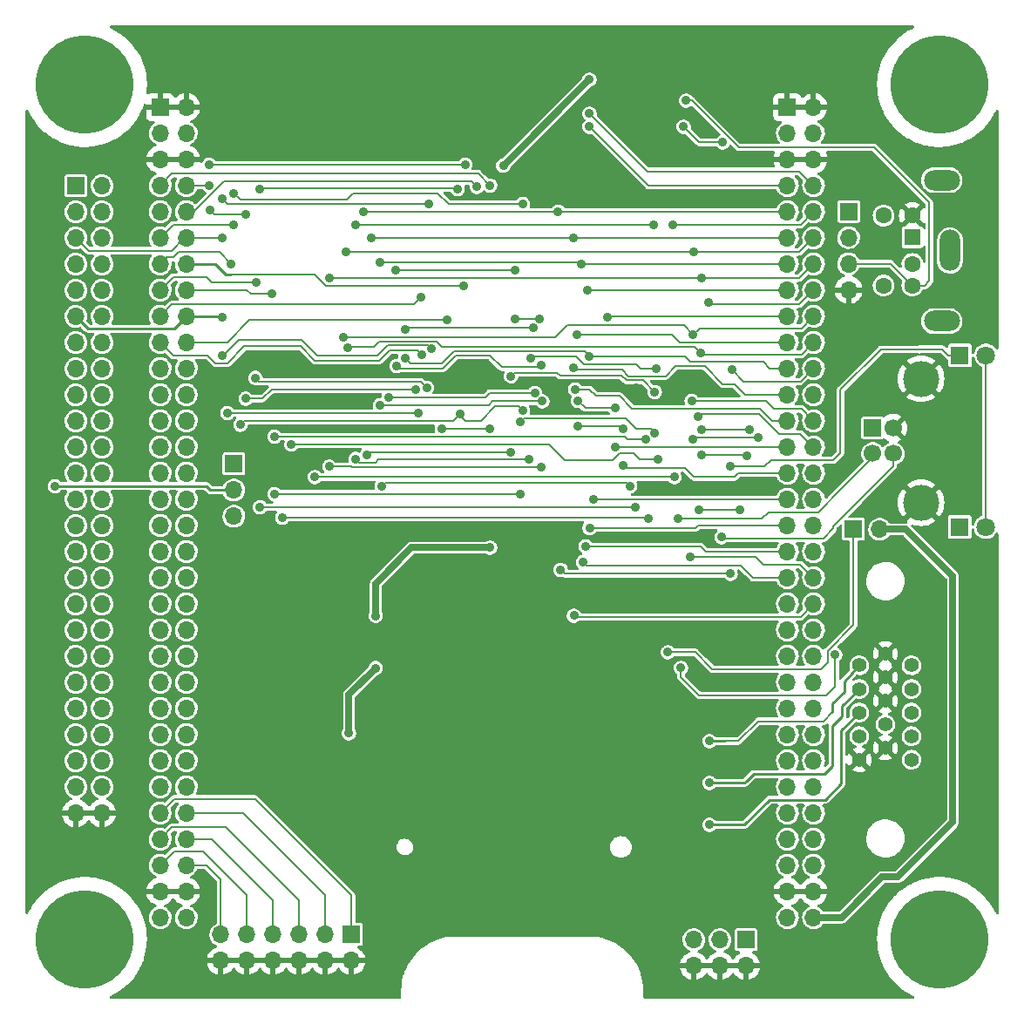
<source format=gbl>
G04 #@! TF.GenerationSoftware,KiCad,Pcbnew,(6.0.1)*
G04 #@! TF.CreationDate,2022-05-30T09:03:46-04:00*
G04 #@! TF.ProjectId,RETRO-65C816,52455452-4f2d-4363-9543-3831362e6b69,3*
G04 #@! TF.SameCoordinates,Original*
G04 #@! TF.FileFunction,Copper,L2,Bot*
G04 #@! TF.FilePolarity,Positive*
%FSLAX46Y46*%
G04 Gerber Fmt 4.6, Leading zero omitted, Abs format (unit mm)*
G04 Created by KiCad (PCBNEW (6.0.1)) date 2022-05-30 09:03:46*
%MOMM*%
%LPD*%
G01*
G04 APERTURE LIST*
G04 #@! TA.AperFunction,ComponentPad*
%ADD10C,9.525000*%
G04 #@! TD*
G04 #@! TA.AperFunction,ComponentPad*
%ADD11R,1.700000X1.700000*%
G04 #@! TD*
G04 #@! TA.AperFunction,ComponentPad*
%ADD12O,1.700000X1.700000*%
G04 #@! TD*
G04 #@! TA.AperFunction,ComponentPad*
%ADD13R,1.600000X1.600000*%
G04 #@! TD*
G04 #@! TA.AperFunction,ComponentPad*
%ADD14C,1.600000*%
G04 #@! TD*
G04 #@! TA.AperFunction,ComponentPad*
%ADD15O,2.000000X4.000000*%
G04 #@! TD*
G04 #@! TA.AperFunction,ComponentPad*
%ADD16O,3.500000X2.000000*%
G04 #@! TD*
G04 #@! TA.AperFunction,ComponentPad*
%ADD17R,1.800000X1.800000*%
G04 #@! TD*
G04 #@! TA.AperFunction,ComponentPad*
%ADD18C,1.800000*%
G04 #@! TD*
G04 #@! TA.AperFunction,ComponentPad*
%ADD19C,1.397000*%
G04 #@! TD*
G04 #@! TA.AperFunction,ComponentPad*
%ADD20C,1.700000*%
G04 #@! TD*
G04 #@! TA.AperFunction,ComponentPad*
%ADD21C,3.500000*%
G04 #@! TD*
G04 #@! TA.AperFunction,ViaPad*
%ADD22C,0.889000*%
G04 #@! TD*
G04 #@! TA.AperFunction,Conductor*
%ADD23C,0.635000*%
G04 #@! TD*
G04 #@! TA.AperFunction,Conductor*
%ADD24C,0.203200*%
G04 #@! TD*
G04 #@! TA.AperFunction,Conductor*
%ADD25C,0.254000*%
G04 #@! TD*
G04 #@! TA.AperFunction,Conductor*
%ADD26C,0.152400*%
G04 #@! TD*
G04 APERTURE END LIST*
D10*
X16000000Y-16000000D03*
X99000000Y-16000000D03*
X16000000Y-99000000D03*
X99000000Y-99000000D03*
D11*
X90678000Y-59182000D03*
D12*
X93218000Y-59182000D03*
D11*
X90200000Y-28300000D03*
D12*
X90200000Y-30840000D03*
X90200000Y-33380000D03*
X90200000Y-35920000D03*
D13*
X96400000Y-30800000D03*
D14*
X96400000Y-33400000D03*
X96400000Y-28700000D03*
X96400000Y-35500000D03*
X93600000Y-28700000D03*
X93600000Y-35500000D03*
D15*
X100050000Y-32100000D03*
D16*
X99250000Y-25250000D03*
X99250000Y-38950000D03*
D11*
X84250000Y-18166000D03*
D12*
X86790000Y-18166000D03*
X84250000Y-20706000D03*
X86790000Y-20706000D03*
X84250000Y-23246000D03*
X86790000Y-23246000D03*
X84250000Y-25786000D03*
X86790000Y-25786000D03*
X84250000Y-28326000D03*
X86790000Y-28326000D03*
X84250000Y-30866000D03*
X86790000Y-30866000D03*
X84250000Y-33406000D03*
X86790000Y-33406000D03*
X84250000Y-35946000D03*
X86790000Y-35946000D03*
X84250000Y-38486000D03*
X86790000Y-38486000D03*
X84250000Y-41026000D03*
X86790000Y-41026000D03*
X84250000Y-43566000D03*
X86790000Y-43566000D03*
X84250000Y-46106000D03*
X86790000Y-46106000D03*
X84250000Y-48646000D03*
X86790000Y-48646000D03*
X84250000Y-51186000D03*
X86790000Y-51186000D03*
X84250000Y-53726000D03*
X86790000Y-53726000D03*
X84250000Y-56266000D03*
X86790000Y-56266000D03*
X84250000Y-58806000D03*
X86790000Y-58806000D03*
X84250000Y-61346000D03*
X86790000Y-61346000D03*
X84250000Y-63886000D03*
X86790000Y-63886000D03*
X84250000Y-66426000D03*
X86790000Y-66426000D03*
X84250000Y-68966000D03*
X86790000Y-68966000D03*
X84250000Y-71506000D03*
X86790000Y-71506000D03*
X84250000Y-74046000D03*
X86790000Y-74046000D03*
X84250000Y-76586000D03*
X86790000Y-76586000D03*
X84250000Y-79126000D03*
X86790000Y-79126000D03*
X84250000Y-81666000D03*
X86790000Y-81666000D03*
X84250000Y-84206000D03*
X86790000Y-84206000D03*
X84250000Y-86746000D03*
X86790000Y-86746000D03*
X84250000Y-89286000D03*
X86790000Y-89286000D03*
X84250000Y-91826000D03*
X86790000Y-91826000D03*
X84250000Y-94366000D03*
X86790000Y-94366000D03*
X84250000Y-96906000D03*
X86790000Y-96906000D03*
D11*
X23310000Y-18166000D03*
D12*
X25850000Y-18166000D03*
X23310000Y-20706000D03*
X25850000Y-20706000D03*
X23310000Y-23246000D03*
X25850000Y-23246000D03*
X23310000Y-25786000D03*
X25850000Y-25786000D03*
X23310000Y-28326000D03*
X25850000Y-28326000D03*
X23310000Y-30866000D03*
X25850000Y-30866000D03*
X23310000Y-33406000D03*
X25850000Y-33406000D03*
X23310000Y-35946000D03*
X25850000Y-35946000D03*
X23310000Y-38486000D03*
X25850000Y-38486000D03*
X23310000Y-41026000D03*
X25850000Y-41026000D03*
X23310000Y-43566000D03*
X25850000Y-43566000D03*
X23310000Y-46106000D03*
X25850000Y-46106000D03*
X23310000Y-48646000D03*
X25850000Y-48646000D03*
X23310000Y-51186000D03*
X25850000Y-51186000D03*
X23310000Y-53726000D03*
X25850000Y-53726000D03*
X23310000Y-56266000D03*
X25850000Y-56266000D03*
X23310000Y-58806000D03*
X25850000Y-58806000D03*
X23310000Y-61346000D03*
X25850000Y-61346000D03*
X23310000Y-63886000D03*
X25850000Y-63886000D03*
X23310000Y-66426000D03*
X25850000Y-66426000D03*
X23310000Y-68966000D03*
X25850000Y-68966000D03*
X23310000Y-71506000D03*
X25850000Y-71506000D03*
X23310000Y-74046000D03*
X25850000Y-74046000D03*
X23310000Y-76586000D03*
X25850000Y-76586000D03*
X23310000Y-79126000D03*
X25850000Y-79126000D03*
X23310000Y-81666000D03*
X25850000Y-81666000D03*
X23310000Y-84206000D03*
X25850000Y-84206000D03*
X23310000Y-86746000D03*
X25850000Y-86746000D03*
X23310000Y-89286000D03*
X25850000Y-89286000D03*
X23310000Y-91826000D03*
X25850000Y-91826000D03*
X23310000Y-94366000D03*
X25850000Y-94366000D03*
X23310000Y-96906000D03*
X25850000Y-96906000D03*
D17*
X101015800Y-42291000D03*
D18*
X103555800Y-42291000D03*
D11*
X15140000Y-25800000D03*
D12*
X17680000Y-25800000D03*
X15140000Y-28340000D03*
X17680000Y-28340000D03*
X15140000Y-30880000D03*
X17680000Y-30880000D03*
X15140000Y-33420000D03*
X17680000Y-33420000D03*
X15140000Y-35960000D03*
X17680000Y-35960000D03*
X15140000Y-38500000D03*
X17680000Y-38500000D03*
X15140000Y-41040000D03*
X17680000Y-41040000D03*
X15140000Y-43580000D03*
X17680000Y-43580000D03*
X15140000Y-46120000D03*
X17680000Y-46120000D03*
X15140000Y-48660000D03*
X17680000Y-48660000D03*
X15140000Y-51200000D03*
X17680000Y-51200000D03*
X15140000Y-53740000D03*
X17680000Y-53740000D03*
X15140000Y-56280000D03*
X17680000Y-56280000D03*
X15140000Y-58820000D03*
X17680000Y-58820000D03*
X15140000Y-61360000D03*
X17680000Y-61360000D03*
X15140000Y-63900000D03*
X17680000Y-63900000D03*
X15140000Y-66440000D03*
X17680000Y-66440000D03*
X15140000Y-68980000D03*
X17680000Y-68980000D03*
X15140000Y-71520000D03*
X17680000Y-71520000D03*
X15140000Y-74060000D03*
X17680000Y-74060000D03*
X15140000Y-76600000D03*
X17680000Y-76600000D03*
X15140000Y-79140000D03*
X17680000Y-79140000D03*
X15140000Y-81680000D03*
X17680000Y-81680000D03*
X15140000Y-84220000D03*
X17680000Y-84220000D03*
X15140000Y-86760000D03*
X17680000Y-86760000D03*
D11*
X30480000Y-52832000D03*
D12*
X30480000Y-55372000D03*
X30480000Y-57912000D03*
D11*
X41910000Y-98552000D03*
D12*
X41910000Y-101092000D03*
X39370000Y-98552000D03*
X39370000Y-101092000D03*
X36830000Y-98552000D03*
X36830000Y-101092000D03*
X34290000Y-98552000D03*
X34290000Y-101092000D03*
X31750000Y-98552000D03*
X31750000Y-101092000D03*
X29210000Y-98552000D03*
X29210000Y-101092000D03*
D19*
X91239340Y-72397620D03*
X91239340Y-74688700D03*
X91239340Y-76974700D03*
X91239340Y-79268320D03*
X91239340Y-81556860D03*
X93779340Y-71252080D03*
X93779340Y-73543160D03*
X93779340Y-75834240D03*
X93779340Y-78122780D03*
X93779340Y-80413860D03*
X96319340Y-72397620D03*
X96319340Y-74688700D03*
X96316800Y-76977240D03*
X96319340Y-79268320D03*
X96319340Y-81556860D03*
D11*
X80249000Y-99055000D03*
D12*
X80249000Y-101595000D03*
X77709000Y-99055000D03*
X77709000Y-101595000D03*
X75169000Y-99055000D03*
X75169000Y-101595000D03*
D11*
X92532200Y-49326800D03*
D20*
X92532200Y-51826800D03*
X94532200Y-51826800D03*
X94532200Y-49326800D03*
D21*
X97242200Y-56596800D03*
X97242200Y-44556800D03*
D17*
X100990400Y-58953400D03*
D18*
X103530400Y-58953400D03*
D22*
X55372000Y-60960000D03*
X65024000Y-15494000D03*
X56655189Y-23862811D03*
X44261000Y-67579000D03*
X74422000Y-17526000D03*
X41656000Y-78994000D03*
X44261000Y-72659000D03*
X60325000Y-85090000D03*
X69596000Y-45464531D03*
X69088000Y-71831200D03*
X52959000Y-43815000D03*
X13766800Y-29667200D03*
X32410400Y-82118200D03*
X60198000Y-44958000D03*
X37973000Y-43815000D03*
X30226000Y-67056000D03*
X65773300Y-70586600D03*
X74676000Y-44227900D03*
X67564000Y-26162000D03*
X53009800Y-85420200D03*
X62230000Y-79502000D03*
X77891686Y-71714314D03*
X73660000Y-58166000D03*
X77851000Y-59944000D03*
X65024000Y-18796000D03*
X65024000Y-20066000D03*
X13081000Y-54991000D03*
X72644000Y-71120000D03*
X78740000Y-53052800D03*
X62230000Y-63119000D03*
X78740000Y-63500000D03*
X60307000Y-53104000D03*
X63516157Y-67570285D03*
X39751000Y-53086000D03*
X74821000Y-61831000D03*
X38354000Y-54102000D03*
X73279000Y-54102000D03*
X64389000Y-62370200D03*
X79629000Y-57277000D03*
X71658463Y-52354463D03*
X36068000Y-50927000D03*
X75692000Y-57277000D03*
X64643000Y-60833000D03*
X80327500Y-52006500D03*
X70739000Y-58166000D03*
X35179000Y-58039000D03*
X75946000Y-51934800D03*
X65042640Y-59055000D03*
X70485000Y-50437200D03*
X75057000Y-50437200D03*
X81407000Y-50292000D03*
X34430200Y-50165000D03*
X65448560Y-56261000D03*
X75882500Y-49466500D03*
X58293000Y-48768000D03*
X71383327Y-49816859D03*
X80581500Y-49466500D03*
X58293000Y-55753000D03*
X34430200Y-55753000D03*
X67532241Y-51166522D03*
X60452000Y-46736000D03*
X67532241Y-47402759D03*
X44666000Y-47130200D03*
X63913000Y-46704000D03*
X44831000Y-54991011D03*
X68987389Y-54977800D03*
X74962000Y-46704000D03*
X59709776Y-45934449D03*
X63627000Y-45593000D03*
X45514219Y-46381400D03*
X57404000Y-51675800D03*
X71374000Y-45847000D03*
X43434000Y-51943000D03*
X57404000Y-44309800D03*
X63430000Y-43504000D03*
X46317200Y-43313400D03*
X60325000Y-43218120D03*
X71501000Y-43561000D03*
X78867000Y-43688000D03*
X42291000Y-52355200D03*
X59295800Y-42586640D03*
X59182000Y-52355200D03*
X47117000Y-42531800D03*
X65024000Y-42418000D03*
X41578043Y-41516433D03*
X75819000Y-42037000D03*
X63836000Y-40304000D03*
X41148000Y-40513000D03*
X75107800Y-40277200D03*
X66802000Y-38608000D03*
X47117000Y-39751000D03*
X59563000Y-39624000D03*
X76612558Y-37157256D03*
X46228000Y-34036000D03*
X64858400Y-35941000D03*
X60207194Y-38742621D03*
X57785000Y-34036000D03*
X57777379Y-38742621D03*
X75932800Y-34798000D03*
X39751000Y-34798000D03*
X44704000Y-33274000D03*
X64248800Y-33401000D03*
X75184000Y-32258000D03*
X41402000Y-32258000D03*
X43814800Y-30861000D03*
X63500000Y-30861000D03*
X73152000Y-29591000D03*
X42291000Y-29591000D03*
X71247000Y-29591000D03*
X43053000Y-28321000D03*
X61976000Y-28321000D03*
X68326000Y-49403000D03*
X68326000Y-52959000D03*
X63881000Y-49149000D03*
X33020000Y-57023000D03*
X75565000Y-48201611D03*
X69469000Y-57023000D03*
X73914000Y-72644000D03*
X88900000Y-71374000D03*
X29337000Y-27051000D03*
X29337000Y-30861000D03*
X49403000Y-27572200D03*
X48666000Y-36601000D03*
X48387000Y-47879000D03*
X29845000Y-47879000D03*
X30226000Y-33401000D03*
X55372000Y-49403000D03*
X55372000Y-25781000D03*
X50673000Y-49416200D03*
X31115000Y-49022000D03*
X52451000Y-48006000D03*
X30480000Y-26543000D03*
X58547000Y-27572200D03*
X30480000Y-29591000D03*
X58547000Y-47625000D03*
X54102000Y-25908000D03*
X28194000Y-28194000D03*
X31623000Y-46482000D03*
X31623000Y-28575000D03*
X48133000Y-45632600D03*
X49206023Y-45431514D03*
X32565398Y-44480638D03*
X32639000Y-35179000D03*
X28067000Y-23749000D03*
X28067000Y-25781000D03*
X52959000Y-23749000D03*
X48703770Y-42199856D03*
X49657000Y-41667720D03*
X29337000Y-42291000D03*
X29337000Y-38608000D03*
X52198083Y-26123880D03*
X34163000Y-36322000D03*
X33020000Y-26162000D03*
X52832000Y-35546800D03*
X51181000Y-38862000D03*
X76699000Y-79756000D03*
X76699000Y-83820000D03*
X74168000Y-20066000D03*
X77978000Y-21590000D03*
X76699000Y-87884000D03*
D23*
X47752000Y-60960000D02*
X55372000Y-60960000D01*
X86790000Y-96906000D02*
X89519638Y-96906000D01*
X94996000Y-92964000D02*
X100330000Y-87630000D01*
X44261000Y-64451000D02*
X47752000Y-60960000D01*
X56655189Y-23862811D02*
X65024000Y-15494000D01*
D24*
X74972980Y-17526000D02*
X74422000Y-17526000D01*
X90200000Y-33380000D02*
X94280000Y-33380000D01*
D23*
X89519638Y-96906000D02*
X93461638Y-92964000D01*
X41656000Y-78994000D02*
X41656000Y-75264000D01*
X44261000Y-67579000D02*
X44261000Y-64581000D01*
X100330000Y-63754000D02*
X95758000Y-59182000D01*
X41656000Y-75264000D02*
X44261000Y-72659000D01*
D24*
X94280000Y-33380000D02*
X96400000Y-35500000D01*
D23*
X100330000Y-87630000D02*
X100330000Y-63754000D01*
D24*
X97596000Y-35500000D02*
X98044000Y-35052000D01*
X92703689Y-22091689D02*
X79538669Y-22091689D01*
X98044000Y-27432000D02*
X92703689Y-22091689D01*
X79538669Y-22091689D02*
X74972980Y-17526000D01*
X98044000Y-35052000D02*
X98044000Y-27432000D01*
D23*
X95758000Y-59182000D02*
X93218000Y-59182000D01*
X93461638Y-92964000D02*
X94996000Y-92964000D01*
D24*
X96400000Y-35500000D02*
X97596000Y-35500000D01*
X54202611Y-45058611D02*
X52959000Y-43815000D01*
X62484000Y-44958000D02*
X62738000Y-44958000D01*
X60198000Y-44958000D02*
X60097389Y-45058611D01*
X67899731Y-44658731D02*
X68453000Y-45212000D01*
X63037269Y-44658731D02*
X67264731Y-44658731D01*
X68705531Y-45464531D02*
X69596000Y-45464531D01*
X67264731Y-44658731D02*
X67391731Y-44658731D01*
X67391731Y-44658731D02*
X67899731Y-44658731D01*
X62738000Y-44958000D02*
X63037269Y-44658731D01*
X68453000Y-45212000D02*
X68705531Y-45464531D01*
X60198000Y-44958000D02*
X62484000Y-44958000D01*
X60097389Y-45058611D02*
X54202611Y-45058611D01*
X87234106Y-57531000D02*
X82423000Y-57531000D01*
X89458800Y-55270400D02*
X87234106Y-57531000D01*
X82423000Y-57531000D02*
X81788000Y-58166000D01*
X73660000Y-58166000D02*
X81788000Y-58166000D01*
X92902400Y-51826800D02*
X89458800Y-55270400D01*
X94532200Y-53028881D02*
X88696800Y-58864281D01*
X77978000Y-60071000D02*
X87731600Y-60071000D01*
X77978000Y-60071000D02*
X77851000Y-59944000D01*
X87731600Y-60071000D02*
X88696800Y-59105800D01*
X94532200Y-51826800D02*
X94532200Y-53028881D01*
X88696800Y-58864281D02*
X88696800Y-59105800D01*
X65024000Y-18796000D02*
X70628311Y-24400311D01*
X86790000Y-25786000D02*
X85404311Y-24400311D01*
X85404311Y-24400311D02*
X70628311Y-24400311D01*
X70744000Y-25786000D02*
X65024000Y-20066000D01*
X84250000Y-25786000D02*
X70744000Y-25786000D01*
D25*
X28194000Y-55372000D02*
X27813000Y-54991000D01*
X30480000Y-55372000D02*
X28194000Y-55372000D01*
X13081000Y-54991000D02*
X27813000Y-54991000D01*
D24*
X88150699Y-72123301D02*
X87503000Y-72771000D01*
X88150699Y-72123301D02*
X88150699Y-71014335D01*
X72644000Y-71120000D02*
X75311000Y-71120000D01*
X87503000Y-72771000D02*
X76962000Y-72771000D01*
X88150699Y-71014335D02*
X90678000Y-68487034D01*
X76962000Y-72771000D02*
X75311000Y-71120000D01*
X90678000Y-68487034D02*
X90678000Y-59182000D01*
X82651600Y-52476400D02*
X88696800Y-52476400D01*
X97076494Y-41681400D02*
X97051094Y-41706800D01*
X93345000Y-41706800D02*
X89408000Y-45643800D01*
X89408000Y-51765200D02*
X88696800Y-52476400D01*
X99912600Y-42291000D02*
X99303000Y-41681400D01*
X99303000Y-41681400D02*
X97076494Y-41681400D01*
X78740000Y-53052800D02*
X78773200Y-53086000D01*
X101015800Y-42291000D02*
X99912600Y-42291000D01*
X78740000Y-63500000D02*
X62611000Y-63500000D01*
X78773200Y-53086000D02*
X82042000Y-53086000D01*
X82042000Y-53086000D02*
X82651600Y-52476400D01*
X62611000Y-63500000D02*
X62230000Y-63119000D01*
X89408000Y-45643800D02*
X89408000Y-51765200D01*
X97051094Y-41706800D02*
X93345000Y-41706800D01*
X32528801Y-85360801D02*
X41910000Y-94742000D01*
X23310000Y-86746000D02*
X24695199Y-85360801D01*
X41910000Y-94742000D02*
X41910000Y-98552000D01*
X24695199Y-85360801D02*
X32528801Y-85360801D01*
X25850000Y-86746000D02*
X31374000Y-86746000D01*
X39370000Y-94742000D02*
X39370000Y-98552000D01*
X31374000Y-86746000D02*
X39370000Y-94742000D01*
X24464801Y-88131199D02*
X29711199Y-88131199D01*
X23310000Y-89286000D02*
X24464801Y-88131199D01*
X29711199Y-88131199D02*
X36830000Y-95250000D01*
X36830000Y-95250000D02*
X36830000Y-98552000D01*
X34290000Y-98552000D02*
X34290000Y-95250000D01*
X28326000Y-89286000D02*
X34290000Y-95250000D01*
X25850000Y-89286000D02*
X28326000Y-89286000D01*
X41980820Y-53104000D02*
X41962820Y-53086000D01*
X63636872Y-67691000D02*
X85525000Y-67691000D01*
X85525000Y-67691000D02*
X86790000Y-66426000D01*
X60307000Y-53104000D02*
X41980820Y-53104000D01*
X63636872Y-67691000D02*
X63516157Y-67570285D01*
X41962820Y-53086000D02*
X39751000Y-53086000D01*
X74821000Y-61831000D02*
X81135000Y-61831000D01*
X81915000Y-62611000D02*
X81135000Y-61831000D01*
X38354000Y-54102000D02*
X73279000Y-54102000D01*
X85515000Y-62611000D02*
X81915000Y-62611000D01*
X86790000Y-63886000D02*
X85515000Y-62611000D01*
X79756000Y-62738000D02*
X79731080Y-62713080D01*
X80904000Y-63886000D02*
X84250000Y-63886000D01*
X79756000Y-62738000D02*
X80904000Y-63886000D01*
X64731880Y-62713080D02*
X64389000Y-62370200D01*
X79731080Y-62713080D02*
X64731880Y-62713080D01*
X69880463Y-52354463D02*
X69342000Y-51816000D01*
X69880463Y-52354463D02*
X71658463Y-52354463D01*
X62611000Y-52451000D02*
X67306743Y-52451000D01*
X61087000Y-50927000D02*
X62611000Y-52451000D01*
X79629000Y-57277000D02*
X75692000Y-57277000D01*
X61087000Y-50927000D02*
X36068000Y-50927000D01*
X67941743Y-51816000D02*
X69342000Y-51816000D01*
X67306743Y-52451000D02*
X67941743Y-51816000D01*
X76332000Y-61346000D02*
X75819000Y-60833000D01*
X84250000Y-61346000D02*
X76332000Y-61346000D01*
X75819000Y-60833000D02*
X64643000Y-60833000D01*
X75946000Y-51934800D02*
X80255800Y-51934800D01*
X80255800Y-51934800D02*
X80327500Y-52006500D01*
X35179000Y-58039000D02*
X70612000Y-58039000D01*
X70612000Y-58039000D02*
X70739000Y-58166000D01*
X84250000Y-58806000D02*
X75560000Y-58806000D01*
X75560000Y-58806000D02*
X75311000Y-59055000D01*
X65042640Y-59055000D02*
X75311000Y-59055000D01*
X81407000Y-50292000D02*
X75202200Y-50292000D01*
X75202200Y-50292000D02*
X75057000Y-50437200D01*
X34430200Y-50165000D02*
X68453000Y-50165000D01*
X70485000Y-50437200D02*
X68725200Y-50437200D01*
X68725200Y-50437200D02*
X68453000Y-50165000D01*
D26*
X66915800Y-56261000D02*
X76962000Y-56261000D01*
D24*
X66920800Y-56266000D02*
X66915800Y-56261000D01*
X84250000Y-56266000D02*
X68321000Y-56266000D01*
X65448560Y-56261000D02*
X67427000Y-56261000D01*
X67432000Y-56266000D02*
X66920800Y-56266000D01*
X68321000Y-56266000D02*
X67432000Y-56266000D01*
X76967000Y-56266000D02*
X84250000Y-56266000D01*
X67427000Y-56261000D02*
X67432000Y-56266000D01*
D26*
X76962000Y-56261000D02*
X76967000Y-56266000D01*
D24*
X58674000Y-48387000D02*
X58293000Y-48768000D01*
X54864000Y-55753000D02*
X54850811Y-55739811D01*
X70969468Y-49403000D02*
X71383327Y-49816859D01*
X69596000Y-49403000D02*
X70969468Y-49403000D01*
X58674000Y-48387000D02*
X68580000Y-48387000D01*
X58293000Y-55753000D02*
X54864000Y-55753000D01*
X34443389Y-55739811D02*
X34430200Y-55753000D01*
X68580000Y-48387000D02*
X69596000Y-49403000D01*
X54850811Y-55739811D02*
X34443389Y-55739811D01*
X75882500Y-49466500D02*
X80581500Y-49466500D01*
X67551719Y-51186000D02*
X84250000Y-51186000D01*
X67551719Y-51186000D02*
X67532241Y-51166522D01*
X60452000Y-46736000D02*
X55626000Y-46736000D01*
X64611759Y-47402759D02*
X63913000Y-46704000D01*
X67532241Y-47402759D02*
X64611759Y-47402759D01*
X55231800Y-47130200D02*
X55626000Y-46736000D01*
X44666000Y-47130200D02*
X55231800Y-47130200D01*
X68987389Y-54977800D02*
X68644509Y-54634920D01*
X45187080Y-54634920D02*
X44831000Y-54991000D01*
X74962000Y-46704000D02*
X82149622Y-46704000D01*
X86790000Y-48646000D02*
X85635689Y-47491689D01*
X85635689Y-47491689D02*
X82937311Y-47491689D01*
X44831000Y-54991000D02*
X44831000Y-54991011D01*
X68644509Y-54634920D02*
X45187080Y-54634920D01*
X82149622Y-46704000D02*
X82937311Y-47491689D01*
X59709776Y-45934449D02*
X55332449Y-45934449D01*
X69169811Y-47452811D02*
X81605811Y-47452811D01*
X82799000Y-48646000D02*
X84250000Y-48646000D01*
X67945000Y-46228000D02*
X69169811Y-47452811D01*
X65659000Y-46228000D02*
X67945000Y-46228000D01*
X81605811Y-47452811D02*
X82799000Y-48646000D01*
X63627000Y-45593000D02*
X65024000Y-45593000D01*
X54885498Y-46381400D02*
X55332449Y-45934449D01*
X45514219Y-46381400D02*
X54885498Y-46381400D01*
X65024000Y-45593000D02*
X65659000Y-46228000D01*
X68591731Y-44715731D02*
X70242731Y-44715731D01*
X70242731Y-44715731D02*
X71374000Y-45847000D01*
X57746880Y-43966920D02*
X61873920Y-43966920D01*
X62159811Y-44252811D02*
X68128811Y-44252811D01*
X43701200Y-51675800D02*
X43434000Y-51943000D01*
X61873920Y-43966920D02*
X62159811Y-44252811D01*
X68128811Y-44252811D02*
X68591731Y-44715731D01*
X57404000Y-44309800D02*
X57746880Y-43966920D01*
X57404000Y-51675800D02*
X43701200Y-51675800D01*
X63430000Y-43504000D02*
X63614000Y-43688000D01*
X68820811Y-44309811D02*
X72403189Y-44309811D01*
X52009058Y-42291000D02*
X55372000Y-42291000D01*
X63614000Y-43688000D02*
X68199000Y-43688000D01*
X77978000Y-45085000D02*
X79111000Y-45085000D01*
X73381080Y-43331920D02*
X76224920Y-43331920D01*
X50739058Y-43561000D02*
X52009058Y-42291000D01*
X60325000Y-43218120D02*
X60109120Y-43434000D01*
X68199000Y-43688000D02*
X68820811Y-44309811D01*
X72403189Y-44309811D02*
X73381080Y-43331920D01*
X79111000Y-45085000D02*
X80132000Y-46106000D01*
X46564800Y-43561000D02*
X50739058Y-43561000D01*
X55372000Y-42291000D02*
X56515000Y-43434000D01*
X76224920Y-43331920D02*
X77978000Y-45085000D01*
X46317200Y-43313400D02*
X46564800Y-43561000D01*
X56515000Y-43434000D02*
X60109120Y-43434000D01*
X80132000Y-46106000D02*
X84250000Y-46106000D01*
D26*
X64516000Y-43180000D02*
X63754000Y-42418000D01*
X86790000Y-43566000D02*
X85525000Y-44831000D01*
X69977000Y-43561000D02*
X69596000Y-43180000D01*
X59464440Y-42418000D02*
X63754000Y-42418000D01*
X59182000Y-52355200D02*
X59137989Y-52399211D01*
X44214480Y-52723480D02*
X42659280Y-52723480D01*
X80010000Y-44831000D02*
X85525000Y-44831000D01*
X69596000Y-43180000D02*
X64516000Y-43180000D01*
X71501000Y-43561000D02*
X69977000Y-43561000D01*
X44538749Y-52399211D02*
X44214480Y-52723480D01*
X59137989Y-52399211D02*
X44538749Y-52399211D01*
X80010000Y-44831000D02*
X78867000Y-43688000D01*
X42659280Y-52723480D02*
X42291000Y-52355200D01*
X59464440Y-42418000D02*
X59295800Y-42586640D01*
D24*
X65024000Y-42418000D02*
X65024000Y-42291000D01*
X74295000Y-42418000D02*
X74803000Y-42926000D01*
X64570840Y-41837840D02*
X51888160Y-41837840D01*
X65024000Y-42291000D02*
X64570840Y-41837840D01*
X47638200Y-43053000D02*
X50673000Y-43053000D01*
X74803000Y-42926000D02*
X81905000Y-42926000D01*
X50673000Y-43053000D02*
X51888160Y-41837840D01*
X82545000Y-43566000D02*
X84250000Y-43566000D01*
X47117000Y-42531800D02*
X47638200Y-43053000D01*
X65024000Y-42418000D02*
X74295000Y-42418000D01*
X81905000Y-42926000D02*
X82545000Y-43566000D01*
X75819000Y-42037000D02*
X75213920Y-41431920D01*
X86790000Y-41026000D02*
X85635689Y-42180311D01*
X75962311Y-42180311D02*
X75819000Y-42037000D01*
X50189920Y-40918920D02*
X50702920Y-41431920D01*
X44039080Y-41431920D02*
X44552080Y-40918920D01*
X50702920Y-41431920D02*
X75213920Y-41431920D01*
X44552080Y-40918920D02*
X50189920Y-40918920D01*
X41662556Y-41431920D02*
X44039080Y-41431920D01*
X85635689Y-42180311D02*
X75962311Y-42180311D01*
X41662556Y-41431920D02*
X41578043Y-41516433D01*
X73792000Y-41026000D02*
X84250000Y-41026000D01*
X73070000Y-40304000D02*
X73792000Y-41026000D01*
X63836000Y-40304000D02*
X73070000Y-40304000D01*
X74200600Y-39370000D02*
X75107800Y-40277200D01*
X62865000Y-39370000D02*
X74200600Y-39370000D01*
X75744689Y-39640311D02*
X75107800Y-40277200D01*
X85635689Y-39640311D02*
X75744689Y-39640311D01*
X61722000Y-40513000D02*
X62865000Y-39370000D01*
X41148000Y-40513000D02*
X61722000Y-40513000D01*
X86790000Y-38486000D02*
X85635689Y-39640311D01*
D26*
X66924000Y-38486000D02*
X66802000Y-38608000D01*
D24*
X47244000Y-39624000D02*
X47117000Y-39751000D01*
D26*
X84250000Y-38486000D02*
X66924000Y-38486000D01*
D24*
X59563000Y-39624000D02*
X47244000Y-39624000D01*
X86790000Y-35946000D02*
X85404311Y-37331689D01*
X85404311Y-37331689D02*
X76786991Y-37331689D01*
X76786991Y-37331689D02*
X76612558Y-37157256D01*
D26*
X84250000Y-35946000D02*
X68077000Y-35946000D01*
X68072000Y-35941000D02*
X68077000Y-35946000D01*
X46266600Y-33997400D02*
X46228000Y-34036000D01*
X60207194Y-38742621D02*
X57777379Y-38742621D01*
X52362600Y-34036000D02*
X52324000Y-33997400D01*
X57785000Y-34036000D02*
X52362600Y-34036000D01*
X52324000Y-33997400D02*
X46266600Y-33997400D01*
X64858400Y-35941000D02*
X68072000Y-35941000D01*
D24*
X86790000Y-33406000D02*
X85404311Y-34791689D01*
X75939111Y-34791689D02*
X75932800Y-34798000D01*
X75932800Y-34798000D02*
X39751000Y-34798000D01*
X85404311Y-34791689D02*
X75939111Y-34791689D01*
D26*
X64248800Y-33401000D02*
X67300000Y-33401000D01*
X44704000Y-33274000D02*
X64121800Y-33274000D01*
X64121800Y-33274000D02*
X64248800Y-33401000D01*
X84250000Y-33406000D02*
X67305000Y-33406000D01*
X67300000Y-33401000D02*
X67305000Y-33406000D01*
D24*
X75190311Y-32251689D02*
X75184000Y-32258000D01*
X75679378Y-32258000D02*
X75685689Y-32251689D01*
X75685689Y-32251689D02*
X75190311Y-32251689D01*
X86790000Y-30866000D02*
X85404311Y-32251689D01*
X41402000Y-32258000D02*
X75679378Y-32258000D01*
X85404311Y-32251689D02*
X75685689Y-32251689D01*
X63500000Y-30861000D02*
X43814800Y-30861000D01*
X63505000Y-30866000D02*
X63500000Y-30861000D01*
X84250000Y-30866000D02*
X63505000Y-30866000D01*
X42291000Y-29591000D02*
X71247000Y-29591000D01*
X85525000Y-29591000D02*
X86790000Y-28326000D01*
X73152000Y-29591000D02*
X85525000Y-29591000D01*
X61976000Y-28321000D02*
X43053000Y-28321000D01*
X61981000Y-28326000D02*
X61976000Y-28321000D01*
X84250000Y-28326000D02*
X61981000Y-28326000D01*
X79121000Y-54102000D02*
X75184000Y-54102000D01*
X74295000Y-53213000D02*
X68453000Y-53213000D01*
X84250000Y-53726000D02*
X79497000Y-53726000D01*
X63881000Y-49149000D02*
X68281041Y-49149000D01*
X79497000Y-53726000D02*
X79121000Y-54102000D01*
X68326000Y-53086000D02*
X68326000Y-52959000D01*
X75184000Y-54102000D02*
X74295000Y-53213000D01*
X68453000Y-53213000D02*
X68326000Y-53086000D01*
X75565000Y-48201611D02*
X75760611Y-48006000D01*
X33020000Y-57023000D02*
X69469000Y-57023000D01*
X75760611Y-48006000D02*
X81534000Y-48006000D01*
X86790000Y-51186000D02*
X85515000Y-49911000D01*
X81534000Y-48006000D02*
X83439000Y-49911000D01*
X85515000Y-49911000D02*
X83439000Y-49911000D01*
X24654801Y-90440801D02*
X27448801Y-90440801D01*
X24654801Y-90481199D02*
X23310000Y-91826000D01*
X31750000Y-98552000D02*
X31750000Y-94742000D01*
X27448801Y-90440801D02*
X31750000Y-94742000D01*
X24654801Y-90440801D02*
X24654801Y-90481199D01*
X25850000Y-91826000D02*
X27818000Y-91826000D01*
X29210000Y-93218000D02*
X29210000Y-98552000D01*
X27818000Y-91826000D02*
X29210000Y-93218000D01*
X103530400Y-58953400D02*
X103530400Y-42316400D01*
X88900000Y-74447400D02*
X88036400Y-75311000D01*
X73914000Y-73558400D02*
X73914000Y-72644000D01*
X88036400Y-75311000D02*
X75666600Y-75311000D01*
X88900000Y-71374000D02*
X88900000Y-74447400D01*
X103530400Y-42316400D02*
X103555800Y-42291000D01*
X75666600Y-75311000D02*
X73914000Y-73558400D01*
X16415920Y-32106080D02*
X24408920Y-32106080D01*
X24408920Y-32106080D02*
X25649000Y-30866000D01*
X49403000Y-27572200D02*
X49402989Y-27572189D01*
X15140000Y-30880000D02*
X16391000Y-32131000D01*
X16391000Y-32131000D02*
X16415920Y-32106080D01*
X25649000Y-30866000D02*
X25850000Y-30866000D01*
X29858189Y-27572189D02*
X29337000Y-27051000D01*
X29337000Y-30861000D02*
X29332000Y-30866000D01*
X29332000Y-30866000D02*
X25850000Y-30866000D01*
X49402989Y-27572189D02*
X29858189Y-27572189D01*
X47935311Y-37331689D02*
X48666000Y-36601000D01*
X24464311Y-37331689D02*
X47935311Y-37331689D01*
X24464311Y-37331689D02*
X23310000Y-38486000D01*
X25139689Y-32264311D02*
X24638000Y-32766000D01*
X25139689Y-32251689D02*
X29076689Y-32251689D01*
X48387000Y-47879000D02*
X29845000Y-47879000D01*
X29076689Y-32251689D02*
X30226000Y-33401000D01*
X23950000Y-32766000D02*
X24638000Y-32766000D01*
X23310000Y-33406000D02*
X23950000Y-32766000D01*
X25139689Y-32251689D02*
X25139689Y-32264311D01*
X50673000Y-49416200D02*
X55358800Y-49416200D01*
X24464311Y-24631689D02*
X23310000Y-25786000D01*
X54222689Y-24631689D02*
X55372000Y-25781000D01*
X24464311Y-24631689D02*
X54222689Y-24631689D01*
X55358800Y-49416200D02*
X55372000Y-49403000D01*
X52451000Y-48133000D02*
X52959000Y-48641000D01*
X54483000Y-48641000D02*
X55880000Y-47244000D01*
X51789611Y-48667389D02*
X52451000Y-48006000D01*
X50292000Y-26543000D02*
X51321200Y-27572200D01*
X24585000Y-29591000D02*
X23310000Y-30866000D01*
X41413731Y-27166269D02*
X42037000Y-26543000D01*
X52959000Y-48641000D02*
X54483000Y-48641000D01*
X55880000Y-47244000D02*
X58166000Y-47244000D01*
X30480000Y-26543000D02*
X31103269Y-27166269D01*
X30480000Y-29591000D02*
X24585000Y-29591000D01*
X58166000Y-47244000D02*
X58547000Y-47625000D01*
X42037000Y-26543000D02*
X50292000Y-26543000D01*
X31103269Y-27166269D02*
X41413731Y-27166269D01*
X31469611Y-48667389D02*
X51789611Y-48667389D01*
X52451000Y-48006000D02*
X52451000Y-48133000D01*
X51321200Y-27572200D02*
X58547000Y-27572200D01*
X31115000Y-49022000D02*
X31469611Y-48667389D01*
X29531900Y-25375080D02*
X53569080Y-25375080D01*
X26580980Y-28326000D02*
X29531900Y-25375080D01*
X53569080Y-25375080D02*
X54102000Y-25908000D01*
X25850000Y-28326000D02*
X26580980Y-28326000D01*
X28575000Y-28575000D02*
X28194000Y-28194000D01*
X48133000Y-45632600D02*
X48093400Y-45593000D01*
X48093400Y-45593000D02*
X34163000Y-45593000D01*
X33274000Y-46482000D02*
X31623000Y-46482000D01*
X34163000Y-45593000D02*
X33274000Y-46482000D01*
X31623000Y-28575000D02*
X28575000Y-28575000D01*
X28321000Y-35179000D02*
X27813000Y-34671000D01*
X32915760Y-44831000D02*
X48641000Y-44831000D01*
X24585000Y-34671000D02*
X23310000Y-35946000D01*
X32915760Y-44831000D02*
X32565398Y-44480638D01*
X49206023Y-45396023D02*
X48641000Y-44831000D01*
X49206023Y-45431514D02*
X49206023Y-45396023D01*
X32639000Y-35179000D02*
X28321000Y-35179000D01*
X27813000Y-34671000D02*
X24585000Y-34671000D01*
X28062000Y-25786000D02*
X28067000Y-25781000D01*
X25850000Y-25786000D02*
X28062000Y-25786000D01*
X28067000Y-23749000D02*
X52959000Y-23749000D01*
X36957000Y-41402000D02*
X38354000Y-42799000D01*
X45593000Y-41783000D02*
X48286914Y-41783000D01*
X24575000Y-42291000D02*
X27940000Y-42291000D01*
X31496000Y-41402000D02*
X36957000Y-41402000D01*
X29858189Y-43039811D02*
X31496000Y-41402000D01*
X28688811Y-43039811D02*
X29858189Y-43039811D01*
X23310000Y-41026000D02*
X24575000Y-42291000D01*
X38354000Y-42799000D02*
X44577000Y-42799000D01*
X27940000Y-42291000D02*
X28688811Y-43039811D01*
X44577000Y-42799000D02*
X45593000Y-41783000D01*
X48286914Y-41783000D02*
X48703770Y-42199856D01*
D25*
X24670289Y-39665711D02*
X22821347Y-39665711D01*
X16319711Y-39679711D02*
X15140000Y-38500000D01*
D24*
X29337000Y-42291000D02*
X29464000Y-42291000D01*
X49657000Y-41667720D02*
X49314120Y-41324840D01*
X29464000Y-42291000D02*
X30861000Y-40894000D01*
X45416160Y-41324840D02*
X49314120Y-41324840D01*
D25*
X22821347Y-39665711D02*
X22807347Y-39679711D01*
D24*
X30861000Y-40894000D02*
X30861000Y-40767000D01*
X44450000Y-42291000D02*
X45416160Y-41324840D01*
X30861000Y-40767000D02*
X37084000Y-40767000D01*
X44450000Y-42291000D02*
X38608000Y-42291000D01*
D25*
X29215000Y-38486000D02*
X29337000Y-38608000D01*
X25850000Y-38486000D02*
X29215000Y-38486000D01*
X22807347Y-39679711D02*
X16319711Y-39679711D01*
X25850000Y-38486000D02*
X24670289Y-39665711D01*
D24*
X37084000Y-40767000D02*
X38608000Y-42291000D01*
X52109203Y-26035000D02*
X33020000Y-26035000D01*
X52198083Y-26123880D02*
X52109203Y-26035000D01*
X33020000Y-26035000D02*
X33020000Y-26162000D01*
X31755000Y-35946000D02*
X32131000Y-36322000D01*
X34163000Y-36322000D02*
X32131000Y-36322000D01*
X25850000Y-35946000D02*
X31755000Y-35946000D01*
X38311020Y-34417000D02*
X30226000Y-34417000D01*
X52832000Y-35546800D02*
X39440820Y-35546800D01*
X39440820Y-35546800D02*
X38311020Y-34417000D01*
D25*
X29718000Y-34417000D02*
X30226000Y-34417000D01*
X28326000Y-33406000D02*
X28453000Y-33406000D01*
X28453000Y-33406000D02*
X28707000Y-33406000D01*
X28707000Y-33406000D02*
X29718000Y-34417000D01*
X25850000Y-33406000D02*
X28326000Y-33406000D01*
D24*
X29850000Y-41026000D02*
X25850000Y-41026000D01*
X51181000Y-38862000D02*
X32014000Y-38862000D01*
X32014000Y-38862000D02*
X29850000Y-41026000D01*
X87782400Y-77825600D02*
X88646000Y-76962000D01*
D25*
X89789000Y-74955400D02*
X89789000Y-73964800D01*
X76699000Y-79756000D02*
X78232000Y-79756000D01*
D24*
X79476600Y-79756000D02*
X81407000Y-77825600D01*
D25*
X88646000Y-76098400D02*
X89789000Y-74955400D01*
D24*
X81407000Y-77825600D02*
X87782400Y-77825600D01*
D25*
X89789000Y-73964800D02*
X91239340Y-72397620D01*
X88646000Y-76962000D02*
X88646000Y-76098400D01*
D24*
X78232000Y-79756000D02*
X79476600Y-79756000D01*
D25*
X87833200Y-82956400D02*
X88620600Y-82169000D01*
X88620600Y-82169000D02*
X88620600Y-78282800D01*
X76699000Y-83820000D02*
X80086200Y-83820000D01*
X80314800Y-83616800D02*
X80975200Y-82956400D01*
X89560400Y-76377800D02*
X91239340Y-74688700D01*
X80086200Y-83820000D02*
X80314800Y-83616800D01*
X80975200Y-82956400D02*
X87833200Y-82956400D01*
X88620600Y-78282800D02*
X89560400Y-77343000D01*
X89560400Y-77343000D02*
X89560400Y-76377800D01*
D24*
X75692000Y-21590000D02*
X74168000Y-20066000D01*
X77978000Y-21590000D02*
X75692000Y-21590000D01*
D25*
X87909400Y-85471000D02*
X82499200Y-85471000D01*
X89484200Y-83896200D02*
X89484200Y-78729840D01*
X82499200Y-85471000D02*
X80086200Y-87884000D01*
X80086200Y-87884000D02*
X76699000Y-87884000D01*
X89484200Y-78729840D02*
X91239340Y-76974700D01*
X87909400Y-85471000D02*
X89484200Y-83896200D01*
G04 #@! TA.AperFunction,Conductor*
G36*
X96543234Y-10274002D02*
G01*
X96589727Y-10327658D01*
X96599831Y-10397932D01*
X96570337Y-10462512D01*
X96523737Y-10496240D01*
X96450611Y-10526829D01*
X96450602Y-10526833D01*
X96448274Y-10527807D01*
X96017630Y-10750079D01*
X95606198Y-11006173D01*
X95216631Y-11294438D01*
X95214735Y-11296092D01*
X95214730Y-11296096D01*
X95170920Y-11334314D01*
X94851436Y-11613017D01*
X94512968Y-11959858D01*
X94203406Y-12332727D01*
X94201953Y-12334794D01*
X94201951Y-12334797D01*
X93926195Y-12727158D01*
X93926188Y-12727168D01*
X93924745Y-12729222D01*
X93678781Y-13146787D01*
X93677677Y-13149060D01*
X93677673Y-13149068D01*
X93468203Y-13580453D01*
X93468198Y-13580465D01*
X93467096Y-13582734D01*
X93291056Y-14034253D01*
X93151795Y-14498436D01*
X93151269Y-14500887D01*
X93151267Y-14500897D01*
X93050736Y-14969833D01*
X93050209Y-14972293D01*
X92986953Y-15452770D01*
X92986826Y-15455284D01*
X92986825Y-15455291D01*
X92967368Y-15839385D01*
X92962434Y-15936772D01*
X92976811Y-16421182D01*
X93029991Y-16902879D01*
X93030470Y-16905364D01*
X93030470Y-16905367D01*
X93103196Y-17283026D01*
X93121631Y-17378759D01*
X93251141Y-17845757D01*
X93279417Y-17923025D01*
X93416816Y-18298488D01*
X93416821Y-18298499D01*
X93417686Y-18300864D01*
X93418741Y-18303158D01*
X93418744Y-18303165D01*
X93568170Y-18628040D01*
X93620194Y-18741148D01*
X93857360Y-19163773D01*
X93858774Y-19165877D01*
X94125869Y-19563355D01*
X94127657Y-19566016D01*
X94429342Y-19945286D01*
X94431065Y-19947128D01*
X94431070Y-19947133D01*
X94649844Y-20180920D01*
X94760472Y-20299140D01*
X94770744Y-20308487D01*
X95117035Y-20623587D01*
X95117044Y-20623595D01*
X95118915Y-20625297D01*
X95502360Y-20921658D01*
X95504464Y-20923030D01*
X95504466Y-20923031D01*
X95545969Y-20950086D01*
X95908338Y-21186311D01*
X95910561Y-21187518D01*
X95910566Y-21187521D01*
X96035530Y-21255371D01*
X96334233Y-21417554D01*
X96777302Y-21613895D01*
X96779666Y-21614723D01*
X96779679Y-21614728D01*
X97223076Y-21770003D01*
X97234690Y-21774070D01*
X97703450Y-21897047D01*
X98180563Y-21982033D01*
X98183069Y-21982274D01*
X98183074Y-21982275D01*
X98366041Y-21999892D01*
X98662956Y-22028482D01*
X98665491Y-22028522D01*
X98665494Y-22028522D01*
X98818771Y-22030930D01*
X99147519Y-22036095D01*
X99150038Y-22035932D01*
X99150042Y-22035932D01*
X99628598Y-22004985D01*
X99628601Y-22004985D01*
X99631132Y-22004821D01*
X99633635Y-22004456D01*
X99633643Y-22004455D01*
X99837773Y-21974675D01*
X100110679Y-21934862D01*
X100583071Y-21826670D01*
X101045265Y-21680941D01*
X101188026Y-21622972D01*
X101491950Y-21499561D01*
X101491952Y-21499560D01*
X101494282Y-21498614D01*
X101831064Y-21329231D01*
X101924983Y-21281995D01*
X101924990Y-21281991D01*
X101927231Y-21280864D01*
X102341321Y-21029093D01*
X102343355Y-21027621D01*
X102343362Y-21027616D01*
X102731832Y-20746410D01*
X102731834Y-20746408D01*
X102733886Y-20744923D01*
X103102397Y-20430185D01*
X103444478Y-20086907D01*
X103458714Y-20070121D01*
X103756296Y-19719226D01*
X103756302Y-19719218D01*
X103757928Y-19717301D01*
X103764773Y-19707776D01*
X103977173Y-19412188D01*
X104040725Y-19323746D01*
X104291049Y-18908779D01*
X104309377Y-18872020D01*
X104506161Y-18477331D01*
X104507238Y-18475171D01*
X104555534Y-18423132D01*
X104624297Y-18405465D01*
X104691696Y-18427779D01*
X104736332Y-18482989D01*
X104746000Y-18531392D01*
X104746000Y-41575857D01*
X104725998Y-41643978D01*
X104672342Y-41690471D01*
X104602068Y-41700575D01*
X104537488Y-41671081D01*
X104519042Y-41651246D01*
X104420889Y-41519803D01*
X104420888Y-41519802D01*
X104417436Y-41515179D01*
X104413200Y-41511263D01*
X104265866Y-41375069D01*
X104265863Y-41375067D01*
X104261626Y-41371150D01*
X104082177Y-41257926D01*
X103885100Y-41179300D01*
X103879443Y-41178175D01*
X103879437Y-41178173D01*
X103682663Y-41139033D01*
X103682659Y-41139033D01*
X103676995Y-41137906D01*
X103671220Y-41137830D01*
X103671216Y-41137830D01*
X103564604Y-41136434D01*
X103464831Y-41135128D01*
X103459134Y-41136107D01*
X103459133Y-41136107D01*
X103261410Y-41170082D01*
X103255713Y-41171061D01*
X103056646Y-41244501D01*
X103051685Y-41247453D01*
X103051684Y-41247453D01*
X102879263Y-41350032D01*
X102879260Y-41350034D01*
X102874295Y-41352988D01*
X102869955Y-41356794D01*
X102869951Y-41356797D01*
X102726948Y-41482208D01*
X102714768Y-41492890D01*
X102711193Y-41497425D01*
X102711192Y-41497426D01*
X102589930Y-41651246D01*
X102583407Y-41659520D01*
X102484612Y-41847299D01*
X102468868Y-41898002D01*
X102429683Y-42024201D01*
X102421691Y-42049938D01*
X102421012Y-42055675D01*
X102419811Y-42061325D01*
X102417714Y-42060879D01*
X102393543Y-42117486D01*
X102334788Y-42157341D01*
X102263814Y-42159104D01*
X102203153Y-42122216D01*
X102172065Y-42058387D01*
X102170299Y-42037364D01*
X102170299Y-41365934D01*
X102162899Y-41328730D01*
X102157956Y-41303874D01*
X102157955Y-41303872D01*
X102155534Y-41291699D01*
X102144390Y-41275020D01*
X102106177Y-41217832D01*
X102099284Y-41207516D01*
X102015101Y-41151266D01*
X101940867Y-41136500D01*
X101015950Y-41136500D01*
X100090734Y-41136501D01*
X100054982Y-41143612D01*
X100028674Y-41148844D01*
X100028672Y-41148845D01*
X100016499Y-41151266D01*
X100006179Y-41158161D01*
X100006178Y-41158162D01*
X99946041Y-41198345D01*
X99932316Y-41207516D01*
X99876066Y-41291699D01*
X99861300Y-41365933D01*
X99861300Y-41431907D01*
X99841298Y-41500028D01*
X99787642Y-41546521D01*
X99717368Y-41556625D01*
X99652788Y-41527131D01*
X99646205Y-41521002D01*
X99591167Y-41465964D01*
X99578494Y-41450274D01*
X99575674Y-41447175D01*
X99570025Y-41438426D01*
X99545633Y-41419197D01*
X99541603Y-41415616D01*
X99541520Y-41415714D01*
X99537563Y-41412361D01*
X99533882Y-41408680D01*
X99529648Y-41405654D01*
X99519289Y-41398251D01*
X99514544Y-41394688D01*
X99485105Y-41371480D01*
X99485103Y-41371479D01*
X99476925Y-41365032D01*
X99468820Y-41362186D01*
X99461829Y-41357190D01*
X99415938Y-41343466D01*
X99410293Y-41341632D01*
X99372553Y-41328379D01*
X99372550Y-41328378D01*
X99365071Y-41325752D01*
X99359852Y-41325300D01*
X99357141Y-41325300D01*
X99354864Y-41325202D01*
X99354415Y-41325067D01*
X99354417Y-41325013D01*
X99354184Y-41324998D01*
X99348248Y-41323223D01*
X99298385Y-41325182D01*
X99297850Y-41325203D01*
X99292904Y-41325300D01*
X97127922Y-41325300D01*
X97107873Y-41323166D01*
X97103683Y-41322968D01*
X97093501Y-41320776D01*
X97083160Y-41322000D01*
X97062656Y-41324427D01*
X97057279Y-41324744D01*
X97057290Y-41324872D01*
X97052114Y-41325300D01*
X97046910Y-41325300D01*
X97035542Y-41327192D01*
X97029244Y-41328240D01*
X97023369Y-41329076D01*
X96986118Y-41333485D01*
X96986110Y-41333487D01*
X96975772Y-41334711D01*
X96968029Y-41338429D01*
X96959552Y-41339840D01*
X96951599Y-41344131D01*
X96912139Y-41350700D01*
X93396432Y-41350700D01*
X93376371Y-41348565D01*
X93372187Y-41348368D01*
X93362007Y-41346176D01*
X93331160Y-41349827D01*
X93325785Y-41350144D01*
X93325796Y-41350272D01*
X93320618Y-41350700D01*
X93315416Y-41350700D01*
X93304081Y-41352587D01*
X93297757Y-41353639D01*
X93291885Y-41354474D01*
X93254626Y-41358884D01*
X93254619Y-41358886D01*
X93244278Y-41360110D01*
X93236532Y-41363830D01*
X93228058Y-41365240D01*
X93189452Y-41386070D01*
X93185891Y-41387992D01*
X93180604Y-41390685D01*
X93144558Y-41407995D01*
X93144555Y-41407997D01*
X93137410Y-41411428D01*
X93133400Y-41414799D01*
X93131462Y-41416737D01*
X93129811Y-41418252D01*
X93129401Y-41418473D01*
X93129363Y-41418431D01*
X93129181Y-41418592D01*
X93123726Y-41421535D01*
X93100467Y-41446696D01*
X93089481Y-41458580D01*
X93086053Y-41462145D01*
X89192565Y-45355633D01*
X89176875Y-45368305D01*
X89173774Y-45371127D01*
X89165026Y-45376775D01*
X89158579Y-45384953D01*
X89145797Y-45401167D01*
X89142216Y-45405197D01*
X89142314Y-45405280D01*
X89138961Y-45409237D01*
X89135280Y-45412918D01*
X89132256Y-45417150D01*
X89132254Y-45417152D01*
X89124851Y-45427511D01*
X89121288Y-45432256D01*
X89098080Y-45461695D01*
X89098079Y-45461697D01*
X89091632Y-45469875D01*
X89088786Y-45477980D01*
X89083790Y-45484971D01*
X89070151Y-45530576D01*
X89070066Y-45530862D01*
X89068232Y-45536507D01*
X89054979Y-45574247D01*
X89052352Y-45581729D01*
X89051900Y-45586948D01*
X89051900Y-45589659D01*
X89051802Y-45591936D01*
X89051667Y-45592385D01*
X89051613Y-45592383D01*
X89051598Y-45592616D01*
X89049823Y-45598552D01*
X89051280Y-45635644D01*
X89051803Y-45648950D01*
X89051900Y-45653896D01*
X89051900Y-51565508D01*
X89031898Y-51633629D01*
X89014995Y-51654604D01*
X88586202Y-52083396D01*
X88523890Y-52117421D01*
X88497107Y-52120300D01*
X87718305Y-52120300D01*
X87650184Y-52100298D01*
X87603691Y-52046642D01*
X87593587Y-51976368D01*
X87621431Y-51913730D01*
X87622482Y-51912467D01*
X87683967Y-51838540D01*
X87700453Y-51818718D01*
X87700455Y-51818715D01*
X87704147Y-51814276D01*
X87779190Y-51680278D01*
X87800510Y-51642208D01*
X87800511Y-51642206D01*
X87803334Y-51637165D01*
X87805190Y-51631698D01*
X87805192Y-51631693D01*
X87866728Y-51450414D01*
X87866729Y-51450409D01*
X87868584Y-51444945D01*
X87869412Y-51439236D01*
X87869413Y-51439231D01*
X87896220Y-51254344D01*
X87897712Y-51244053D01*
X87899232Y-51186000D01*
X87882044Y-50998940D01*
X87881187Y-50989613D01*
X87881186Y-50989610D01*
X87880658Y-50983859D01*
X87875018Y-50963861D01*
X87827125Y-50794046D01*
X87827124Y-50794044D01*
X87825557Y-50788487D01*
X87821882Y-50781033D01*
X87738331Y-50611609D01*
X87735776Y-50606428D01*
X87726691Y-50594261D01*
X87669098Y-50517136D01*
X87614320Y-50443779D01*
X87465258Y-50305987D01*
X87460375Y-50302906D01*
X87460371Y-50302903D01*
X87298464Y-50200748D01*
X87293581Y-50197667D01*
X87105039Y-50122446D01*
X87099379Y-50121320D01*
X87099375Y-50121319D01*
X86911613Y-50083971D01*
X86911610Y-50083971D01*
X86905946Y-50082844D01*
X86900171Y-50082768D01*
X86900167Y-50082768D01*
X86798793Y-50081441D01*
X86702971Y-50080187D01*
X86697274Y-50081166D01*
X86697273Y-50081166D01*
X86520479Y-50111545D01*
X86502910Y-50114564D01*
X86373498Y-50162307D01*
X86302665Y-50167119D01*
X86240792Y-50133190D01*
X85803167Y-49695565D01*
X85790495Y-49679875D01*
X85787673Y-49676774D01*
X85782025Y-49668026D01*
X85757633Y-49648797D01*
X85753603Y-49645216D01*
X85753520Y-49645314D01*
X85749563Y-49641961D01*
X85745882Y-49638280D01*
X85741648Y-49635254D01*
X85731289Y-49627851D01*
X85726544Y-49624288D01*
X85697105Y-49601080D01*
X85697103Y-49601079D01*
X85688925Y-49594632D01*
X85680820Y-49591786D01*
X85673829Y-49586790D01*
X85627938Y-49573066D01*
X85622293Y-49571232D01*
X85584553Y-49557979D01*
X85584550Y-49557978D01*
X85577071Y-49555352D01*
X85571852Y-49554900D01*
X85569141Y-49554900D01*
X85566864Y-49554802D01*
X85566415Y-49554667D01*
X85566417Y-49554613D01*
X85566184Y-49554598D01*
X85560248Y-49552823D01*
X85510385Y-49554782D01*
X85509850Y-49554803D01*
X85504904Y-49554900D01*
X85199431Y-49554900D01*
X85131310Y-49534898D01*
X85084817Y-49481242D01*
X85074713Y-49410968D01*
X85102557Y-49348331D01*
X85160449Y-49278724D01*
X85160456Y-49278714D01*
X85164147Y-49274276D01*
X85242839Y-49133761D01*
X85260510Y-49102208D01*
X85260511Y-49102206D01*
X85263334Y-49097165D01*
X85265190Y-49091698D01*
X85265192Y-49091693D01*
X85326728Y-48910414D01*
X85326729Y-48910409D01*
X85328584Y-48904945D01*
X85329412Y-48899236D01*
X85329413Y-48899231D01*
X85348240Y-48769381D01*
X85357712Y-48704053D01*
X85359232Y-48646000D01*
X85342959Y-48468900D01*
X85341187Y-48449613D01*
X85341186Y-48449610D01*
X85340658Y-48443859D01*
X85335018Y-48423861D01*
X85287125Y-48254046D01*
X85287124Y-48254044D01*
X85285557Y-48248487D01*
X85281882Y-48241033D01*
X85198331Y-48071609D01*
X85195776Y-48066428D01*
X85191905Y-48061243D01*
X85182894Y-48049177D01*
X85158163Y-47982627D01*
X85173338Y-47913271D01*
X85223600Y-47863129D01*
X85283853Y-47847789D01*
X85435998Y-47847789D01*
X85504119Y-47867791D01*
X85525093Y-47884694D01*
X85734401Y-48094002D01*
X85768427Y-48156314D01*
X85762678Y-48220731D01*
X85765203Y-48221515D01*
X85759143Y-48241033D01*
X85705007Y-48415378D01*
X85681148Y-48616964D01*
X85694424Y-48819522D01*
X85695845Y-48825118D01*
X85695846Y-48825123D01*
X85740656Y-49001560D01*
X85744392Y-49016269D01*
X85746809Y-49021512D01*
X85782635Y-49099224D01*
X85829377Y-49200616D01*
X85832710Y-49205332D01*
X85940534Y-49357900D01*
X85946533Y-49366389D01*
X85950675Y-49370424D01*
X85965047Y-49384424D01*
X86091938Y-49508035D01*
X86096742Y-49511245D01*
X86161647Y-49554613D01*
X86260720Y-49620812D01*
X86266023Y-49623090D01*
X86266026Y-49623092D01*
X86441921Y-49698662D01*
X86447228Y-49700942D01*
X86504057Y-49713801D01*
X86639579Y-49744467D01*
X86639584Y-49744468D01*
X86645216Y-49745742D01*
X86650987Y-49745969D01*
X86650989Y-49745969D01*
X86710756Y-49748317D01*
X86848053Y-49753712D01*
X86958265Y-49737732D01*
X87043231Y-49725413D01*
X87043236Y-49725412D01*
X87048945Y-49724584D01*
X87054409Y-49722729D01*
X87054414Y-49722728D01*
X87235693Y-49661192D01*
X87235698Y-49661190D01*
X87241165Y-49659334D01*
X87246335Y-49656439D01*
X87355561Y-49595269D01*
X87418276Y-49560147D01*
X87424042Y-49555352D01*
X87569913Y-49434031D01*
X87574345Y-49430345D01*
X87637435Y-49354488D01*
X87700453Y-49278718D01*
X87700455Y-49278715D01*
X87704147Y-49274276D01*
X87782839Y-49133761D01*
X87800510Y-49102208D01*
X87800511Y-49102206D01*
X87803334Y-49097165D01*
X87805190Y-49091698D01*
X87805192Y-49091693D01*
X87866728Y-48910414D01*
X87866729Y-48910409D01*
X87868584Y-48904945D01*
X87869412Y-48899236D01*
X87869413Y-48899231D01*
X87888240Y-48769381D01*
X87897712Y-48704053D01*
X87899232Y-48646000D01*
X87882959Y-48468900D01*
X87881187Y-48449613D01*
X87881186Y-48449610D01*
X87880658Y-48443859D01*
X87875018Y-48423861D01*
X87827125Y-48254046D01*
X87827124Y-48254044D01*
X87825557Y-48248487D01*
X87821882Y-48241033D01*
X87738331Y-48071609D01*
X87735776Y-48066428D01*
X87714620Y-48038096D01*
X87684389Y-47997613D01*
X87614320Y-47903779D01*
X87478514Y-47778241D01*
X87469503Y-47769911D01*
X87465258Y-47765987D01*
X87460375Y-47762906D01*
X87460371Y-47762903D01*
X87298464Y-47660748D01*
X87293581Y-47657667D01*
X87105039Y-47582446D01*
X87099379Y-47581320D01*
X87099375Y-47581319D01*
X86911613Y-47543971D01*
X86911610Y-47543971D01*
X86905946Y-47542844D01*
X86900171Y-47542768D01*
X86900167Y-47542768D01*
X86798793Y-47541441D01*
X86702971Y-47540187D01*
X86697274Y-47541166D01*
X86697273Y-47541166D01*
X86587911Y-47559958D01*
X86502910Y-47574564D01*
X86373498Y-47622307D01*
X86302665Y-47627119D01*
X86240792Y-47593190D01*
X85923856Y-47276254D01*
X85911184Y-47260564D01*
X85908362Y-47257463D01*
X85902714Y-47248715D01*
X85878322Y-47229486D01*
X85874292Y-47225905D01*
X85874209Y-47226003D01*
X85870252Y-47222650D01*
X85866571Y-47218969D01*
X85859215Y-47213712D01*
X85851978Y-47208540D01*
X85847233Y-47204977D01*
X85817794Y-47181769D01*
X85817792Y-47181768D01*
X85809614Y-47175321D01*
X85801509Y-47172475D01*
X85794518Y-47167479D01*
X85748627Y-47153755D01*
X85742982Y-47151921D01*
X85705242Y-47138668D01*
X85705239Y-47138667D01*
X85697760Y-47136041D01*
X85692541Y-47135589D01*
X85689830Y-47135589D01*
X85687553Y-47135491D01*
X85687104Y-47135356D01*
X85687106Y-47135302D01*
X85686873Y-47135287D01*
X85680937Y-47133512D01*
X85631074Y-47135471D01*
X85630539Y-47135492D01*
X85625593Y-47135589D01*
X85088018Y-47135589D01*
X85019897Y-47115587D01*
X84973404Y-47061931D01*
X84963300Y-46991657D01*
X84992794Y-46927077D01*
X85007449Y-46912715D01*
X85029908Y-46894036D01*
X85029913Y-46894031D01*
X85034345Y-46890345D01*
X85086645Y-46827461D01*
X85160453Y-46738718D01*
X85160455Y-46738715D01*
X85164147Y-46734276D01*
X85237048Y-46604102D01*
X85260510Y-46562208D01*
X85260511Y-46562206D01*
X85263334Y-46557165D01*
X85265190Y-46551698D01*
X85265192Y-46551693D01*
X85326728Y-46370414D01*
X85326729Y-46370409D01*
X85328584Y-46364945D01*
X85329412Y-46359236D01*
X85329413Y-46359231D01*
X85351588Y-46206289D01*
X85357712Y-46164053D01*
X85359232Y-46106000D01*
X85356564Y-46076964D01*
X85681148Y-46076964D01*
X85694424Y-46279522D01*
X85695845Y-46285118D01*
X85695846Y-46285123D01*
X85732827Y-46430732D01*
X85744392Y-46476269D01*
X85746809Y-46481512D01*
X85783425Y-46560938D01*
X85829377Y-46660616D01*
X85839271Y-46674616D01*
X85937999Y-46814313D01*
X85946533Y-46826389D01*
X85950675Y-46830424D01*
X85961942Y-46841400D01*
X86091938Y-46968035D01*
X86260720Y-47080812D01*
X86266023Y-47083090D01*
X86266026Y-47083092D01*
X86416697Y-47147825D01*
X86447228Y-47160942D01*
X86498197Y-47172475D01*
X86639579Y-47204467D01*
X86639584Y-47204468D01*
X86645216Y-47205742D01*
X86650987Y-47205969D01*
X86650989Y-47205969D01*
X86710756Y-47208317D01*
X86848053Y-47213712D01*
X86952389Y-47198584D01*
X87043231Y-47185413D01*
X87043236Y-47185412D01*
X87048945Y-47184584D01*
X87054409Y-47182729D01*
X87054414Y-47182728D01*
X87235693Y-47121192D01*
X87235698Y-47121190D01*
X87241165Y-47119334D01*
X87248378Y-47115295D01*
X87361270Y-47052072D01*
X87418276Y-47020147D01*
X87430773Y-47009754D01*
X87569913Y-46894031D01*
X87574345Y-46890345D01*
X87626645Y-46827461D01*
X87700453Y-46738718D01*
X87700455Y-46738715D01*
X87704147Y-46734276D01*
X87777048Y-46604102D01*
X87800510Y-46562208D01*
X87800511Y-46562206D01*
X87803334Y-46557165D01*
X87805190Y-46551698D01*
X87805192Y-46551693D01*
X87866728Y-46370414D01*
X87866729Y-46370409D01*
X87868584Y-46364945D01*
X87869412Y-46359236D01*
X87869413Y-46359231D01*
X87891588Y-46206289D01*
X87897712Y-46164053D01*
X87899232Y-46106000D01*
X87885306Y-45954438D01*
X87881187Y-45909613D01*
X87881186Y-45909610D01*
X87880658Y-45903859D01*
X87874315Y-45881368D01*
X87827125Y-45714046D01*
X87827124Y-45714044D01*
X87825557Y-45708487D01*
X87821882Y-45701033D01*
X87738331Y-45531609D01*
X87735776Y-45526428D01*
X87706376Y-45487056D01*
X87692741Y-45468797D01*
X87614320Y-45363779D01*
X87492793Y-45251440D01*
X87469503Y-45229911D01*
X87465258Y-45225987D01*
X87460375Y-45222906D01*
X87460371Y-45222903D01*
X87312378Y-45129527D01*
X87293581Y-45117667D01*
X87105039Y-45042446D01*
X87099379Y-45041320D01*
X87099375Y-45041319D01*
X86911613Y-45003971D01*
X86911610Y-45003971D01*
X86905946Y-45002844D01*
X86900171Y-45002768D01*
X86900167Y-45002768D01*
X86798793Y-45001441D01*
X86702971Y-45000187D01*
X86697274Y-45001166D01*
X86697273Y-45001166D01*
X86554786Y-45025650D01*
X86502910Y-45034564D01*
X86312463Y-45104824D01*
X86138010Y-45208612D01*
X86133670Y-45212418D01*
X86133666Y-45212421D01*
X86003926Y-45326201D01*
X85985392Y-45342455D01*
X85981817Y-45346990D01*
X85981816Y-45346991D01*
X85979423Y-45350026D01*
X85859720Y-45501869D01*
X85857031Y-45506980D01*
X85857029Y-45506983D01*
X85841867Y-45535801D01*
X85765203Y-45681515D01*
X85705007Y-45875378D01*
X85681148Y-46076964D01*
X85356564Y-46076964D01*
X85345306Y-45954438D01*
X85341187Y-45909613D01*
X85341186Y-45909610D01*
X85340658Y-45903859D01*
X85334315Y-45881368D01*
X85287125Y-45714046D01*
X85287124Y-45714044D01*
X85285557Y-45708487D01*
X85281882Y-45701033D01*
X85198331Y-45531609D01*
X85195776Y-45526428D01*
X85166376Y-45487056D01*
X85074320Y-45363779D01*
X85076340Y-45362270D01*
X85050299Y-45307975D01*
X85059079Y-45237524D01*
X85104554Y-45183003D01*
X85174657Y-45161700D01*
X85505051Y-45161700D01*
X85516032Y-45162179D01*
X85543291Y-45164564D01*
X85543292Y-45164564D01*
X85554267Y-45165524D01*
X85591339Y-45155591D01*
X85602053Y-45153216D01*
X85624227Y-45149306D01*
X85628997Y-45148465D01*
X85628998Y-45148465D01*
X85639851Y-45146551D01*
X85649396Y-45141040D01*
X85652889Y-45139769D01*
X85656267Y-45138194D01*
X85666916Y-45135340D01*
X85675947Y-45129016D01*
X85675950Y-45129015D01*
X85698355Y-45113327D01*
X85707624Y-45107422D01*
X85715584Y-45102826D01*
X85740849Y-45088239D01*
X85747933Y-45079796D01*
X85747936Y-45079794D01*
X85765522Y-45058836D01*
X85772948Y-45050732D01*
X86215833Y-44607847D01*
X86278145Y-44573821D01*
X86354665Y-44581174D01*
X86447228Y-44620942D01*
X86509099Y-44634942D01*
X86639579Y-44664467D01*
X86639584Y-44664468D01*
X86645216Y-44665742D01*
X86650987Y-44665969D01*
X86650989Y-44665969D01*
X86703827Y-44668045D01*
X86848053Y-44673712D01*
X86952389Y-44658584D01*
X87043231Y-44645413D01*
X87043236Y-44645412D01*
X87048945Y-44644584D01*
X87054409Y-44642729D01*
X87054414Y-44642728D01*
X87235693Y-44581192D01*
X87235698Y-44581190D01*
X87241165Y-44579334D01*
X87251010Y-44573821D01*
X87352738Y-44516850D01*
X87418276Y-44480147D01*
X87424042Y-44475352D01*
X87569913Y-44354031D01*
X87574345Y-44350345D01*
X87620463Y-44294895D01*
X87700453Y-44198718D01*
X87700455Y-44198715D01*
X87704147Y-44194276D01*
X87774367Y-44068889D01*
X87800510Y-44022208D01*
X87800511Y-44022206D01*
X87803334Y-44017165D01*
X87805190Y-44011698D01*
X87805192Y-44011693D01*
X87866728Y-43830414D01*
X87866729Y-43830409D01*
X87868584Y-43824945D01*
X87869412Y-43819236D01*
X87869413Y-43819231D01*
X87888440Y-43688000D01*
X87897712Y-43624053D01*
X87899232Y-43566000D01*
X87885835Y-43420201D01*
X87881187Y-43369613D01*
X87881186Y-43369610D01*
X87880658Y-43363859D01*
X87878853Y-43357460D01*
X87827125Y-43174046D01*
X87827124Y-43174044D01*
X87825557Y-43168487D01*
X87821882Y-43161033D01*
X87738331Y-42991609D01*
X87735776Y-42986428D01*
X87730415Y-42979248D01*
X87691312Y-42926883D01*
X87614320Y-42823779D01*
X87465258Y-42685987D01*
X87460375Y-42682906D01*
X87460371Y-42682903D01*
X87298464Y-42580748D01*
X87293581Y-42577667D01*
X87105039Y-42502446D01*
X87099379Y-42501320D01*
X87099375Y-42501319D01*
X86911613Y-42463971D01*
X86911610Y-42463971D01*
X86905946Y-42462844D01*
X86900171Y-42462768D01*
X86900167Y-42462768D01*
X86798793Y-42461441D01*
X86702971Y-42460187D01*
X86697274Y-42461166D01*
X86697273Y-42461166D01*
X86508607Y-42493585D01*
X86502910Y-42494564D01*
X86312463Y-42564824D01*
X86138010Y-42668612D01*
X86133670Y-42672418D01*
X86133666Y-42672421D01*
X85999382Y-42790186D01*
X85985392Y-42802455D01*
X85859720Y-42961869D01*
X85857031Y-42966980D01*
X85857029Y-42966983D01*
X85812827Y-43050997D01*
X85765203Y-43141515D01*
X85705007Y-43335378D01*
X85681148Y-43536964D01*
X85694424Y-43739522D01*
X85695845Y-43745118D01*
X85695846Y-43745123D01*
X85740066Y-43919234D01*
X85744392Y-43936269D01*
X85773152Y-43998655D01*
X85783507Y-44068889D01*
X85754245Y-44133575D01*
X85747821Y-44140499D01*
X85424925Y-44463395D01*
X85362613Y-44497421D01*
X85335830Y-44500300D01*
X85178305Y-44500300D01*
X85110184Y-44480298D01*
X85063691Y-44426642D01*
X85053587Y-44356368D01*
X85081431Y-44293730D01*
X85082482Y-44292467D01*
X85148809Y-44212718D01*
X85160453Y-44198718D01*
X85160455Y-44198715D01*
X85164147Y-44194276D01*
X85234367Y-44068889D01*
X85260510Y-44022208D01*
X85260511Y-44022206D01*
X85263334Y-44017165D01*
X85265190Y-44011698D01*
X85265192Y-44011693D01*
X85326728Y-43830414D01*
X85326729Y-43830409D01*
X85328584Y-43824945D01*
X85329412Y-43819236D01*
X85329413Y-43819231D01*
X85348440Y-43688000D01*
X85357712Y-43624053D01*
X85359232Y-43566000D01*
X85345835Y-43420201D01*
X85341187Y-43369613D01*
X85341186Y-43369610D01*
X85340658Y-43363859D01*
X85338853Y-43357460D01*
X85287125Y-43174046D01*
X85287124Y-43174044D01*
X85285557Y-43168487D01*
X85281882Y-43161033D01*
X85198331Y-42991609D01*
X85195776Y-42986428D01*
X85190415Y-42979248D01*
X85151312Y-42926883D01*
X85074320Y-42823779D01*
X84999843Y-42754933D01*
X84963400Y-42694007D01*
X84965681Y-42623047D01*
X85005963Y-42564585D01*
X85071458Y-42537182D01*
X85085374Y-42536411D01*
X85584261Y-42536411D01*
X85604310Y-42538545D01*
X85608500Y-42538743D01*
X85618682Y-42540935D01*
X85649529Y-42537284D01*
X85654904Y-42536967D01*
X85654893Y-42536839D01*
X85660071Y-42536411D01*
X85665273Y-42536411D01*
X85679915Y-42533974D01*
X85682932Y-42533472D01*
X85688804Y-42532637D01*
X85726063Y-42528227D01*
X85726070Y-42528225D01*
X85736411Y-42527001D01*
X85744157Y-42523281D01*
X85752631Y-42521871D01*
X85794798Y-42499119D01*
X85800085Y-42496426D01*
X85836131Y-42479116D01*
X85836134Y-42479114D01*
X85843279Y-42475683D01*
X85847289Y-42472312D01*
X85849227Y-42470374D01*
X85850878Y-42468859D01*
X85851288Y-42468638D01*
X85851326Y-42468680D01*
X85851509Y-42468519D01*
X85856963Y-42465576D01*
X85891221Y-42428516D01*
X85894650Y-42424951D01*
X86240959Y-42078642D01*
X86303271Y-42044616D01*
X86379791Y-42051969D01*
X86405234Y-42062900D01*
X86441875Y-42078642D01*
X86447228Y-42080942D01*
X86509099Y-42094942D01*
X86639579Y-42124467D01*
X86639584Y-42124468D01*
X86645216Y-42125742D01*
X86650987Y-42125969D01*
X86650989Y-42125969D01*
X86710756Y-42128317D01*
X86848053Y-42133712D01*
X86959962Y-42117486D01*
X87043231Y-42105413D01*
X87043236Y-42105412D01*
X87048945Y-42104584D01*
X87054409Y-42102729D01*
X87054414Y-42102728D01*
X87235693Y-42041192D01*
X87235698Y-42041190D01*
X87241165Y-42039334D01*
X87266200Y-42025314D01*
X87352738Y-41976850D01*
X87418276Y-41940147D01*
X87424042Y-41935352D01*
X87569913Y-41814031D01*
X87574345Y-41810345D01*
X87603833Y-41774890D01*
X87700453Y-41658718D01*
X87700455Y-41658715D01*
X87704147Y-41654276D01*
X87782716Y-41513981D01*
X87800510Y-41482208D01*
X87800514Y-41482200D01*
X87803334Y-41477165D01*
X87805190Y-41471697D01*
X87805192Y-41471693D01*
X87866728Y-41290414D01*
X87866729Y-41290409D01*
X87868584Y-41284945D01*
X87869412Y-41279236D01*
X87869413Y-41279231D01*
X87889932Y-41137709D01*
X87897712Y-41084053D01*
X87899232Y-41026000D01*
X87884815Y-40869100D01*
X87881187Y-40829613D01*
X87881186Y-40829610D01*
X87880658Y-40823859D01*
X87876290Y-40808372D01*
X87827125Y-40634046D01*
X87827124Y-40634044D01*
X87825557Y-40628487D01*
X87821882Y-40621033D01*
X87738331Y-40451609D01*
X87738330Y-40451608D01*
X87735776Y-40446428D01*
X87709584Y-40411352D01*
X87629551Y-40304176D01*
X87614320Y-40283779D01*
X87465258Y-40145987D01*
X87460375Y-40142906D01*
X87460371Y-40142903D01*
X87298464Y-40040748D01*
X87293581Y-40037667D01*
X87105039Y-39962446D01*
X87099379Y-39961320D01*
X87099375Y-39961319D01*
X86911613Y-39923971D01*
X86911610Y-39923971D01*
X86905946Y-39922844D01*
X86900171Y-39922768D01*
X86900167Y-39922768D01*
X86798793Y-39921441D01*
X86702971Y-39920187D01*
X86697274Y-39921166D01*
X86697273Y-39921166D01*
X86510347Y-39953286D01*
X86502910Y-39954564D01*
X86312463Y-40024824D01*
X86138010Y-40128612D01*
X86133670Y-40132418D01*
X86133666Y-40132421D01*
X85989740Y-40258642D01*
X85985392Y-40262455D01*
X85859720Y-40421869D01*
X85857031Y-40426980D01*
X85857029Y-40426983D01*
X85821622Y-40494280D01*
X85765203Y-40601515D01*
X85705007Y-40795378D01*
X85681148Y-40996964D01*
X85694424Y-41199522D01*
X85695845Y-41205118D01*
X85695846Y-41205123D01*
X85738096Y-41371480D01*
X85744392Y-41396269D01*
X85761817Y-41434067D01*
X85772172Y-41504302D01*
X85742910Y-41568988D01*
X85736486Y-41575912D01*
X85525092Y-41787306D01*
X85462780Y-41821332D01*
X85435997Y-41824211D01*
X85283955Y-41824211D01*
X85215834Y-41804209D01*
X85169341Y-41750553D01*
X85159237Y-41680279D01*
X85174019Y-41636649D01*
X85263334Y-41477165D01*
X85265190Y-41471697D01*
X85265192Y-41471693D01*
X85326728Y-41290414D01*
X85326729Y-41290409D01*
X85328584Y-41284945D01*
X85329412Y-41279236D01*
X85329413Y-41279231D01*
X85349932Y-41137709D01*
X85357712Y-41084053D01*
X85359232Y-41026000D01*
X85344815Y-40869100D01*
X85341187Y-40829613D01*
X85341186Y-40829610D01*
X85340658Y-40823859D01*
X85336290Y-40808372D01*
X85287125Y-40634046D01*
X85287124Y-40634044D01*
X85285557Y-40628487D01*
X85281882Y-40621033D01*
X85198331Y-40451609D01*
X85198330Y-40451608D01*
X85195776Y-40446428D01*
X85169584Y-40411352D01*
X85089551Y-40304176D01*
X85074320Y-40283779D01*
X84999843Y-40214933D01*
X84963400Y-40154007D01*
X84965681Y-40083047D01*
X85005963Y-40024585D01*
X85071458Y-39997182D01*
X85085374Y-39996411D01*
X85584261Y-39996411D01*
X85604310Y-39998545D01*
X85608500Y-39998743D01*
X85618682Y-40000935D01*
X85649529Y-39997284D01*
X85654904Y-39996967D01*
X85654893Y-39996839D01*
X85660071Y-39996411D01*
X85665273Y-39996411D01*
X85679278Y-39994080D01*
X85682932Y-39993472D01*
X85688804Y-39992637D01*
X85726063Y-39988227D01*
X85726070Y-39988225D01*
X85736411Y-39987001D01*
X85744157Y-39983281D01*
X85752631Y-39981871D01*
X85794798Y-39959119D01*
X85800085Y-39956426D01*
X85836131Y-39939116D01*
X85836134Y-39939114D01*
X85843279Y-39935683D01*
X85847289Y-39932312D01*
X85849227Y-39930374D01*
X85850878Y-39928859D01*
X85851288Y-39928638D01*
X85851326Y-39928680D01*
X85851509Y-39928519D01*
X85856963Y-39925576D01*
X85870261Y-39911191D01*
X85891220Y-39888517D01*
X85894650Y-39884951D01*
X86240959Y-39538642D01*
X86303271Y-39504616D01*
X86379791Y-39511969D01*
X86421350Y-39529824D01*
X86441875Y-39538642D01*
X86447228Y-39540942D01*
X86487648Y-39550088D01*
X86639579Y-39584467D01*
X86639584Y-39584468D01*
X86645216Y-39585742D01*
X86650987Y-39585969D01*
X86650989Y-39585969D01*
X86710756Y-39588317D01*
X86848053Y-39593712D01*
X86958265Y-39577732D01*
X87043231Y-39565413D01*
X87043236Y-39565412D01*
X87048945Y-39564584D01*
X87054409Y-39562729D01*
X87054414Y-39562728D01*
X87235693Y-39501192D01*
X87235698Y-39501190D01*
X87241165Y-39499334D01*
X87418276Y-39400147D01*
X87425783Y-39393904D01*
X87562926Y-39279842D01*
X87574345Y-39270345D01*
X87615893Y-39220389D01*
X87700453Y-39118718D01*
X87700455Y-39118715D01*
X87704147Y-39114276D01*
X87773989Y-38989564D01*
X97241051Y-38989564D01*
X97267954Y-39211880D01*
X97333800Y-39425917D01*
X97336370Y-39430897D01*
X97336372Y-39430901D01*
X97427514Y-39607485D01*
X97436509Y-39624912D01*
X97439922Y-39629359D01*
X97439922Y-39629360D01*
X97447124Y-39638746D01*
X97572833Y-39802573D01*
X97576979Y-39806346D01*
X97576984Y-39806351D01*
X97721633Y-39937971D01*
X97738464Y-39953286D01*
X97928167Y-40072286D01*
X97933376Y-40074380D01*
X97933378Y-40074381D01*
X97997981Y-40100351D01*
X98135944Y-40155812D01*
X98141436Y-40156949D01*
X98141438Y-40156950D01*
X98282059Y-40186071D01*
X98355228Y-40201224D01*
X98359839Y-40201490D01*
X98359840Y-40201490D01*
X98410225Y-40204395D01*
X98410229Y-40204395D01*
X98412048Y-40204500D01*
X100056819Y-40204500D01*
X100059606Y-40204251D01*
X100059612Y-40204251D01*
X100128962Y-40198061D01*
X100223051Y-40189664D01*
X100439051Y-40130573D01*
X100444109Y-40128161D01*
X100444113Y-40128159D01*
X100636107Y-40036583D01*
X100636109Y-40036582D01*
X100641174Y-40034166D01*
X100645736Y-40030888D01*
X100818470Y-39906766D01*
X100818472Y-39906764D01*
X100823030Y-39903489D01*
X100907552Y-39816269D01*
X100974969Y-39746701D01*
X100974971Y-39746698D01*
X100978871Y-39742674D01*
X100990008Y-39726100D01*
X101100641Y-39561460D01*
X101100643Y-39561457D01*
X101103770Y-39556803D01*
X101172538Y-39400147D01*
X101191525Y-39356894D01*
X101191526Y-39356892D01*
X101193782Y-39351752D01*
X101228332Y-39207841D01*
X101244749Y-39139459D01*
X101244749Y-39139458D01*
X101246059Y-39134002D01*
X101253174Y-39010600D01*
X101258626Y-38916043D01*
X101258626Y-38916040D01*
X101258949Y-38910436D01*
X101232046Y-38688120D01*
X101166200Y-38474083D01*
X101161631Y-38465229D01*
X101066063Y-38280071D01*
X101066063Y-38280070D01*
X101063491Y-38275088D01*
X100927167Y-38097427D01*
X100923021Y-38093654D01*
X100923016Y-38093649D01*
X100765689Y-37950493D01*
X100761536Y-37946714D01*
X100571833Y-37827714D01*
X100532602Y-37811943D01*
X100406989Y-37761447D01*
X100364056Y-37744188D01*
X100358564Y-37743051D01*
X100358562Y-37743050D01*
X100207754Y-37711819D01*
X100144772Y-37698776D01*
X100140161Y-37698510D01*
X100140160Y-37698510D01*
X100089775Y-37695605D01*
X100089771Y-37695605D01*
X100087952Y-37695500D01*
X98443181Y-37695500D01*
X98440394Y-37695749D01*
X98440388Y-37695749D01*
X98371038Y-37701939D01*
X98276949Y-37710336D01*
X98060949Y-37769427D01*
X98055891Y-37771839D01*
X98055887Y-37771841D01*
X97863893Y-37863417D01*
X97858826Y-37865834D01*
X97854265Y-37869111D01*
X97854264Y-37869112D01*
X97735869Y-37954188D01*
X97676970Y-37996511D01*
X97629118Y-38045890D01*
X97534954Y-38143060D01*
X97521129Y-38157326D01*
X97518001Y-38161981D01*
X97426696Y-38297859D01*
X97396230Y-38343197D01*
X97337613Y-38476730D01*
X97309688Y-38540344D01*
X97306218Y-38548248D01*
X97290482Y-38613794D01*
X97271217Y-38694040D01*
X97253941Y-38765998D01*
X97253618Y-38771603D01*
X97242508Y-38964302D01*
X97241051Y-38989564D01*
X87773989Y-38989564D01*
X87780720Y-38977545D01*
X87800510Y-38942208D01*
X87800514Y-38942200D01*
X87803334Y-38937165D01*
X87805190Y-38931698D01*
X87805192Y-38931693D01*
X87866728Y-38750414D01*
X87866729Y-38750409D01*
X87868584Y-38744945D01*
X87869412Y-38739236D01*
X87869413Y-38739231D01*
X87890601Y-38593095D01*
X87897712Y-38544053D01*
X87899232Y-38486000D01*
X87887405Y-38357288D01*
X87881187Y-38289613D01*
X87881186Y-38289610D01*
X87880658Y-38283859D01*
X87875018Y-38263861D01*
X87827125Y-38094046D01*
X87827124Y-38094044D01*
X87825557Y-38088487D01*
X87822679Y-38082649D01*
X87738331Y-37911609D01*
X87735776Y-37906428D01*
X87730975Y-37899998D01*
X87695840Y-37852947D01*
X87614320Y-37743779D01*
X87465258Y-37605987D01*
X87460375Y-37602906D01*
X87460371Y-37602903D01*
X87298464Y-37500748D01*
X87293581Y-37497667D01*
X87105039Y-37422446D01*
X87099379Y-37421320D01*
X87099375Y-37421319D01*
X86911613Y-37383971D01*
X86911610Y-37383971D01*
X86905946Y-37382844D01*
X86900171Y-37382768D01*
X86900167Y-37382768D01*
X86798793Y-37381441D01*
X86702971Y-37380187D01*
X86697274Y-37381166D01*
X86697273Y-37381166D01*
X86508607Y-37413585D01*
X86502910Y-37414564D01*
X86312463Y-37484824D01*
X86138010Y-37588612D01*
X86133670Y-37592418D01*
X86133666Y-37592421D01*
X86011324Y-37699713D01*
X85985392Y-37722455D01*
X85859720Y-37881869D01*
X85857031Y-37886980D01*
X85857029Y-37886983D01*
X85823615Y-37950493D01*
X85765203Y-38061515D01*
X85705007Y-38255378D01*
X85681148Y-38456964D01*
X85694424Y-38659522D01*
X85695845Y-38665118D01*
X85695846Y-38665123D01*
X85741428Y-38844599D01*
X85744392Y-38856269D01*
X85761817Y-38894067D01*
X85772172Y-38964302D01*
X85742910Y-39028988D01*
X85736486Y-39035912D01*
X85525092Y-39247306D01*
X85462780Y-39281332D01*
X85435997Y-39284211D01*
X85283955Y-39284211D01*
X85215834Y-39264209D01*
X85169341Y-39210553D01*
X85159237Y-39140279D01*
X85174019Y-39096649D01*
X85263334Y-38937165D01*
X85265190Y-38931698D01*
X85265192Y-38931693D01*
X85326728Y-38750414D01*
X85326729Y-38750409D01*
X85328584Y-38744945D01*
X85329412Y-38739236D01*
X85329413Y-38739231D01*
X85350601Y-38593095D01*
X85357712Y-38544053D01*
X85359232Y-38486000D01*
X85347405Y-38357288D01*
X85341187Y-38289613D01*
X85341186Y-38289610D01*
X85340658Y-38283859D01*
X85335018Y-38263861D01*
X85287125Y-38094046D01*
X85287124Y-38094044D01*
X85285557Y-38088487D01*
X85282679Y-38082649D01*
X85198331Y-37911609D01*
X85195776Y-37906428D01*
X85190975Y-37899998D01*
X85182894Y-37889177D01*
X85158163Y-37822627D01*
X85173338Y-37753271D01*
X85223600Y-37703129D01*
X85283853Y-37687789D01*
X85352883Y-37687789D01*
X85372932Y-37689923D01*
X85377122Y-37690121D01*
X85387304Y-37692313D01*
X85418151Y-37688662D01*
X85423526Y-37688345D01*
X85423515Y-37688217D01*
X85428693Y-37687789D01*
X85433895Y-37687789D01*
X85445230Y-37685902D01*
X85451554Y-37684850D01*
X85457426Y-37684015D01*
X85494685Y-37679605D01*
X85494692Y-37679603D01*
X85505033Y-37678379D01*
X85512779Y-37674659D01*
X85521253Y-37673249D01*
X85563420Y-37650497D01*
X85568707Y-37647804D01*
X85604753Y-37630494D01*
X85604756Y-37630492D01*
X85611901Y-37627061D01*
X85615911Y-37623690D01*
X85617849Y-37621752D01*
X85619500Y-37620237D01*
X85619910Y-37620016D01*
X85619948Y-37620058D01*
X85620131Y-37619897D01*
X85625585Y-37616954D01*
X85659843Y-37579894D01*
X85663272Y-37576329D01*
X86240959Y-36998642D01*
X86303271Y-36964616D01*
X86379791Y-36971969D01*
X86417212Y-36988046D01*
X86441875Y-36998642D01*
X86447228Y-37000942D01*
X86499023Y-37012662D01*
X86639579Y-37044467D01*
X86639584Y-37044468D01*
X86645216Y-37045742D01*
X86650987Y-37045969D01*
X86650989Y-37045969D01*
X86710756Y-37048317D01*
X86848053Y-37053712D01*
X86952389Y-37038584D01*
X87043231Y-37025413D01*
X87043236Y-37025412D01*
X87048945Y-37024584D01*
X87054409Y-37022729D01*
X87054414Y-37022728D01*
X87235693Y-36961192D01*
X87235698Y-36961190D01*
X87241165Y-36959334D01*
X87258797Y-36949460D01*
X87365564Y-36889667D01*
X87418276Y-36860147D01*
X87434071Y-36847011D01*
X87569913Y-36734031D01*
X87574345Y-36730345D01*
X87632903Y-36659937D01*
X87700453Y-36578718D01*
X87700455Y-36578715D01*
X87704147Y-36574276D01*
X87769383Y-36457788D01*
X87800510Y-36402208D01*
X87800511Y-36402206D01*
X87803334Y-36397165D01*
X87805190Y-36391697D01*
X87805192Y-36391693D01*
X87866728Y-36210414D01*
X87866729Y-36210409D01*
X87868584Y-36204945D01*
X87869412Y-36199236D01*
X87869413Y-36199231D01*
X87871046Y-36187966D01*
X88868257Y-36187966D01*
X88898565Y-36322446D01*
X88901645Y-36332275D01*
X88981770Y-36529603D01*
X88986413Y-36538794D01*
X89097694Y-36720388D01*
X89103777Y-36728699D01*
X89243213Y-36889667D01*
X89250580Y-36896883D01*
X89414434Y-37032916D01*
X89422881Y-37038831D01*
X89606756Y-37146279D01*
X89616042Y-37150729D01*
X89815001Y-37226703D01*
X89824899Y-37229579D01*
X89928250Y-37250606D01*
X89942299Y-37249410D01*
X89946000Y-37239065D01*
X89946000Y-37238517D01*
X90454000Y-37238517D01*
X90458064Y-37252359D01*
X90471478Y-37254393D01*
X90478184Y-37253534D01*
X90488262Y-37251392D01*
X90692255Y-37190191D01*
X90701842Y-37186433D01*
X90893095Y-37092739D01*
X90901945Y-37087464D01*
X91075328Y-36963792D01*
X91083200Y-36957139D01*
X91234052Y-36806812D01*
X91240730Y-36798965D01*
X91365003Y-36626020D01*
X91370313Y-36617183D01*
X91464670Y-36426267D01*
X91468469Y-36416672D01*
X91530377Y-36212910D01*
X91532555Y-36202837D01*
X91533986Y-36191962D01*
X91531775Y-36177778D01*
X91518617Y-36174000D01*
X90472115Y-36174000D01*
X90456876Y-36178475D01*
X90455671Y-36179865D01*
X90454000Y-36187548D01*
X90454000Y-37238517D01*
X89946000Y-37238517D01*
X89946000Y-36192115D01*
X89941525Y-36176876D01*
X89940135Y-36175671D01*
X89932452Y-36174000D01*
X88883225Y-36174000D01*
X88869694Y-36177973D01*
X88868257Y-36187966D01*
X87871046Y-36187966D01*
X87894905Y-36023411D01*
X87897712Y-36004053D01*
X87899232Y-35946000D01*
X87882682Y-35765889D01*
X87881187Y-35749613D01*
X87881186Y-35749610D01*
X87880658Y-35743859D01*
X87876574Y-35729378D01*
X87827125Y-35554046D01*
X87827124Y-35554044D01*
X87825557Y-35548487D01*
X87822707Y-35542706D01*
X87738331Y-35371609D01*
X87738330Y-35371608D01*
X87735776Y-35366428D01*
X87729949Y-35358624D01*
X87681832Y-35294189D01*
X87614320Y-35203779D01*
X87465258Y-35065987D01*
X87460375Y-35062906D01*
X87460371Y-35062903D01*
X87298464Y-34960748D01*
X87293581Y-34957667D01*
X87105039Y-34882446D01*
X87099379Y-34881320D01*
X87099375Y-34881319D01*
X86911613Y-34843971D01*
X86911610Y-34843971D01*
X86905946Y-34842844D01*
X86900171Y-34842768D01*
X86900167Y-34842768D01*
X86798793Y-34841441D01*
X86702971Y-34840187D01*
X86697274Y-34841166D01*
X86697273Y-34841166D01*
X86508607Y-34873585D01*
X86502910Y-34874564D01*
X86312463Y-34944824D01*
X86138010Y-35048612D01*
X86133670Y-35052418D01*
X86133666Y-35052421D01*
X86016531Y-35155147D01*
X85985392Y-35182455D01*
X85981817Y-35186990D01*
X85981816Y-35186991D01*
X85970779Y-35200991D01*
X85859720Y-35341869D01*
X85857031Y-35346980D01*
X85857029Y-35346983D01*
X85825564Y-35406788D01*
X85765203Y-35521515D01*
X85705007Y-35715378D01*
X85681148Y-35916964D01*
X85694424Y-36119522D01*
X85695845Y-36125118D01*
X85695846Y-36125123D01*
X85740793Y-36302100D01*
X85744392Y-36316269D01*
X85761817Y-36354067D01*
X85772172Y-36424302D01*
X85742910Y-36488988D01*
X85736486Y-36495912D01*
X85293714Y-36938684D01*
X85231402Y-36972710D01*
X85204619Y-36975589D01*
X85088018Y-36975589D01*
X85019897Y-36955587D01*
X84973404Y-36901931D01*
X84963300Y-36831657D01*
X84992794Y-36767077D01*
X85007449Y-36752715D01*
X85029908Y-36734036D01*
X85029913Y-36734031D01*
X85034345Y-36730345D01*
X85092903Y-36659937D01*
X85160453Y-36578718D01*
X85160455Y-36578715D01*
X85164147Y-36574276D01*
X85229383Y-36457788D01*
X85260510Y-36402208D01*
X85260511Y-36402206D01*
X85263334Y-36397165D01*
X85265190Y-36391697D01*
X85265192Y-36391693D01*
X85326728Y-36210414D01*
X85326729Y-36210409D01*
X85328584Y-36204945D01*
X85329412Y-36199236D01*
X85329413Y-36199231D01*
X85354905Y-36023411D01*
X85357712Y-36004053D01*
X85359232Y-35946000D01*
X85342682Y-35765889D01*
X85341187Y-35749613D01*
X85341186Y-35749610D01*
X85340658Y-35743859D01*
X85336574Y-35729378D01*
X85287125Y-35554046D01*
X85287124Y-35554044D01*
X85285557Y-35548487D01*
X85282707Y-35542706D01*
X85198331Y-35371609D01*
X85198330Y-35371608D01*
X85195776Y-35366428D01*
X85191905Y-35361243D01*
X85182894Y-35349177D01*
X85158163Y-35282627D01*
X85173338Y-35213271D01*
X85223600Y-35163129D01*
X85283853Y-35147789D01*
X85352883Y-35147789D01*
X85372932Y-35149923D01*
X85377122Y-35150121D01*
X85387304Y-35152313D01*
X85418151Y-35148662D01*
X85423526Y-35148345D01*
X85423515Y-35148217D01*
X85428693Y-35147789D01*
X85433895Y-35147789D01*
X85445230Y-35145902D01*
X85451554Y-35144850D01*
X85457426Y-35144015D01*
X85494685Y-35139605D01*
X85494692Y-35139603D01*
X85505033Y-35138379D01*
X85512779Y-35134659D01*
X85521253Y-35133249D01*
X85563420Y-35110497D01*
X85568707Y-35107804D01*
X85604753Y-35090494D01*
X85604756Y-35090492D01*
X85611901Y-35087061D01*
X85615911Y-35083690D01*
X85617849Y-35081752D01*
X85619500Y-35080237D01*
X85619910Y-35080016D01*
X85619948Y-35080058D01*
X85620131Y-35079897D01*
X85625585Y-35076954D01*
X85659843Y-35039894D01*
X85663272Y-35036329D01*
X86240959Y-34458642D01*
X86303271Y-34424616D01*
X86379791Y-34431969D01*
X86433108Y-34454875D01*
X86441875Y-34458642D01*
X86447228Y-34460942D01*
X86497618Y-34472344D01*
X86639579Y-34504467D01*
X86639584Y-34504468D01*
X86645216Y-34505742D01*
X86650987Y-34505969D01*
X86650989Y-34505969D01*
X86710756Y-34508317D01*
X86848053Y-34513712D01*
X86952389Y-34498584D01*
X87043231Y-34485413D01*
X87043236Y-34485412D01*
X87048945Y-34484584D01*
X87054409Y-34482729D01*
X87054414Y-34482728D01*
X87235693Y-34421192D01*
X87235698Y-34421190D01*
X87241165Y-34419334D01*
X87258797Y-34409460D01*
X87356377Y-34354812D01*
X87418276Y-34320147D01*
X87424042Y-34315352D01*
X87557512Y-34204345D01*
X87574345Y-34190345D01*
X87615174Y-34141254D01*
X87700453Y-34038718D01*
X87700455Y-34038715D01*
X87704147Y-34034276D01*
X87769843Y-33916968D01*
X87800510Y-33862208D01*
X87800511Y-33862206D01*
X87803334Y-33857165D01*
X87805190Y-33851698D01*
X87805192Y-33851693D01*
X87866728Y-33670414D01*
X87866729Y-33670409D01*
X87868584Y-33664945D01*
X87869412Y-33659236D01*
X87869413Y-33659231D01*
X87892096Y-33502786D01*
X87897712Y-33464053D01*
X87899232Y-33406000D01*
X87885783Y-33259629D01*
X87881187Y-33209613D01*
X87881186Y-33209610D01*
X87880658Y-33203859D01*
X87875018Y-33183861D01*
X87827125Y-33014046D01*
X87827124Y-33014044D01*
X87825557Y-33008487D01*
X87822416Y-33002116D01*
X87738331Y-32831609D01*
X87735776Y-32826428D01*
X87729949Y-32818624D01*
X87684702Y-32758032D01*
X87614320Y-32663779D01*
X87465258Y-32525987D01*
X87460375Y-32522906D01*
X87460371Y-32522903D01*
X87298464Y-32420748D01*
X87293581Y-32417667D01*
X87105039Y-32342446D01*
X87099379Y-32341320D01*
X87099375Y-32341319D01*
X86911613Y-32303971D01*
X86911610Y-32303971D01*
X86905946Y-32302844D01*
X86900171Y-32302768D01*
X86900167Y-32302768D01*
X86798793Y-32301441D01*
X86702971Y-32300187D01*
X86697274Y-32301166D01*
X86697273Y-32301166D01*
X86508607Y-32333585D01*
X86502910Y-32334564D01*
X86312463Y-32404824D01*
X86138010Y-32508612D01*
X86133670Y-32512418D01*
X86133666Y-32512421D01*
X86002113Y-32627791D01*
X85985392Y-32642455D01*
X85981817Y-32646990D01*
X85981816Y-32646991D01*
X85953895Y-32682409D01*
X85859720Y-32801869D01*
X85857031Y-32806980D01*
X85857029Y-32806983D01*
X85841867Y-32835801D01*
X85765203Y-32981515D01*
X85723998Y-33114216D01*
X85708365Y-33164565D01*
X85705007Y-33175378D01*
X85681148Y-33376964D01*
X85694424Y-33579522D01*
X85695845Y-33585118D01*
X85695846Y-33585123D01*
X85740833Y-33762256D01*
X85744392Y-33776269D01*
X85761817Y-33814067D01*
X85772172Y-33884302D01*
X85742910Y-33948988D01*
X85736486Y-33955912D01*
X85293714Y-34398684D01*
X85231402Y-34432710D01*
X85204619Y-34435589D01*
X85088018Y-34435589D01*
X85019897Y-34415587D01*
X84973404Y-34361931D01*
X84963300Y-34291657D01*
X84992794Y-34227077D01*
X85007449Y-34212715D01*
X85029908Y-34194036D01*
X85029913Y-34194031D01*
X85034345Y-34190345D01*
X85075174Y-34141254D01*
X85160453Y-34038718D01*
X85160455Y-34038715D01*
X85164147Y-34034276D01*
X85229843Y-33916968D01*
X85260510Y-33862208D01*
X85260511Y-33862206D01*
X85263334Y-33857165D01*
X85265190Y-33851698D01*
X85265192Y-33851693D01*
X85326728Y-33670414D01*
X85326729Y-33670409D01*
X85328584Y-33664945D01*
X85329412Y-33659236D01*
X85329413Y-33659231D01*
X85352096Y-33502786D01*
X85357712Y-33464053D01*
X85359232Y-33406000D01*
X85345783Y-33259629D01*
X85341187Y-33209613D01*
X85341186Y-33209610D01*
X85340658Y-33203859D01*
X85335018Y-33183861D01*
X85287125Y-33014046D01*
X85287124Y-33014044D01*
X85285557Y-33008487D01*
X85282416Y-33002116D01*
X85198331Y-32831609D01*
X85195776Y-32826428D01*
X85190280Y-32819067D01*
X85182894Y-32809177D01*
X85158163Y-32742627D01*
X85173338Y-32673271D01*
X85223600Y-32623129D01*
X85283853Y-32607789D01*
X85352883Y-32607789D01*
X85372932Y-32609923D01*
X85377122Y-32610121D01*
X85387304Y-32612313D01*
X85418151Y-32608662D01*
X85423526Y-32608345D01*
X85423515Y-32608217D01*
X85428693Y-32607789D01*
X85433895Y-32607789D01*
X85445230Y-32605902D01*
X85451554Y-32604850D01*
X85457426Y-32604015D01*
X85494685Y-32599605D01*
X85494692Y-32599603D01*
X85505033Y-32598379D01*
X85512779Y-32594659D01*
X85521253Y-32593249D01*
X85563420Y-32570497D01*
X85568707Y-32567804D01*
X85604753Y-32550494D01*
X85604756Y-32550492D01*
X85611901Y-32547061D01*
X85615911Y-32543690D01*
X85617849Y-32541752D01*
X85619500Y-32540237D01*
X85619910Y-32540016D01*
X85619948Y-32540058D01*
X85620131Y-32539897D01*
X85625585Y-32536954D01*
X85650032Y-32510508D01*
X85659842Y-32499895D01*
X85663272Y-32496329D01*
X86240959Y-31918642D01*
X86303271Y-31884616D01*
X86379791Y-31891969D01*
X86426231Y-31911921D01*
X86441875Y-31918642D01*
X86447228Y-31920942D01*
X86498197Y-31932475D01*
X86639579Y-31964467D01*
X86639584Y-31964468D01*
X86645216Y-31965742D01*
X86650987Y-31965969D01*
X86650989Y-31965969D01*
X86710756Y-31968317D01*
X86848053Y-31973712D01*
X86952389Y-31958584D01*
X87043231Y-31945413D01*
X87043236Y-31945412D01*
X87048945Y-31944584D01*
X87054409Y-31942729D01*
X87054414Y-31942728D01*
X87235693Y-31881192D01*
X87235698Y-31881190D01*
X87241165Y-31879334D01*
X87258797Y-31869460D01*
X87324188Y-31832839D01*
X87418276Y-31780147D01*
X87426668Y-31773168D01*
X87569913Y-31654031D01*
X87574345Y-31650345D01*
X87615075Y-31601373D01*
X87700453Y-31498718D01*
X87700455Y-31498715D01*
X87704147Y-31494276D01*
X87776338Y-31365370D01*
X87800510Y-31322208D01*
X87800514Y-31322200D01*
X87803334Y-31317165D01*
X87805190Y-31311697D01*
X87805192Y-31311693D01*
X87866728Y-31130414D01*
X87866729Y-31130409D01*
X87868584Y-31124945D01*
X87869412Y-31119236D01*
X87869413Y-31119231D01*
X87897179Y-30927727D01*
X87897712Y-30924053D01*
X87899232Y-30866000D01*
X87894175Y-30810964D01*
X89091148Y-30810964D01*
X89104424Y-31013522D01*
X89105845Y-31019118D01*
X89105846Y-31019123D01*
X89137666Y-31144410D01*
X89154392Y-31210269D01*
X89156809Y-31215512D01*
X89207603Y-31325693D01*
X89239377Y-31394616D01*
X89263939Y-31429371D01*
X89345652Y-31544992D01*
X89356533Y-31560389D01*
X89360675Y-31564424D01*
X89444327Y-31645913D01*
X89501938Y-31702035D01*
X89670720Y-31814812D01*
X89676023Y-31817090D01*
X89676026Y-31817092D01*
X89850308Y-31891969D01*
X89857228Y-31894942D01*
X89930244Y-31911464D01*
X90049579Y-31938467D01*
X90049584Y-31938468D01*
X90055216Y-31939742D01*
X90060987Y-31939969D01*
X90060989Y-31939969D01*
X90120756Y-31942317D01*
X90258053Y-31947712D01*
X90379721Y-31930071D01*
X90453231Y-31919413D01*
X90453236Y-31919412D01*
X90458945Y-31918584D01*
X90464409Y-31916729D01*
X90464414Y-31916728D01*
X90645693Y-31855192D01*
X90645698Y-31855190D01*
X90651165Y-31853334D01*
X90661999Y-31847267D01*
X90760063Y-31792348D01*
X90828276Y-31754147D01*
X90833287Y-31749980D01*
X90958412Y-31645913D01*
X90984345Y-31624345D01*
X91015913Y-31586389D01*
X91110453Y-31472718D01*
X91110455Y-31472715D01*
X91114147Y-31468276D01*
X91201838Y-31311693D01*
X91210510Y-31296208D01*
X91210511Y-31296206D01*
X91213334Y-31291165D01*
X91215190Y-31285698D01*
X91215192Y-31285693D01*
X91276728Y-31104414D01*
X91276729Y-31104409D01*
X91278584Y-31098945D01*
X91279412Y-31093236D01*
X91279413Y-31093231D01*
X91300078Y-30950704D01*
X91307712Y-30898053D01*
X91309232Y-30840000D01*
X91294421Y-30678813D01*
X91291187Y-30643613D01*
X91291186Y-30643610D01*
X91290658Y-30637859D01*
X91288402Y-30629861D01*
X91237125Y-30448046D01*
X91237124Y-30448044D01*
X91235557Y-30442487D01*
X91232478Y-30436242D01*
X91148331Y-30265609D01*
X91145776Y-30260428D01*
X91138059Y-30250093D01*
X91097381Y-30195619D01*
X91024320Y-30097779D01*
X90912026Y-29993975D01*
X90879503Y-29963911D01*
X90875258Y-29959987D01*
X90870375Y-29956906D01*
X90870371Y-29956903D01*
X90708464Y-29854748D01*
X90703581Y-29851667D01*
X90515039Y-29776446D01*
X90509379Y-29775320D01*
X90509375Y-29775319D01*
X90321613Y-29737971D01*
X90321610Y-29737971D01*
X90315946Y-29736844D01*
X90310171Y-29736768D01*
X90310167Y-29736768D01*
X90208793Y-29735441D01*
X90112971Y-29734187D01*
X90107274Y-29735166D01*
X90107273Y-29735166D01*
X89929455Y-29765721D01*
X89912910Y-29768564D01*
X89722463Y-29838824D01*
X89548010Y-29942612D01*
X89543670Y-29946418D01*
X89543666Y-29946421D01*
X89431492Y-30044796D01*
X89395392Y-30076455D01*
X89269720Y-30235869D01*
X89267031Y-30240980D01*
X89267029Y-30240983D01*
X89233028Y-30305609D01*
X89175203Y-30415515D01*
X89115007Y-30609378D01*
X89091148Y-30810964D01*
X87894175Y-30810964D01*
X87883374Y-30693418D01*
X87881187Y-30669613D01*
X87881186Y-30669610D01*
X87880658Y-30663859D01*
X87874948Y-30643613D01*
X87827125Y-30474046D01*
X87827124Y-30474044D01*
X87825557Y-30468487D01*
X87821882Y-30461033D01*
X87738331Y-30291609D01*
X87738330Y-30291608D01*
X87735776Y-30286428D01*
X87732119Y-30281530D01*
X87694634Y-30231332D01*
X87614320Y-30123779D01*
X87465258Y-29985987D01*
X87460375Y-29982906D01*
X87460371Y-29982903D01*
X87298464Y-29880748D01*
X87293581Y-29877667D01*
X87105039Y-29802446D01*
X87099379Y-29801320D01*
X87099375Y-29801319D01*
X86911613Y-29763971D01*
X86911610Y-29763971D01*
X86905946Y-29762844D01*
X86900171Y-29762768D01*
X86900167Y-29762768D01*
X86798793Y-29761441D01*
X86702971Y-29760187D01*
X86697274Y-29761166D01*
X86697273Y-29761166D01*
X86508607Y-29793585D01*
X86502910Y-29794564D01*
X86312463Y-29864824D01*
X86138010Y-29968612D01*
X86133670Y-29972418D01*
X86133666Y-29972421D01*
X86019380Y-30072648D01*
X85985392Y-30102455D01*
X85981817Y-30106990D01*
X85981816Y-30106991D01*
X85971675Y-30119855D01*
X85859720Y-30261869D01*
X85857031Y-30266980D01*
X85857029Y-30266983D01*
X85821606Y-30334311D01*
X85765203Y-30441515D01*
X85705007Y-30635378D01*
X85681148Y-30836964D01*
X85694424Y-31039522D01*
X85695845Y-31045118D01*
X85695846Y-31045123D01*
X85733446Y-31193170D01*
X85744392Y-31236269D01*
X85761817Y-31274067D01*
X85772172Y-31344302D01*
X85742910Y-31408988D01*
X85736486Y-31415912D01*
X85293714Y-31858684D01*
X85231402Y-31892710D01*
X85204619Y-31895589D01*
X85088018Y-31895589D01*
X85019897Y-31875587D01*
X84973404Y-31821931D01*
X84963300Y-31751657D01*
X84992794Y-31687077D01*
X85007449Y-31672715D01*
X85029908Y-31654036D01*
X85029913Y-31654031D01*
X85034345Y-31650345D01*
X85075075Y-31601373D01*
X85160453Y-31498718D01*
X85160455Y-31498715D01*
X85164147Y-31494276D01*
X85236338Y-31365370D01*
X85260510Y-31322208D01*
X85260514Y-31322200D01*
X85263334Y-31317165D01*
X85265190Y-31311697D01*
X85265192Y-31311693D01*
X85326728Y-31130414D01*
X85326729Y-31130409D01*
X85328584Y-31124945D01*
X85329412Y-31119236D01*
X85329413Y-31119231D01*
X85357179Y-30927727D01*
X85357712Y-30924053D01*
X85359232Y-30866000D01*
X85343374Y-30693418D01*
X85341187Y-30669613D01*
X85341186Y-30669610D01*
X85340658Y-30663859D01*
X85334948Y-30643613D01*
X85287125Y-30474046D01*
X85287124Y-30474044D01*
X85285557Y-30468487D01*
X85281882Y-30461033D01*
X85198331Y-30291609D01*
X85198330Y-30291608D01*
X85195776Y-30286428D01*
X85192119Y-30281530D01*
X85092772Y-30148489D01*
X85068040Y-30081939D01*
X85083214Y-30012583D01*
X85133476Y-29962441D01*
X85193730Y-29947100D01*
X85473572Y-29947100D01*
X85493621Y-29949234D01*
X85497811Y-29949432D01*
X85507993Y-29951624D01*
X85538840Y-29947973D01*
X85544215Y-29947656D01*
X85544204Y-29947528D01*
X85549382Y-29947100D01*
X85554584Y-29947100D01*
X85565919Y-29945213D01*
X85572243Y-29944161D01*
X85578115Y-29943326D01*
X85615374Y-29938916D01*
X85615381Y-29938914D01*
X85625722Y-29937690D01*
X85633468Y-29933970D01*
X85641942Y-29932560D01*
X85684109Y-29909808D01*
X85689396Y-29907115D01*
X85725442Y-29889805D01*
X85725445Y-29889803D01*
X85732590Y-29886372D01*
X85736600Y-29883001D01*
X85738538Y-29881063D01*
X85740189Y-29879548D01*
X85740599Y-29879327D01*
X85740637Y-29879369D01*
X85740820Y-29879208D01*
X85746274Y-29876265D01*
X85780532Y-29839205D01*
X85783961Y-29835640D01*
X86240959Y-29378642D01*
X86303271Y-29344616D01*
X86379791Y-29351969D01*
X86433108Y-29374875D01*
X86441875Y-29378642D01*
X86447228Y-29380942D01*
X86496787Y-29392156D01*
X86639579Y-29424467D01*
X86639584Y-29424468D01*
X86645216Y-29425742D01*
X86650987Y-29425969D01*
X86650989Y-29425969D01*
X86710756Y-29428317D01*
X86848053Y-29433712D01*
X86952389Y-29418584D01*
X87043231Y-29405413D01*
X87043236Y-29405412D01*
X87048945Y-29404584D01*
X87054409Y-29402729D01*
X87054414Y-29402728D01*
X87235693Y-29341192D01*
X87235698Y-29341190D01*
X87241165Y-29339334D01*
X87270032Y-29323168D01*
X87358575Y-29273581D01*
X87418276Y-29240147D01*
X87425100Y-29234472D01*
X87569913Y-29114031D01*
X87574345Y-29110345D01*
X87627537Y-29046389D01*
X87700453Y-28958718D01*
X87700455Y-28958715D01*
X87704147Y-28954276D01*
X87775967Y-28826032D01*
X87800510Y-28782208D01*
X87800511Y-28782206D01*
X87803334Y-28777165D01*
X87805190Y-28771698D01*
X87805192Y-28771693D01*
X87866728Y-28590414D01*
X87866729Y-28590409D01*
X87868584Y-28584945D01*
X87869412Y-28579236D01*
X87869413Y-28579231D01*
X87897179Y-28387727D01*
X87897712Y-28384053D01*
X87899232Y-28326000D01*
X87886425Y-28186626D01*
X87881187Y-28129613D01*
X87881186Y-28129610D01*
X87880658Y-28123859D01*
X87876574Y-28109378D01*
X87827125Y-27934046D01*
X87827124Y-27934044D01*
X87825557Y-27928487D01*
X87821882Y-27921033D01*
X87738331Y-27751609D01*
X87735776Y-27746428D01*
X87729949Y-27738624D01*
X87686560Y-27680520D01*
X87614320Y-27583779D01*
X87518374Y-27495087D01*
X87469503Y-27449911D01*
X87465258Y-27445987D01*
X87460375Y-27442906D01*
X87460371Y-27442903D01*
X87431890Y-27424933D01*
X89095500Y-27424933D01*
X89095501Y-29175066D01*
X89102612Y-29210818D01*
X89107711Y-29236453D01*
X89110266Y-29249301D01*
X89117161Y-29259620D01*
X89117162Y-29259622D01*
X89144124Y-29299972D01*
X89166516Y-29333484D01*
X89250699Y-29389734D01*
X89324933Y-29404500D01*
X90199858Y-29404500D01*
X91075066Y-29404499D01*
X91116706Y-29396217D01*
X91137126Y-29392156D01*
X91137128Y-29392155D01*
X91149301Y-29389734D01*
X91159621Y-29382839D01*
X91159622Y-29382838D01*
X91223168Y-29340377D01*
X91233484Y-29333484D01*
X91289734Y-29249301D01*
X91304500Y-29175067D01*
X91304500Y-28685206D01*
X92540501Y-28685206D01*
X92541870Y-28701507D01*
X92556911Y-28880616D01*
X92557806Y-28891278D01*
X92614807Y-29090066D01*
X92617625Y-29095548D01*
X92617626Y-29095552D01*
X92706514Y-29268509D01*
X92706517Y-29268513D01*
X92709334Y-29273995D01*
X92837786Y-29436061D01*
X92995271Y-29570091D01*
X93175789Y-29670980D01*
X93372466Y-29734884D01*
X93577809Y-29759370D01*
X93583944Y-29758898D01*
X93583946Y-29758898D01*
X93777856Y-29743977D01*
X93777860Y-29743976D01*
X93783998Y-29743504D01*
X93983178Y-29687892D01*
X93988682Y-29685112D01*
X93988684Y-29685111D01*
X94162262Y-29597431D01*
X94162264Y-29597430D01*
X94167763Y-29594652D01*
X94330722Y-29467334D01*
X94334748Y-29462670D01*
X94334751Y-29462667D01*
X94461819Y-29315457D01*
X94461820Y-29315455D01*
X94465848Y-29310789D01*
X94527629Y-29202035D01*
X94564950Y-29136340D01*
X94564952Y-29136336D01*
X94567995Y-29130979D01*
X94620641Y-28972718D01*
X94631325Y-28940601D01*
X94631326Y-28940598D01*
X94633270Y-28934753D01*
X94659189Y-28729586D01*
X94659526Y-28705475D01*
X95087483Y-28705475D01*
X95106472Y-28922519D01*
X95108375Y-28933312D01*
X95164764Y-29143761D01*
X95168510Y-29154053D01*
X95260586Y-29351511D01*
X95266069Y-29361006D01*
X95302509Y-29413048D01*
X95312988Y-29421424D01*
X95326434Y-29414356D01*
X96027978Y-28712812D01*
X96035592Y-28698868D01*
X96035461Y-28697035D01*
X96031210Y-28690420D01*
X95325713Y-27984923D01*
X95313938Y-27978493D01*
X95301923Y-27987789D01*
X95266069Y-28038994D01*
X95260586Y-28048489D01*
X95168510Y-28245947D01*
X95164764Y-28256239D01*
X95108375Y-28466688D01*
X95106472Y-28477481D01*
X95087483Y-28694525D01*
X95087483Y-28705475D01*
X94659526Y-28705475D01*
X94659602Y-28700000D01*
X94639422Y-28494189D01*
X94579651Y-28296217D01*
X94510068Y-28165350D01*
X94485459Y-28119067D01*
X94485457Y-28119064D01*
X94482565Y-28113625D01*
X94478674Y-28108855D01*
X94478672Y-28108851D01*
X94355758Y-27958143D01*
X94355755Y-27958140D01*
X94351863Y-27953368D01*
X94344636Y-27947389D01*
X94197271Y-27825478D01*
X94197266Y-27825475D01*
X94192522Y-27821550D01*
X94187103Y-27818620D01*
X94187100Y-27818618D01*
X94016032Y-27726122D01*
X94016027Y-27726120D01*
X94010612Y-27723192D01*
X93813063Y-27662040D01*
X93806938Y-27661396D01*
X93806937Y-27661396D01*
X93613526Y-27641068D01*
X93613524Y-27641068D01*
X93607397Y-27640424D01*
X93481229Y-27651906D01*
X93407591Y-27658607D01*
X93407590Y-27658607D01*
X93401450Y-27659166D01*
X93203066Y-27717554D01*
X93197601Y-27720411D01*
X93025261Y-27810508D01*
X93025257Y-27810511D01*
X93019801Y-27813363D01*
X92858635Y-27942943D01*
X92725708Y-28101360D01*
X92626082Y-28282578D01*
X92563553Y-28479696D01*
X92562867Y-28485813D01*
X92562866Y-28485817D01*
X92544789Y-28646976D01*
X92540501Y-28685206D01*
X91304500Y-28685206D01*
X91304499Y-27612988D01*
X95678576Y-27612988D01*
X95685644Y-27626434D01*
X96387188Y-28327978D01*
X96401132Y-28335592D01*
X96402965Y-28335461D01*
X96409580Y-28331210D01*
X97115077Y-27625713D01*
X97121507Y-27613938D01*
X97112211Y-27601923D01*
X97061006Y-27566069D01*
X97051511Y-27560586D01*
X96854053Y-27468510D01*
X96843761Y-27464764D01*
X96633312Y-27408375D01*
X96622519Y-27406472D01*
X96405475Y-27387483D01*
X96394525Y-27387483D01*
X96177481Y-27406472D01*
X96166688Y-27408375D01*
X95956239Y-27464764D01*
X95945947Y-27468510D01*
X95748489Y-27560586D01*
X95738994Y-27566069D01*
X95686952Y-27602509D01*
X95678576Y-27612988D01*
X91304499Y-27612988D01*
X91304499Y-27424934D01*
X91293706Y-27370670D01*
X91292156Y-27362874D01*
X91292155Y-27362872D01*
X91289734Y-27350699D01*
X91281800Y-27338824D01*
X91240377Y-27276832D01*
X91233484Y-27266516D01*
X91149301Y-27210266D01*
X91075067Y-27195500D01*
X90200142Y-27195500D01*
X89324934Y-27195501D01*
X89289182Y-27202612D01*
X89262874Y-27207844D01*
X89262872Y-27207845D01*
X89250699Y-27210266D01*
X89240379Y-27217161D01*
X89240378Y-27217162D01*
X89197253Y-27245978D01*
X89166516Y-27266516D01*
X89110266Y-27350699D01*
X89095500Y-27424933D01*
X87431890Y-27424933D01*
X87298464Y-27340748D01*
X87293581Y-27337667D01*
X87105039Y-27262446D01*
X87099379Y-27261320D01*
X87099375Y-27261319D01*
X86911613Y-27223971D01*
X86911610Y-27223971D01*
X86905946Y-27222844D01*
X86900171Y-27222768D01*
X86900167Y-27222768D01*
X86798793Y-27221441D01*
X86702971Y-27220187D01*
X86697274Y-27221166D01*
X86697273Y-27221166D01*
X86589296Y-27239720D01*
X86502910Y-27254564D01*
X86312463Y-27324824D01*
X86138010Y-27428612D01*
X86133670Y-27432418D01*
X86133666Y-27432421D01*
X85989733Y-27558648D01*
X85985392Y-27562455D01*
X85859720Y-27721869D01*
X85857031Y-27726980D01*
X85857029Y-27726983D01*
X85820136Y-27797106D01*
X85765203Y-27901515D01*
X85705007Y-28095378D01*
X85681148Y-28296964D01*
X85694424Y-28499522D01*
X85695845Y-28505118D01*
X85695846Y-28505123D01*
X85742971Y-28690674D01*
X85744392Y-28696269D01*
X85761817Y-28734067D01*
X85772172Y-28804302D01*
X85742910Y-28868988D01*
X85736486Y-28875912D01*
X85414403Y-29197995D01*
X85352091Y-29232021D01*
X85325308Y-29234900D01*
X85199431Y-29234900D01*
X85131310Y-29214898D01*
X85084817Y-29161242D01*
X85074713Y-29090968D01*
X85102557Y-29028331D01*
X85160449Y-28958724D01*
X85160456Y-28958714D01*
X85164147Y-28954276D01*
X85235967Y-28826032D01*
X85260510Y-28782208D01*
X85260511Y-28782206D01*
X85263334Y-28777165D01*
X85265190Y-28771698D01*
X85265192Y-28771693D01*
X85326728Y-28590414D01*
X85326729Y-28590409D01*
X85328584Y-28584945D01*
X85329412Y-28579236D01*
X85329413Y-28579231D01*
X85357179Y-28387727D01*
X85357712Y-28384053D01*
X85359232Y-28326000D01*
X85346425Y-28186626D01*
X85341187Y-28129613D01*
X85341186Y-28129610D01*
X85340658Y-28123859D01*
X85336574Y-28109378D01*
X85287125Y-27934046D01*
X85287124Y-27934044D01*
X85285557Y-27928487D01*
X85281882Y-27921033D01*
X85198331Y-27751609D01*
X85195776Y-27746428D01*
X85189949Y-27738624D01*
X85146560Y-27680520D01*
X85074320Y-27583779D01*
X84978374Y-27495087D01*
X84929503Y-27449911D01*
X84925258Y-27445987D01*
X84920375Y-27442906D01*
X84920371Y-27442903D01*
X84758464Y-27340748D01*
X84753581Y-27337667D01*
X84565039Y-27262446D01*
X84559379Y-27261320D01*
X84559375Y-27261319D01*
X84371613Y-27223971D01*
X84371610Y-27223971D01*
X84365946Y-27222844D01*
X84360171Y-27222768D01*
X84360167Y-27222768D01*
X84258793Y-27221441D01*
X84162971Y-27220187D01*
X84157274Y-27221166D01*
X84157273Y-27221166D01*
X84049296Y-27239720D01*
X83962910Y-27254564D01*
X83772463Y-27324824D01*
X83598010Y-27428612D01*
X83593670Y-27432418D01*
X83593666Y-27432421D01*
X83449733Y-27558648D01*
X83445392Y-27562455D01*
X83319720Y-27721869D01*
X83317031Y-27726980D01*
X83317029Y-27726983D01*
X83267581Y-27820968D01*
X83225203Y-27901515D01*
X83223017Y-27900365D01*
X83185134Y-27947389D01*
X83113259Y-27969900D01*
X62649200Y-27969900D01*
X62581079Y-27949898D01*
X62545360Y-27915267D01*
X62508481Y-27861607D01*
X62508479Y-27861605D01*
X62504179Y-27855348D01*
X62498508Y-27850295D01*
X62383531Y-27747854D01*
X62383528Y-27747852D01*
X62377859Y-27742801D01*
X62338326Y-27721869D01*
X62235051Y-27667188D01*
X62235052Y-27667188D01*
X62228339Y-27663634D01*
X62217964Y-27661028D01*
X62071622Y-27624269D01*
X62071618Y-27624269D01*
X62064251Y-27622418D01*
X62056652Y-27622378D01*
X62056650Y-27622378D01*
X61986308Y-27622010D01*
X61895069Y-27621532D01*
X61887688Y-27623304D01*
X61737938Y-27659256D01*
X61737935Y-27659257D01*
X61730559Y-27661028D01*
X61580218Y-27738624D01*
X61574497Y-27743614D01*
X61574495Y-27743616D01*
X61513166Y-27797117D01*
X61452726Y-27849842D01*
X61447652Y-27857062D01*
X61409497Y-27911350D01*
X61353963Y-27955582D01*
X61306410Y-27964900D01*
X59328989Y-27964900D01*
X59260868Y-27944898D01*
X59214375Y-27891242D01*
X59204271Y-27820968D01*
X59212079Y-27791910D01*
X59227141Y-27754443D01*
X59250980Y-27586946D01*
X59251134Y-27572200D01*
X59250207Y-27564534D01*
X59237182Y-27456903D01*
X59230809Y-27404240D01*
X59171006Y-27245978D01*
X59144797Y-27207844D01*
X59079481Y-27112807D01*
X59079479Y-27112805D01*
X59075179Y-27106548D01*
X59069508Y-27101495D01*
X58954531Y-26999054D01*
X58954528Y-26999052D01*
X58948859Y-26994001D01*
X58940659Y-26989659D01*
X58806051Y-26918388D01*
X58806052Y-26918388D01*
X58799339Y-26914834D01*
X58788964Y-26912228D01*
X58642622Y-26875469D01*
X58642618Y-26875469D01*
X58635251Y-26873618D01*
X58627652Y-26873578D01*
X58627650Y-26873578D01*
X58557308Y-26873210D01*
X58466069Y-26872732D01*
X58458688Y-26874504D01*
X58308938Y-26910456D01*
X58308935Y-26910457D01*
X58301559Y-26912228D01*
X58151218Y-26989824D01*
X58145497Y-26994814D01*
X58145495Y-26994816D01*
X58135832Y-27003246D01*
X58023726Y-27101042D01*
X58019356Y-27107260D01*
X57980497Y-27162550D01*
X57924963Y-27206782D01*
X57877410Y-27216100D01*
X51520892Y-27216100D01*
X51452771Y-27196098D01*
X51431796Y-27179195D01*
X50858797Y-26606195D01*
X50824772Y-26543883D01*
X50829837Y-26473067D01*
X50872384Y-26416232D01*
X50938904Y-26391421D01*
X50947893Y-26391100D01*
X51468313Y-26391100D01*
X51536434Y-26411102D01*
X51572895Y-26446824D01*
X51660823Y-26577676D01*
X51660826Y-26577679D01*
X51665057Y-26583976D01*
X51723429Y-26637090D01*
X51772334Y-26681590D01*
X51790191Y-26697839D01*
X51799645Y-26702972D01*
X51903982Y-26759622D01*
X51938874Y-26778567D01*
X52102521Y-26821499D01*
X52190130Y-26822876D01*
X52264087Y-26824038D01*
X52264090Y-26824038D01*
X52271685Y-26824157D01*
X52332759Y-26810169D01*
X52429197Y-26788082D01*
X52429201Y-26788081D01*
X52436600Y-26786386D01*
X52587745Y-26710368D01*
X52593516Y-26705439D01*
X52593519Y-26705437D01*
X52710622Y-26605421D01*
X52710623Y-26605420D01*
X52716394Y-26600491D01*
X52815120Y-26463099D01*
X52818050Y-26455812D01*
X52849150Y-26378447D01*
X52878224Y-26306123D01*
X52902063Y-26138626D01*
X52902217Y-26123880D01*
X52899959Y-26105214D01*
X52888547Y-26010917D01*
X52881892Y-25955920D01*
X52870175Y-25924912D01*
X52861411Y-25901717D01*
X52856043Y-25830924D01*
X52889801Y-25768467D01*
X52951967Y-25734175D01*
X52979277Y-25731180D01*
X53276538Y-25731180D01*
X53344659Y-25751182D01*
X53391152Y-25804838D01*
X53401460Y-25873626D01*
X53397905Y-25900626D01*
X53416470Y-26068790D01*
X53419080Y-26075922D01*
X53467233Y-26207505D01*
X53474612Y-26227670D01*
X53478848Y-26233973D01*
X53478848Y-26233974D01*
X53564740Y-26361796D01*
X53564743Y-26361799D01*
X53568974Y-26368096D01*
X53639262Y-26432053D01*
X53688319Y-26476691D01*
X53694108Y-26481959D01*
X53842791Y-26562687D01*
X54006438Y-26605619D01*
X54094047Y-26606996D01*
X54168004Y-26608158D01*
X54168007Y-26608158D01*
X54175602Y-26608277D01*
X54236510Y-26594327D01*
X54333114Y-26572202D01*
X54333118Y-26572201D01*
X54340517Y-26570506D01*
X54491662Y-26494488D01*
X54497433Y-26489559D01*
X54497436Y-26489557D01*
X54614539Y-26389541D01*
X54614540Y-26389540D01*
X54620311Y-26384611D01*
X54686590Y-26292374D01*
X54742585Y-26248726D01*
X54813288Y-26242280D01*
X54873713Y-26272706D01*
X54938579Y-26331729D01*
X54964108Y-26354959D01*
X55035339Y-26393634D01*
X55099142Y-26428276D01*
X55112791Y-26435687D01*
X55276438Y-26478619D01*
X55364047Y-26479996D01*
X55438004Y-26481158D01*
X55438007Y-26481158D01*
X55445602Y-26481277D01*
X55517727Y-26464758D01*
X55603114Y-26445202D01*
X55603118Y-26445201D01*
X55610517Y-26443506D01*
X55761662Y-26367488D01*
X55767433Y-26362559D01*
X55767436Y-26362557D01*
X55884539Y-26262541D01*
X55884540Y-26262540D01*
X55890311Y-26257611D01*
X55989037Y-26120219D01*
X55994104Y-26107616D01*
X56022081Y-26038019D01*
X56052141Y-25963243D01*
X56075980Y-25795746D01*
X56076134Y-25781000D01*
X56075618Y-25776730D01*
X56061116Y-25656894D01*
X56055809Y-25613040D01*
X55996006Y-25454778D01*
X55945323Y-25381033D01*
X55904481Y-25321607D01*
X55904479Y-25321605D01*
X55900179Y-25315348D01*
X55894508Y-25310295D01*
X55779531Y-25207854D01*
X55779528Y-25207852D01*
X55773859Y-25202801D01*
X55734326Y-25181869D01*
X55713537Y-25170862D01*
X55624339Y-25123634D01*
X55613964Y-25121028D01*
X55467622Y-25084269D01*
X55467618Y-25084269D01*
X55460251Y-25082418D01*
X55452652Y-25082378D01*
X55452650Y-25082378D01*
X55376686Y-25081980D01*
X55291069Y-25081532D01*
X55266999Y-25087311D01*
X55196094Y-25083766D01*
X55148489Y-25053888D01*
X54847935Y-24753333D01*
X54510854Y-24416252D01*
X54498191Y-24400572D01*
X54495363Y-24397464D01*
X54489714Y-24388715D01*
X54465322Y-24369486D01*
X54461292Y-24365905D01*
X54461209Y-24366003D01*
X54457252Y-24362650D01*
X54453571Y-24358969D01*
X54449337Y-24355943D01*
X54438978Y-24348540D01*
X54434233Y-24344977D01*
X54404794Y-24321769D01*
X54404792Y-24321768D01*
X54396614Y-24315321D01*
X54388509Y-24312475D01*
X54381518Y-24307479D01*
X54335627Y-24293755D01*
X54329982Y-24291921D01*
X54292242Y-24278668D01*
X54292239Y-24278667D01*
X54284760Y-24276041D01*
X54279541Y-24275589D01*
X54276830Y-24275589D01*
X54274553Y-24275491D01*
X54274104Y-24275356D01*
X54274106Y-24275302D01*
X54273873Y-24275287D01*
X54267937Y-24273512D01*
X54218074Y-24275471D01*
X54217539Y-24275492D01*
X54212593Y-24275589D01*
X53685042Y-24275589D01*
X53616921Y-24255587D01*
X53570428Y-24201931D01*
X53560324Y-24131657D01*
X53573819Y-24091306D01*
X53576037Y-24088219D01*
X53639141Y-23931243D01*
X53649930Y-23855437D01*
X55951094Y-23855437D01*
X55969659Y-24023601D01*
X55972269Y-24030733D01*
X56022909Y-24169112D01*
X56027801Y-24182481D01*
X56032037Y-24188784D01*
X56032037Y-24188785D01*
X56117929Y-24316607D01*
X56117932Y-24316610D01*
X56122163Y-24322907D01*
X56247297Y-24436770D01*
X56395980Y-24517498D01*
X56559627Y-24560430D01*
X56647236Y-24561807D01*
X56721193Y-24562969D01*
X56721196Y-24562969D01*
X56728791Y-24563088D01*
X56786912Y-24549776D01*
X56886303Y-24527013D01*
X56886307Y-24527012D01*
X56893706Y-24525317D01*
X57044851Y-24449299D01*
X57050622Y-24444370D01*
X57050625Y-24444368D01*
X57167728Y-24344352D01*
X57167729Y-24344351D01*
X57173500Y-24339422D01*
X57272226Y-24202030D01*
X57277551Y-24188785D01*
X57300516Y-24131657D01*
X57335330Y-24045054D01*
X57338277Y-24024348D01*
X57367677Y-23959724D01*
X57373925Y-23953005D01*
X61268304Y-20058626D01*
X64319905Y-20058626D01*
X64338470Y-20226790D01*
X64341080Y-20233922D01*
X64358497Y-20281515D01*
X64396612Y-20385670D01*
X64400848Y-20391973D01*
X64400848Y-20391974D01*
X64486740Y-20519796D01*
X64486743Y-20519799D01*
X64490974Y-20526096D01*
X64616108Y-20639959D01*
X64764791Y-20720687D01*
X64928438Y-20763619D01*
X65016047Y-20764996D01*
X65090004Y-20766158D01*
X65090007Y-20766158D01*
X65097602Y-20766277D01*
X65129802Y-20758902D01*
X65200667Y-20763191D01*
X65247026Y-20792627D01*
X70455832Y-26001433D01*
X70468509Y-26017129D01*
X70471326Y-26020225D01*
X70476975Y-26028974D01*
X70485153Y-26035421D01*
X70501372Y-26048207D01*
X70505399Y-26051785D01*
X70505482Y-26051687D01*
X70509441Y-26055042D01*
X70513119Y-26058720D01*
X70517343Y-26061739D01*
X70517353Y-26061747D01*
X70527694Y-26069136D01*
X70532438Y-26072697D01*
X70570075Y-26102368D01*
X70578180Y-26105214D01*
X70585171Y-26110210D01*
X70611123Y-26117971D01*
X70631062Y-26123934D01*
X70636707Y-26125768D01*
X70674447Y-26139021D01*
X70674450Y-26139022D01*
X70681929Y-26141648D01*
X70687148Y-26142100D01*
X70689859Y-26142100D01*
X70692136Y-26142198D01*
X70692585Y-26142333D01*
X70692583Y-26142387D01*
X70692816Y-26142402D01*
X70698752Y-26144177D01*
X70749150Y-26142197D01*
X70754096Y-26142100D01*
X83117202Y-26142100D01*
X83185323Y-26162102D01*
X83231628Y-26215349D01*
X83286959Y-26335371D01*
X83289377Y-26340616D01*
X83311759Y-26372286D01*
X83403071Y-26501490D01*
X83406533Y-26506389D01*
X83410675Y-26510424D01*
X83425047Y-26524424D01*
X83551938Y-26648035D01*
X83720720Y-26760812D01*
X83726023Y-26763090D01*
X83726026Y-26763092D01*
X83889869Y-26833484D01*
X83907228Y-26840942D01*
X83959023Y-26852662D01*
X84099579Y-26884467D01*
X84099584Y-26884468D01*
X84105216Y-26885742D01*
X84110987Y-26885969D01*
X84110989Y-26885969D01*
X84170756Y-26888317D01*
X84308053Y-26893712D01*
X84412389Y-26878584D01*
X84503231Y-26865413D01*
X84503236Y-26865412D01*
X84508945Y-26864584D01*
X84514409Y-26862729D01*
X84514414Y-26862728D01*
X84695693Y-26801192D01*
X84695698Y-26801190D01*
X84701165Y-26799334D01*
X84724286Y-26786386D01*
X84791957Y-26748488D01*
X84878276Y-26700147D01*
X84887196Y-26692729D01*
X85029913Y-26574031D01*
X85034345Y-26570345D01*
X85091463Y-26501669D01*
X85160453Y-26418718D01*
X85160455Y-26418715D01*
X85164147Y-26414276D01*
X85228928Y-26298601D01*
X85260510Y-26242208D01*
X85260511Y-26242206D01*
X85263334Y-26237165D01*
X85265190Y-26231697D01*
X85265192Y-26231693D01*
X85326728Y-26050414D01*
X85326729Y-26050409D01*
X85328584Y-26044945D01*
X85329412Y-26039236D01*
X85329413Y-26039231D01*
X85352061Y-25883028D01*
X85357712Y-25844053D01*
X85359232Y-25786000D01*
X85344032Y-25620580D01*
X85341187Y-25589613D01*
X85341186Y-25589610D01*
X85340658Y-25583859D01*
X85335018Y-25563861D01*
X85287125Y-25394046D01*
X85287124Y-25394044D01*
X85285557Y-25388487D01*
X85281882Y-25381033D01*
X85198331Y-25211609D01*
X85198330Y-25211608D01*
X85195776Y-25206428D01*
X85189949Y-25198624D01*
X85140277Y-25132106D01*
X85074320Y-25043779D01*
X84999843Y-24974933D01*
X84963400Y-24914007D01*
X84965681Y-24843047D01*
X85005963Y-24784585D01*
X85071458Y-24757182D01*
X85085374Y-24756411D01*
X85204620Y-24756411D01*
X85272741Y-24776413D01*
X85293715Y-24793316D01*
X85734401Y-25234002D01*
X85768427Y-25296314D01*
X85762678Y-25360731D01*
X85765203Y-25361515D01*
X85716849Y-25517242D01*
X85705007Y-25555378D01*
X85681148Y-25756964D01*
X85694424Y-25959522D01*
X85695845Y-25965118D01*
X85695846Y-25965123D01*
X85740679Y-26141648D01*
X85744392Y-26156269D01*
X85746809Y-26161512D01*
X85826959Y-26335371D01*
X85829377Y-26340616D01*
X85851759Y-26372286D01*
X85943071Y-26501490D01*
X85946533Y-26506389D01*
X85950675Y-26510424D01*
X85965047Y-26524424D01*
X86091938Y-26648035D01*
X86260720Y-26760812D01*
X86266023Y-26763090D01*
X86266026Y-26763092D01*
X86429869Y-26833484D01*
X86447228Y-26840942D01*
X86499023Y-26852662D01*
X86639579Y-26884467D01*
X86639584Y-26884468D01*
X86645216Y-26885742D01*
X86650987Y-26885969D01*
X86650989Y-26885969D01*
X86710756Y-26888317D01*
X86848053Y-26893712D01*
X86952389Y-26878584D01*
X87043231Y-26865413D01*
X87043236Y-26865412D01*
X87048945Y-26864584D01*
X87054409Y-26862729D01*
X87054414Y-26862728D01*
X87235693Y-26801192D01*
X87235698Y-26801190D01*
X87241165Y-26799334D01*
X87264286Y-26786386D01*
X87331957Y-26748488D01*
X87418276Y-26700147D01*
X87427196Y-26692729D01*
X87569913Y-26574031D01*
X87574345Y-26570345D01*
X87631463Y-26501669D01*
X87700453Y-26418718D01*
X87700455Y-26418715D01*
X87704147Y-26414276D01*
X87768928Y-26298601D01*
X87800510Y-26242208D01*
X87800511Y-26242206D01*
X87803334Y-26237165D01*
X87805190Y-26231697D01*
X87805192Y-26231693D01*
X87866728Y-26050414D01*
X87866729Y-26050409D01*
X87868584Y-26044945D01*
X87869412Y-26039236D01*
X87869413Y-26039231D01*
X87892061Y-25883028D01*
X87897712Y-25844053D01*
X87899232Y-25786000D01*
X87884032Y-25620580D01*
X87881187Y-25589613D01*
X87881186Y-25589610D01*
X87880658Y-25583859D01*
X87875018Y-25563861D01*
X87827125Y-25394046D01*
X87827124Y-25394044D01*
X87825557Y-25388487D01*
X87821882Y-25381033D01*
X87738331Y-25211609D01*
X87738330Y-25211608D01*
X87735776Y-25206428D01*
X87729949Y-25198624D01*
X87680277Y-25132106D01*
X87614320Y-25043779D01*
X87465258Y-24905987D01*
X87460375Y-24902906D01*
X87460371Y-24902903D01*
X87298464Y-24800748D01*
X87293581Y-24797667D01*
X87221614Y-24768955D01*
X87165755Y-24725134D01*
X87142455Y-24658069D01*
X87159111Y-24589054D01*
X87210436Y-24540000D01*
X87232098Y-24531239D01*
X87282252Y-24516192D01*
X87291842Y-24512433D01*
X87483095Y-24418739D01*
X87491945Y-24413464D01*
X87665328Y-24289792D01*
X87673200Y-24283139D01*
X87824052Y-24132812D01*
X87830730Y-24124965D01*
X87955003Y-23952020D01*
X87960313Y-23943183D01*
X88054670Y-23752267D01*
X88058469Y-23742672D01*
X88120377Y-23538910D01*
X88122555Y-23528837D01*
X88123986Y-23517962D01*
X88121775Y-23503778D01*
X88108617Y-23500000D01*
X82933225Y-23500000D01*
X82919694Y-23503973D01*
X82918257Y-23513966D01*
X82948565Y-23648446D01*
X82951645Y-23658275D01*
X83031768Y-23855598D01*
X83034699Y-23861400D01*
X83047559Y-23931223D01*
X83020630Y-23996914D01*
X82962460Y-24037617D01*
X82922233Y-24044211D01*
X70828002Y-24044211D01*
X70759881Y-24024209D01*
X70738907Y-24007306D01*
X66790228Y-20058626D01*
X73463905Y-20058626D01*
X73482470Y-20226790D01*
X73485080Y-20233922D01*
X73502497Y-20281515D01*
X73540612Y-20385670D01*
X73544848Y-20391973D01*
X73544848Y-20391974D01*
X73630740Y-20519796D01*
X73630743Y-20519799D01*
X73634974Y-20526096D01*
X73760108Y-20639959D01*
X73908791Y-20720687D01*
X74072438Y-20763619D01*
X74160047Y-20764996D01*
X74234004Y-20766158D01*
X74234007Y-20766158D01*
X74241602Y-20766277D01*
X74273802Y-20758902D01*
X74344667Y-20763191D01*
X74391026Y-20792627D01*
X75403832Y-21805433D01*
X75416509Y-21821129D01*
X75419326Y-21824225D01*
X75424975Y-21832974D01*
X75433153Y-21839421D01*
X75449372Y-21852207D01*
X75453396Y-21855783D01*
X75453479Y-21855685D01*
X75457443Y-21859044D01*
X75461118Y-21862719D01*
X75475737Y-21873167D01*
X75480408Y-21876674D01*
X75518075Y-21906368D01*
X75526181Y-21909214D01*
X75533171Y-21914210D01*
X75559805Y-21922175D01*
X75579071Y-21927937D01*
X75584715Y-21929771D01*
X75622447Y-21943021D01*
X75622450Y-21943022D01*
X75629929Y-21945648D01*
X75635148Y-21946100D01*
X75637859Y-21946100D01*
X75640135Y-21946198D01*
X75640585Y-21946333D01*
X75640583Y-21946387D01*
X75640814Y-21946402D01*
X75646751Y-21948177D01*
X75697149Y-21946197D01*
X75702095Y-21946100D01*
X77307955Y-21946100D01*
X77376076Y-21966102D01*
X77412537Y-22001825D01*
X77415073Y-22005599D01*
X77444974Y-22050096D01*
X77570108Y-22163959D01*
X77718791Y-22244687D01*
X77882438Y-22287619D01*
X77970047Y-22288996D01*
X78044004Y-22290158D01*
X78044007Y-22290158D01*
X78051602Y-22290277D01*
X78109723Y-22276965D01*
X78209114Y-22254202D01*
X78209118Y-22254201D01*
X78216517Y-22252506D01*
X78367662Y-22176488D01*
X78373433Y-22171559D01*
X78373436Y-22171557D01*
X78490539Y-22071541D01*
X78490540Y-22071540D01*
X78496311Y-22066611D01*
X78595037Y-21929219D01*
X78603485Y-21908203D01*
X78647451Y-21852461D01*
X78714577Y-21829337D01*
X78783548Y-21846174D01*
X78809486Y-21866107D01*
X79033920Y-22090542D01*
X79250504Y-22307126D01*
X79263167Y-22322806D01*
X79265995Y-22325914D01*
X79271644Y-22334663D01*
X79279822Y-22341110D01*
X79296036Y-22353892D01*
X79300066Y-22357473D01*
X79300149Y-22357375D01*
X79304106Y-22360728D01*
X79307787Y-22364409D01*
X79312019Y-22367433D01*
X79312021Y-22367435D01*
X79322380Y-22374838D01*
X79327125Y-22378401D01*
X79356564Y-22401609D01*
X79356566Y-22401610D01*
X79364744Y-22408057D01*
X79372849Y-22410903D01*
X79379840Y-22415899D01*
X79415131Y-22426453D01*
X79425740Y-22429626D01*
X79431384Y-22431460D01*
X79469116Y-22444710D01*
X79469119Y-22444711D01*
X79476598Y-22447337D01*
X79481817Y-22447789D01*
X79484528Y-22447789D01*
X79486804Y-22447887D01*
X79487254Y-22448022D01*
X79487252Y-22448076D01*
X79487483Y-22448091D01*
X79493420Y-22449866D01*
X79543818Y-22447886D01*
X79548764Y-22447789D01*
X82925867Y-22447789D01*
X82993988Y-22467791D01*
X83040481Y-22521447D01*
X83050585Y-22591721D01*
X83040155Y-22626840D01*
X82973337Y-22770788D01*
X82969775Y-22780470D01*
X82914389Y-22980183D01*
X82915912Y-22988607D01*
X82928292Y-22992000D01*
X88108344Y-22992000D01*
X88121875Y-22988027D01*
X88123180Y-22978947D01*
X88081214Y-22811875D01*
X88077894Y-22802124D01*
X88000458Y-22624031D01*
X87991638Y-22553584D01*
X88022305Y-22489553D01*
X88082722Y-22452265D01*
X88116008Y-22447789D01*
X92503998Y-22447789D01*
X92572119Y-22467791D01*
X92593093Y-22484694D01*
X97650995Y-27542597D01*
X97685021Y-27604909D01*
X97687900Y-27631692D01*
X97687900Y-27877130D01*
X97667898Y-27945251D01*
X97614242Y-27991744D01*
X97543968Y-28001848D01*
X97488458Y-27977816D01*
X97473566Y-27985644D01*
X96772022Y-28687188D01*
X96764408Y-28701132D01*
X96764539Y-28702965D01*
X96768790Y-28709580D01*
X97474287Y-29415077D01*
X97486577Y-29421788D01*
X97550919Y-29396620D01*
X97620524Y-29410610D01*
X97671516Y-29460010D01*
X97687900Y-29522141D01*
X97687900Y-29872709D01*
X97667898Y-29940830D01*
X97614242Y-29987323D01*
X97543968Y-29997427D01*
X97479388Y-29967933D01*
X97445490Y-29920925D01*
X97442155Y-29912872D01*
X97439734Y-29900699D01*
X97427909Y-29883001D01*
X97390377Y-29826832D01*
X97383484Y-29816516D01*
X97299301Y-29760266D01*
X97225067Y-29745500D01*
X97138480Y-29745500D01*
X97070359Y-29725498D01*
X97049385Y-29708595D01*
X96412812Y-29072022D01*
X96398868Y-29064408D01*
X96397035Y-29064539D01*
X96390420Y-29068790D01*
X95750614Y-29708596D01*
X95688302Y-29742622D01*
X95661519Y-29745501D01*
X95574934Y-29745501D01*
X95539182Y-29752612D01*
X95512874Y-29757844D01*
X95512872Y-29757845D01*
X95500699Y-29760266D01*
X95490379Y-29767161D01*
X95490378Y-29767162D01*
X95470725Y-29780294D01*
X95416516Y-29816516D01*
X95360266Y-29900699D01*
X95345500Y-29974933D01*
X95345501Y-31625066D01*
X95350529Y-31650345D01*
X95357835Y-31687077D01*
X95360266Y-31699301D01*
X95367161Y-31709620D01*
X95367162Y-31709622D01*
X95396913Y-31754147D01*
X95416516Y-31783484D01*
X95500699Y-31839734D01*
X95574933Y-31854500D01*
X96399866Y-31854500D01*
X97225066Y-31854499D01*
X97261427Y-31847267D01*
X97287126Y-31842156D01*
X97287128Y-31842155D01*
X97299301Y-31839734D01*
X97309621Y-31832839D01*
X97309622Y-31832838D01*
X97373168Y-31790377D01*
X97383484Y-31783484D01*
X97439734Y-31699301D01*
X97442156Y-31687126D01*
X97445491Y-31679075D01*
X97490039Y-31623794D01*
X97557402Y-31601373D01*
X97626194Y-31618931D01*
X97674572Y-31670893D01*
X97687900Y-31727293D01*
X97687900Y-33167143D01*
X97667898Y-33235264D01*
X97614242Y-33281757D01*
X97543968Y-33291861D01*
X97479388Y-33262367D01*
X97441004Y-33202641D01*
X97439749Y-33197527D01*
X97439422Y-33194189D01*
X97436895Y-33185817D01*
X97381432Y-33002116D01*
X97379651Y-32996217D01*
X97310832Y-32866788D01*
X97285459Y-32819067D01*
X97285457Y-32819064D01*
X97282565Y-32813625D01*
X97278674Y-32808855D01*
X97278672Y-32808851D01*
X97155758Y-32658143D01*
X97155755Y-32658140D01*
X97151863Y-32653368D01*
X97140232Y-32643746D01*
X96997271Y-32525478D01*
X96997266Y-32525475D01*
X96992522Y-32521550D01*
X96987103Y-32518620D01*
X96987100Y-32518618D01*
X96816032Y-32426122D01*
X96816027Y-32426120D01*
X96810612Y-32423192D01*
X96613063Y-32362040D01*
X96606938Y-32361396D01*
X96606937Y-32361396D01*
X96413526Y-32341068D01*
X96413524Y-32341068D01*
X96407397Y-32340424D01*
X96281229Y-32351906D01*
X96207591Y-32358607D01*
X96207590Y-32358607D01*
X96201450Y-32359166D01*
X96003066Y-32417554D01*
X95997601Y-32420411D01*
X95825261Y-32510508D01*
X95825257Y-32510511D01*
X95819801Y-32513363D01*
X95815001Y-32517223D01*
X95815000Y-32517223D01*
X95799219Y-32529911D01*
X95658635Y-32642943D01*
X95525708Y-32801360D01*
X95426082Y-32982578D01*
X95363553Y-33179696D01*
X95362867Y-33185813D01*
X95362866Y-33185817D01*
X95341188Y-33379081D01*
X95340501Y-33385206D01*
X95341017Y-33391349D01*
X95356500Y-33575721D01*
X95357806Y-33591278D01*
X95360300Y-33599974D01*
X95369419Y-33631780D01*
X95368968Y-33702775D01*
X95330205Y-33762256D01*
X95265438Y-33791338D01*
X95195230Y-33780788D01*
X95159209Y-33755608D01*
X94568162Y-33164560D01*
X94555493Y-33148873D01*
X94552674Y-33145775D01*
X94547025Y-33137026D01*
X94522633Y-33117797D01*
X94518603Y-33114216D01*
X94518520Y-33114314D01*
X94514563Y-33110961D01*
X94510882Y-33107280D01*
X94501834Y-33100814D01*
X94496289Y-33096851D01*
X94491544Y-33093288D01*
X94462105Y-33070080D01*
X94462103Y-33070079D01*
X94453925Y-33063632D01*
X94445820Y-33060786D01*
X94438829Y-33055790D01*
X94392938Y-33042066D01*
X94387293Y-33040232D01*
X94349553Y-33026979D01*
X94349550Y-33026978D01*
X94342071Y-33024352D01*
X94336852Y-33023900D01*
X94334141Y-33023900D01*
X94331864Y-33023802D01*
X94331415Y-33023667D01*
X94331417Y-33023613D01*
X94331184Y-33023598D01*
X94325248Y-33021823D01*
X94275385Y-33023782D01*
X94274850Y-33023803D01*
X94269904Y-33023900D01*
X91334331Y-33023900D01*
X91266210Y-33003898D01*
X91221325Y-32953628D01*
X91215227Y-32941261D01*
X91178501Y-32866788D01*
X91148331Y-32805608D01*
X91148328Y-32805604D01*
X91145776Y-32800428D01*
X91024320Y-32637779D01*
X90910551Y-32532612D01*
X90879503Y-32503911D01*
X90875258Y-32499987D01*
X90870375Y-32496906D01*
X90870371Y-32496903D01*
X90708464Y-32394748D01*
X90703581Y-32391667D01*
X90515039Y-32316446D01*
X90509379Y-32315320D01*
X90509375Y-32315319D01*
X90321613Y-32277971D01*
X90321610Y-32277971D01*
X90315946Y-32276844D01*
X90310171Y-32276768D01*
X90310167Y-32276768D01*
X90208793Y-32275441D01*
X90112971Y-32274187D01*
X90107274Y-32275166D01*
X90107273Y-32275166D01*
X89918607Y-32307585D01*
X89912910Y-32308564D01*
X89722463Y-32378824D01*
X89548010Y-32482612D01*
X89543670Y-32486418D01*
X89543666Y-32486421D01*
X89408625Y-32604850D01*
X89395392Y-32616455D01*
X89391817Y-32620990D01*
X89391816Y-32620991D01*
X89373877Y-32643746D01*
X89269720Y-32775869D01*
X89267031Y-32780980D01*
X89267029Y-32780983D01*
X89233028Y-32845609D01*
X89175203Y-32955515D01*
X89140749Y-33066476D01*
X89123861Y-33120865D01*
X89115007Y-33149378D01*
X89091148Y-33350964D01*
X89104424Y-33553522D01*
X89105845Y-33559118D01*
X89105846Y-33559123D01*
X89151193Y-33737672D01*
X89154392Y-33750269D01*
X89156809Y-33755512D01*
X89207601Y-33865689D01*
X89239377Y-33934616D01*
X89242710Y-33939332D01*
X89351787Y-34093673D01*
X89356533Y-34100389D01*
X89360675Y-34104424D01*
X89397846Y-34140634D01*
X89501938Y-34242035D01*
X89670720Y-34354812D01*
X89676023Y-34357090D01*
X89676026Y-34357092D01*
X89747716Y-34387892D01*
X89764852Y-34395254D01*
X89772954Y-34398735D01*
X89827647Y-34444003D01*
X89849184Y-34511654D01*
X89830727Y-34580210D01*
X89778136Y-34627904D01*
X89762361Y-34634268D01*
X89676868Y-34662212D01*
X89667359Y-34666209D01*
X89478463Y-34764542D01*
X89469738Y-34770036D01*
X89299433Y-34897905D01*
X89291726Y-34904748D01*
X89144590Y-35058717D01*
X89138104Y-35066727D01*
X89018098Y-35242649D01*
X89013000Y-35251623D01*
X88923338Y-35444783D01*
X88919775Y-35454470D01*
X88864389Y-35654183D01*
X88865912Y-35662607D01*
X88878292Y-35666000D01*
X91518344Y-35666000D01*
X91531875Y-35662027D01*
X91533180Y-35652947D01*
X91491214Y-35485875D01*
X91490986Y-35485206D01*
X92540501Y-35485206D01*
X92544228Y-35529586D01*
X92556295Y-35673280D01*
X92557806Y-35691278D01*
X92614807Y-35890066D01*
X92617625Y-35895548D01*
X92617626Y-35895552D01*
X92706514Y-36068509D01*
X92706517Y-36068513D01*
X92709334Y-36073995D01*
X92837786Y-36236061D01*
X92842479Y-36240055D01*
X92842480Y-36240056D01*
X92960885Y-36340826D01*
X92995271Y-36370091D01*
X93175789Y-36470980D01*
X93372466Y-36534884D01*
X93577809Y-36559370D01*
X93583944Y-36558898D01*
X93583946Y-36558898D01*
X93777856Y-36543977D01*
X93777860Y-36543976D01*
X93783998Y-36543504D01*
X93983178Y-36487892D01*
X93988682Y-36485112D01*
X93988684Y-36485111D01*
X94162262Y-36397431D01*
X94162264Y-36397430D01*
X94167763Y-36394652D01*
X94330722Y-36267334D01*
X94334748Y-36262670D01*
X94334751Y-36262667D01*
X94461819Y-36115457D01*
X94461820Y-36115455D01*
X94465848Y-36110789D01*
X94534739Y-35989520D01*
X94564950Y-35936340D01*
X94564952Y-35936335D01*
X94567995Y-35930979D01*
X94615435Y-35788369D01*
X94631325Y-35740601D01*
X94631326Y-35740598D01*
X94633270Y-35734753D01*
X94659189Y-35529586D01*
X94659602Y-35500000D01*
X94639422Y-35294189D01*
X94579651Y-35096217D01*
X94512289Y-34969527D01*
X94485459Y-34919067D01*
X94485457Y-34919064D01*
X94482565Y-34913625D01*
X94478674Y-34908855D01*
X94478672Y-34908851D01*
X94355758Y-34758143D01*
X94355755Y-34758140D01*
X94351863Y-34753368D01*
X94344966Y-34747662D01*
X94197271Y-34625478D01*
X94197266Y-34625475D01*
X94192522Y-34621550D01*
X94187103Y-34618620D01*
X94187100Y-34618618D01*
X94016032Y-34526122D01*
X94016027Y-34526120D01*
X94010612Y-34523192D01*
X93813063Y-34462040D01*
X93806938Y-34461396D01*
X93806937Y-34461396D01*
X93613526Y-34441068D01*
X93613524Y-34441068D01*
X93607397Y-34440424D01*
X93500501Y-34450152D01*
X93407591Y-34458607D01*
X93407590Y-34458607D01*
X93401450Y-34459166D01*
X93203066Y-34517554D01*
X93197601Y-34520411D01*
X93025261Y-34610508D01*
X93025257Y-34610511D01*
X93019801Y-34613363D01*
X93015001Y-34617223D01*
X93015000Y-34617223D01*
X92993800Y-34634268D01*
X92858635Y-34742943D01*
X92725708Y-34901360D01*
X92626082Y-35082578D01*
X92563553Y-35279696D01*
X92562867Y-35285813D01*
X92562866Y-35285817D01*
X92543272Y-35460506D01*
X92540501Y-35485206D01*
X91490986Y-35485206D01*
X91487894Y-35476124D01*
X91402972Y-35280814D01*
X91398105Y-35271739D01*
X91282426Y-35092926D01*
X91276136Y-35084757D01*
X91132806Y-34927240D01*
X91125273Y-34920215D01*
X90958139Y-34788222D01*
X90949552Y-34782517D01*
X90763117Y-34679599D01*
X90753705Y-34675369D01*
X90639391Y-34634888D01*
X90581855Y-34593294D01*
X90555939Y-34527196D01*
X90569873Y-34457580D01*
X90619232Y-34406549D01*
X90640943Y-34396804D01*
X90651165Y-34393334D01*
X90660883Y-34387892D01*
X90729647Y-34349382D01*
X90828276Y-34294147D01*
X90838980Y-34285245D01*
X90979913Y-34168031D01*
X90984345Y-34164345D01*
X91015913Y-34126389D01*
X91110453Y-34012718D01*
X91110455Y-34012715D01*
X91114147Y-34008276D01*
X91195949Y-33862208D01*
X91210510Y-33836208D01*
X91210511Y-33836206D01*
X91213334Y-33831165D01*
X91216581Y-33821600D01*
X91257416Y-33763524D01*
X91323168Y-33736744D01*
X91335894Y-33736100D01*
X94080309Y-33736100D01*
X94148430Y-33756102D01*
X94169404Y-33773005D01*
X95384650Y-34988251D01*
X95418676Y-35050563D01*
X95415657Y-35115442D01*
X95363553Y-35279696D01*
X95362867Y-35285813D01*
X95362866Y-35285817D01*
X95343272Y-35460506D01*
X95340501Y-35485206D01*
X95344228Y-35529586D01*
X95356295Y-35673280D01*
X95357806Y-35691278D01*
X95414807Y-35890066D01*
X95417625Y-35895548D01*
X95417626Y-35895552D01*
X95506514Y-36068509D01*
X95506517Y-36068513D01*
X95509334Y-36073995D01*
X95637786Y-36236061D01*
X95642479Y-36240055D01*
X95642480Y-36240056D01*
X95760885Y-36340826D01*
X95795271Y-36370091D01*
X95975789Y-36470980D01*
X96172466Y-36534884D01*
X96377809Y-36559370D01*
X96383944Y-36558898D01*
X96383946Y-36558898D01*
X96577856Y-36543977D01*
X96577860Y-36543976D01*
X96583998Y-36543504D01*
X96783178Y-36487892D01*
X96788682Y-36485112D01*
X96788684Y-36485111D01*
X96962262Y-36397431D01*
X96962264Y-36397430D01*
X96967763Y-36394652D01*
X97130722Y-36267334D01*
X97134748Y-36262670D01*
X97134751Y-36262667D01*
X97261819Y-36115457D01*
X97261820Y-36115455D01*
X97265848Y-36110789D01*
X97367995Y-35930979D01*
X97368451Y-35929608D01*
X97413372Y-35876756D01*
X97482500Y-35856100D01*
X97544572Y-35856100D01*
X97564621Y-35858234D01*
X97568811Y-35858432D01*
X97578993Y-35860624D01*
X97609840Y-35856973D01*
X97615215Y-35856656D01*
X97615204Y-35856528D01*
X97620382Y-35856100D01*
X97625584Y-35856100D01*
X97636919Y-35854213D01*
X97643243Y-35853161D01*
X97649115Y-35852326D01*
X97686374Y-35847916D01*
X97686381Y-35847914D01*
X97696722Y-35846690D01*
X97704468Y-35842970D01*
X97712942Y-35841560D01*
X97755109Y-35818808D01*
X97760396Y-35816115D01*
X97796442Y-35798805D01*
X97796445Y-35798803D01*
X97803590Y-35795372D01*
X97807600Y-35792001D01*
X97809538Y-35790063D01*
X97811189Y-35788548D01*
X97811599Y-35788327D01*
X97811637Y-35788369D01*
X97811820Y-35788208D01*
X97817274Y-35785265D01*
X97851532Y-35748205D01*
X97854962Y-35744639D01*
X98259433Y-35340168D01*
X98275129Y-35327491D01*
X98278225Y-35324674D01*
X98286974Y-35319025D01*
X98306207Y-35294628D01*
X98309785Y-35290601D01*
X98309687Y-35290518D01*
X98313042Y-35286559D01*
X98316720Y-35282881D01*
X98319739Y-35278657D01*
X98319747Y-35278647D01*
X98327136Y-35268306D01*
X98330701Y-35263557D01*
X98340109Y-35251623D01*
X98360368Y-35225925D01*
X98363214Y-35217820D01*
X98368210Y-35210829D01*
X98381934Y-35164938D01*
X98383768Y-35159293D01*
X98397021Y-35121553D01*
X98397022Y-35121550D01*
X98399648Y-35114071D01*
X98400100Y-35108852D01*
X98400100Y-35106141D01*
X98400198Y-35103864D01*
X98400333Y-35103415D01*
X98400387Y-35103417D01*
X98400402Y-35103184D01*
X98402177Y-35097248D01*
X98400197Y-35046850D01*
X98400100Y-35041904D01*
X98400100Y-33156819D01*
X98795500Y-33156819D01*
X98795749Y-33159606D01*
X98795749Y-33159612D01*
X98800948Y-33217859D01*
X98810336Y-33323051D01*
X98869427Y-33539051D01*
X98871839Y-33544109D01*
X98871841Y-33544113D01*
X98948315Y-33704445D01*
X98965834Y-33741174D01*
X98969111Y-33745735D01*
X98969112Y-33745736D01*
X99075519Y-33893816D01*
X99096511Y-33923030D01*
X99153837Y-33978583D01*
X99243221Y-34065202D01*
X99257326Y-34078871D01*
X99261981Y-34081999D01*
X99438540Y-34200641D01*
X99438543Y-34200643D01*
X99443197Y-34203770D01*
X99537679Y-34245245D01*
X99619577Y-34281196D01*
X99648248Y-34293782D01*
X99663443Y-34297430D01*
X99858105Y-34344164D01*
X99865998Y-34346059D01*
X99945035Y-34350616D01*
X100083957Y-34358626D01*
X100083960Y-34358626D01*
X100089564Y-34358949D01*
X100311880Y-34332046D01*
X100525917Y-34266200D01*
X100530897Y-34263630D01*
X100530901Y-34263628D01*
X100719929Y-34166063D01*
X100719930Y-34166063D01*
X100724912Y-34163491D01*
X100902573Y-34027167D01*
X100906346Y-34023021D01*
X100906351Y-34023016D01*
X101049507Y-33865689D01*
X101053286Y-33861536D01*
X101172286Y-33671833D01*
X101192376Y-33621859D01*
X101227839Y-33533640D01*
X101255812Y-33464056D01*
X101262951Y-33429586D01*
X101300287Y-33249296D01*
X101301224Y-33244772D01*
X101301772Y-33235264D01*
X101304395Y-33189775D01*
X101304395Y-33189771D01*
X101304500Y-33187952D01*
X101304500Y-31043181D01*
X101304174Y-31039522D01*
X101296650Y-30955228D01*
X101289664Y-30876949D01*
X101230573Y-30660949D01*
X101227791Y-30655115D01*
X101136583Y-30463893D01*
X101136582Y-30463891D01*
X101134166Y-30458826D01*
X101121727Y-30441515D01*
X101006766Y-30281530D01*
X101006764Y-30281528D01*
X101003489Y-30276970D01*
X100919542Y-30195619D01*
X100846701Y-30125031D01*
X100846698Y-30125029D01*
X100842674Y-30121129D01*
X100814884Y-30102455D01*
X100661460Y-29999359D01*
X100661457Y-29999357D01*
X100656803Y-29996230D01*
X100500493Y-29927614D01*
X100456894Y-29908475D01*
X100456892Y-29908474D01*
X100451752Y-29906218D01*
X100312177Y-29872709D01*
X100239459Y-29855251D01*
X100239458Y-29855251D01*
X100234002Y-29853941D01*
X100149857Y-29849089D01*
X100016043Y-29841374D01*
X100016040Y-29841374D01*
X100010436Y-29841051D01*
X99788120Y-29867954D01*
X99574083Y-29933800D01*
X99569103Y-29936370D01*
X99569099Y-29936372D01*
X99380071Y-30033937D01*
X99375088Y-30036509D01*
X99197427Y-30172833D01*
X99193654Y-30176979D01*
X99193649Y-30176984D01*
X99091961Y-30288738D01*
X99046714Y-30338464D01*
X98927714Y-30528167D01*
X98844188Y-30735944D01*
X98843051Y-30741436D01*
X98843050Y-30741438D01*
X98822639Y-30840000D01*
X98798776Y-30955228D01*
X98798510Y-30959839D01*
X98798510Y-30959840D01*
X98795748Y-31007755D01*
X98795500Y-31012048D01*
X98795500Y-33156819D01*
X98400100Y-33156819D01*
X98400100Y-27483427D01*
X98402234Y-27463378D01*
X98402432Y-27459188D01*
X98404624Y-27449006D01*
X98400973Y-27418160D01*
X98400656Y-27412783D01*
X98400528Y-27412794D01*
X98400100Y-27407616D01*
X98400100Y-27402416D01*
X98399246Y-27397284D01*
X98397158Y-27384739D01*
X98396321Y-27378861D01*
X98392849Y-27349527D01*
X98390689Y-27331277D01*
X98386971Y-27323534D01*
X98385560Y-27315058D01*
X98369924Y-27286079D01*
X98362806Y-27272886D01*
X98360113Y-27267600D01*
X98342805Y-27231558D01*
X98342803Y-27231555D01*
X98339372Y-27224410D01*
X98336001Y-27220400D01*
X98334063Y-27218462D01*
X98332548Y-27216811D01*
X98332327Y-27216401D01*
X98332369Y-27216363D01*
X98332208Y-27216180D01*
X98329265Y-27210726D01*
X98314100Y-27196707D01*
X98292205Y-27176468D01*
X98288639Y-27173038D01*
X97415860Y-26300259D01*
X97406605Y-26283309D01*
X97397913Y-26280185D01*
X97383121Y-26267520D01*
X96405166Y-25289564D01*
X97241051Y-25289564D01*
X97267954Y-25511880D01*
X97333800Y-25725917D01*
X97336370Y-25730897D01*
X97336372Y-25730901D01*
X97426409Y-25905344D01*
X97436509Y-25924912D01*
X97439922Y-25929359D01*
X97439922Y-25929360D01*
X97572179Y-26101721D01*
X97574168Y-26106866D01*
X97589755Y-26117971D01*
X97618555Y-26144177D01*
X97738464Y-26253286D01*
X97928167Y-26372286D01*
X97933376Y-26374380D01*
X97933378Y-26374381D01*
X97990110Y-26397187D01*
X98135944Y-26455812D01*
X98141436Y-26456949D01*
X98141438Y-26456950D01*
X98260806Y-26481670D01*
X98355228Y-26501224D01*
X98359839Y-26501490D01*
X98359840Y-26501490D01*
X98410225Y-26504395D01*
X98410229Y-26504395D01*
X98412048Y-26504500D01*
X100056819Y-26504500D01*
X100059606Y-26504251D01*
X100059612Y-26504251D01*
X100130770Y-26497900D01*
X100223051Y-26489664D01*
X100439051Y-26430573D01*
X100444109Y-26428161D01*
X100444113Y-26428159D01*
X100636107Y-26336583D01*
X100636109Y-26336582D01*
X100641174Y-26334166D01*
X100647080Y-26329922D01*
X100818470Y-26206766D01*
X100818472Y-26206764D01*
X100823030Y-26203489D01*
X100900177Y-26123880D01*
X100974969Y-26046701D01*
X100974971Y-26046698D01*
X100978871Y-26042674D01*
X101037167Y-25955920D01*
X101100641Y-25861460D01*
X101100643Y-25861457D01*
X101103770Y-25856803D01*
X101193782Y-25651752D01*
X101246059Y-25434002D01*
X101252900Y-25315348D01*
X101258626Y-25216043D01*
X101258626Y-25216040D01*
X101258949Y-25210436D01*
X101232046Y-24988120D01*
X101166200Y-24774083D01*
X101163554Y-24768955D01*
X101066063Y-24580071D01*
X101066063Y-24580070D01*
X101063491Y-24575088D01*
X100927167Y-24397427D01*
X100923021Y-24393654D01*
X100923016Y-24393649D01*
X100765689Y-24250493D01*
X100761536Y-24246714D01*
X100571833Y-24127714D01*
X100560744Y-24123256D01*
X100455870Y-24081097D01*
X100364056Y-24044188D01*
X100358564Y-24043051D01*
X100358562Y-24043050D01*
X100207754Y-24011819D01*
X100144772Y-23998776D01*
X100140161Y-23998510D01*
X100140160Y-23998510D01*
X100089775Y-23995605D01*
X100089771Y-23995605D01*
X100087952Y-23995500D01*
X98443181Y-23995500D01*
X98440394Y-23995749D01*
X98440388Y-23995749D01*
X98371038Y-24001939D01*
X98276949Y-24010336D01*
X98060949Y-24069427D01*
X98055891Y-24071839D01*
X98055887Y-24071841D01*
X97876640Y-24157337D01*
X97858826Y-24165834D01*
X97854265Y-24169111D01*
X97854264Y-24169112D01*
X97683358Y-24291921D01*
X97676970Y-24296511D01*
X97631937Y-24342981D01*
X97528908Y-24449299D01*
X97521129Y-24457326D01*
X97518001Y-24461981D01*
X97408305Y-24625228D01*
X97396230Y-24643197D01*
X97337752Y-24776413D01*
X97323216Y-24809527D01*
X97306218Y-24848248D01*
X97295613Y-24892421D01*
X97255937Y-25057686D01*
X97253941Y-25065998D01*
X97251762Y-25103784D01*
X97243675Y-25244060D01*
X97241051Y-25289564D01*
X96405166Y-25289564D01*
X95635026Y-24519424D01*
X92991856Y-21876254D01*
X92979184Y-21860564D01*
X92976362Y-21857463D01*
X92970714Y-21848715D01*
X92946322Y-21829486D01*
X92942292Y-21825905D01*
X92942209Y-21826003D01*
X92938252Y-21822650D01*
X92934571Y-21818969D01*
X92927215Y-21813712D01*
X92919978Y-21808540D01*
X92915233Y-21804977D01*
X92885794Y-21781769D01*
X92885792Y-21781768D01*
X92877614Y-21775321D01*
X92869509Y-21772475D01*
X92862518Y-21767479D01*
X92816627Y-21753755D01*
X92810982Y-21751921D01*
X92773242Y-21738668D01*
X92773239Y-21738667D01*
X92765760Y-21736041D01*
X92760541Y-21735589D01*
X92757830Y-21735589D01*
X92755553Y-21735491D01*
X92755104Y-21735356D01*
X92755106Y-21735302D01*
X92754873Y-21735287D01*
X92748937Y-21733512D01*
X92699074Y-21735471D01*
X92698539Y-21735492D01*
X92693593Y-21735589D01*
X87628018Y-21735589D01*
X87559897Y-21715587D01*
X87513404Y-21661931D01*
X87503300Y-21591657D01*
X87532794Y-21527077D01*
X87547449Y-21512715D01*
X87569908Y-21494036D01*
X87569913Y-21494031D01*
X87574345Y-21490345D01*
X87704147Y-21334276D01*
X87786334Y-21187521D01*
X87800510Y-21162208D01*
X87800511Y-21162206D01*
X87803334Y-21157165D01*
X87805190Y-21151698D01*
X87805192Y-21151693D01*
X87866728Y-20970414D01*
X87866729Y-20970409D01*
X87868584Y-20964945D01*
X87869412Y-20959236D01*
X87869413Y-20959231D01*
X87897179Y-20767727D01*
X87897712Y-20764053D01*
X87899232Y-20706000D01*
X87882701Y-20526096D01*
X87881187Y-20509613D01*
X87881186Y-20509610D01*
X87880658Y-20503859D01*
X87879090Y-20498299D01*
X87827125Y-20314046D01*
X87827124Y-20314044D01*
X87825557Y-20308487D01*
X87815341Y-20287769D01*
X87738331Y-20131609D01*
X87735776Y-20126428D01*
X87614320Y-19963779D01*
X87465258Y-19825987D01*
X87460375Y-19822906D01*
X87460371Y-19822903D01*
X87298464Y-19720748D01*
X87293581Y-19717667D01*
X87221614Y-19688955D01*
X87165755Y-19645134D01*
X87142455Y-19578069D01*
X87159111Y-19509054D01*
X87210436Y-19460000D01*
X87232098Y-19451239D01*
X87282252Y-19436192D01*
X87291842Y-19432433D01*
X87483095Y-19338739D01*
X87491945Y-19333464D01*
X87665328Y-19209792D01*
X87673200Y-19203139D01*
X87824052Y-19052812D01*
X87830730Y-19044965D01*
X87955003Y-18872020D01*
X87960313Y-18863183D01*
X88054670Y-18672267D01*
X88058469Y-18662672D01*
X88120377Y-18458910D01*
X88122555Y-18448837D01*
X88123986Y-18437962D01*
X88121775Y-18423778D01*
X88108617Y-18420000D01*
X82910116Y-18420000D01*
X82894877Y-18424475D01*
X82893672Y-18425865D01*
X82892001Y-18433548D01*
X82892001Y-19060669D01*
X82892371Y-19067490D01*
X82897895Y-19118352D01*
X82901521Y-19133604D01*
X82946676Y-19254054D01*
X82955214Y-19269649D01*
X83031715Y-19371724D01*
X83044276Y-19384285D01*
X83146351Y-19460786D01*
X83161946Y-19469324D01*
X83282394Y-19514478D01*
X83297649Y-19518105D01*
X83348514Y-19523631D01*
X83355328Y-19524000D01*
X83618180Y-19524000D01*
X83686301Y-19544002D01*
X83732794Y-19597658D01*
X83742898Y-19667932D01*
X83713404Y-19732512D01*
X83682605Y-19758284D01*
X83598010Y-19808612D01*
X83593670Y-19812418D01*
X83593666Y-19812421D01*
X83449733Y-19938648D01*
X83445392Y-19942455D01*
X83319720Y-20101869D01*
X83317031Y-20106980D01*
X83317029Y-20106983D01*
X83304073Y-20131609D01*
X83225203Y-20281515D01*
X83165007Y-20475378D01*
X83141148Y-20676964D01*
X83154424Y-20879522D01*
X83155845Y-20885118D01*
X83155846Y-20885123D01*
X83192411Y-21029093D01*
X83204392Y-21076269D01*
X83206809Y-21081512D01*
X83244010Y-21162208D01*
X83289377Y-21260616D01*
X83292710Y-21265332D01*
X83399440Y-21416352D01*
X83406533Y-21426389D01*
X83501948Y-21519337D01*
X83536784Y-21581196D01*
X83532647Y-21652072D01*
X83490849Y-21709460D01*
X83424659Y-21735139D01*
X83414025Y-21735589D01*
X79738361Y-21735589D01*
X79670240Y-21715587D01*
X79649266Y-21698684D01*
X75844467Y-17893885D01*
X82892000Y-17893885D01*
X82896475Y-17909124D01*
X82897865Y-17910329D01*
X82905548Y-17912000D01*
X83977885Y-17912000D01*
X83993124Y-17907525D01*
X83994329Y-17906135D01*
X83996000Y-17898452D01*
X83996000Y-17893885D01*
X84504000Y-17893885D01*
X84508475Y-17909124D01*
X84509865Y-17910329D01*
X84517548Y-17912000D01*
X86517885Y-17912000D01*
X86533124Y-17907525D01*
X86534329Y-17906135D01*
X86536000Y-17898452D01*
X86536000Y-17893885D01*
X87044000Y-17893885D01*
X87048475Y-17909124D01*
X87049865Y-17910329D01*
X87057548Y-17912000D01*
X88108344Y-17912000D01*
X88121875Y-17908027D01*
X88123180Y-17898947D01*
X88081214Y-17731875D01*
X88077894Y-17722124D01*
X87992972Y-17526814D01*
X87988105Y-17517739D01*
X87872426Y-17338926D01*
X87866136Y-17330757D01*
X87722806Y-17173240D01*
X87715273Y-17166215D01*
X87548139Y-17034222D01*
X87539552Y-17028517D01*
X87353117Y-16925599D01*
X87343705Y-16921369D01*
X87142959Y-16850280D01*
X87132988Y-16847646D01*
X87061837Y-16834972D01*
X87048540Y-16836432D01*
X87044000Y-16850989D01*
X87044000Y-17893885D01*
X86536000Y-17893885D01*
X86536000Y-16849102D01*
X86532082Y-16835758D01*
X86517806Y-16833771D01*
X86479324Y-16839660D01*
X86469288Y-16842051D01*
X86266868Y-16908212D01*
X86257359Y-16912209D01*
X86068463Y-17010542D01*
X86059738Y-17016036D01*
X85889433Y-17143905D01*
X85881726Y-17150748D01*
X85804094Y-17231985D01*
X85742570Y-17267415D01*
X85671657Y-17263958D01*
X85613871Y-17222712D01*
X85595018Y-17189164D01*
X85553324Y-17077946D01*
X85544786Y-17062351D01*
X85468285Y-16960276D01*
X85455724Y-16947715D01*
X85353649Y-16871214D01*
X85338054Y-16862676D01*
X85217606Y-16817522D01*
X85202351Y-16813895D01*
X85151486Y-16808369D01*
X85144672Y-16808000D01*
X84522115Y-16808000D01*
X84506876Y-16812475D01*
X84505671Y-16813865D01*
X84504000Y-16821548D01*
X84504000Y-17893885D01*
X83996000Y-17893885D01*
X83996000Y-16826116D01*
X83991525Y-16810877D01*
X83990135Y-16809672D01*
X83982452Y-16808001D01*
X83355331Y-16808001D01*
X83348510Y-16808371D01*
X83297648Y-16813895D01*
X83282396Y-16817521D01*
X83161946Y-16862676D01*
X83146351Y-16871214D01*
X83044276Y-16947715D01*
X83031715Y-16960276D01*
X82955214Y-17062351D01*
X82946676Y-17077946D01*
X82901522Y-17198394D01*
X82897895Y-17213649D01*
X82892369Y-17264514D01*
X82892000Y-17271328D01*
X82892000Y-17893885D01*
X75844467Y-17893885D01*
X75261147Y-17310565D01*
X75248475Y-17294875D01*
X75245653Y-17291774D01*
X75240005Y-17283026D01*
X75215613Y-17263797D01*
X75211583Y-17260216D01*
X75211500Y-17260314D01*
X75207543Y-17256961D01*
X75203862Y-17253280D01*
X75199628Y-17250254D01*
X75189269Y-17242851D01*
X75184524Y-17239288D01*
X75155085Y-17216080D01*
X75155083Y-17216079D01*
X75146905Y-17209632D01*
X75138800Y-17206786D01*
X75131809Y-17201790D01*
X75085918Y-17188066D01*
X75080273Y-17186232D01*
X75061635Y-17179687D01*
X75003989Y-17138244D01*
X74999542Y-17132172D01*
X74970528Y-17089956D01*
X74950179Y-17060348D01*
X74944508Y-17055295D01*
X74829531Y-16952854D01*
X74829528Y-16952852D01*
X74823859Y-16947801D01*
X74674339Y-16868634D01*
X74663964Y-16866028D01*
X74517622Y-16829269D01*
X74517618Y-16829269D01*
X74510251Y-16827418D01*
X74502652Y-16827378D01*
X74502650Y-16827378D01*
X74432308Y-16827010D01*
X74341069Y-16826532D01*
X74333688Y-16828304D01*
X74183938Y-16864256D01*
X74183935Y-16864257D01*
X74176559Y-16866028D01*
X74026218Y-16943624D01*
X74020497Y-16948614D01*
X74020495Y-16948616D01*
X74015637Y-16952854D01*
X73898726Y-17054842D01*
X73894356Y-17061060D01*
X73810984Y-17179687D01*
X73801444Y-17193261D01*
X73798682Y-17200344D01*
X73798682Y-17200345D01*
X73793495Y-17213649D01*
X73739988Y-17350889D01*
X73717905Y-17518626D01*
X73736470Y-17686790D01*
X73794612Y-17845670D01*
X73798848Y-17851973D01*
X73798848Y-17851974D01*
X73884740Y-17979796D01*
X73884743Y-17979799D01*
X73888974Y-17986096D01*
X74014108Y-18099959D01*
X74162791Y-18180687D01*
X74326438Y-18223619D01*
X74414047Y-18224996D01*
X74488004Y-18226158D01*
X74488007Y-18226158D01*
X74495602Y-18226277D01*
X74566055Y-18210141D01*
X74653114Y-18190202D01*
X74653118Y-18190201D01*
X74660517Y-18188506D01*
X74811662Y-18112488D01*
X74817435Y-18107557D01*
X74817440Y-18107554D01*
X74854808Y-18075639D01*
X74919598Y-18046608D01*
X74989798Y-18057213D01*
X75025733Y-18082355D01*
X77703501Y-20760123D01*
X77737527Y-20822435D01*
X77732462Y-20893250D01*
X77689915Y-20950086D01*
X77672196Y-20961183D01*
X77582218Y-21007624D01*
X77576497Y-21012614D01*
X77576495Y-21012616D01*
X77497518Y-21081512D01*
X77454726Y-21118842D01*
X77450356Y-21125060D01*
X77411497Y-21180350D01*
X77355963Y-21224582D01*
X77308410Y-21233900D01*
X75891692Y-21233900D01*
X75823571Y-21213898D01*
X75802597Y-21196995D01*
X74893371Y-20287769D01*
X74859345Y-20225457D01*
X74857723Y-20180920D01*
X74868246Y-20106983D01*
X74871980Y-20080746D01*
X74872134Y-20066000D01*
X74870331Y-20051095D01*
X74857750Y-19947133D01*
X74851809Y-19898040D01*
X74792006Y-19739778D01*
X74742628Y-19667932D01*
X74700481Y-19606607D01*
X74700479Y-19606605D01*
X74696179Y-19600348D01*
X74690508Y-19595295D01*
X74575531Y-19492854D01*
X74575528Y-19492852D01*
X74569859Y-19487801D01*
X74420339Y-19408634D01*
X74409964Y-19406028D01*
X74263622Y-19369269D01*
X74263618Y-19369269D01*
X74256251Y-19367418D01*
X74248652Y-19367378D01*
X74248650Y-19367378D01*
X74178308Y-19367010D01*
X74087069Y-19366532D01*
X74079688Y-19368304D01*
X73929938Y-19404256D01*
X73929935Y-19404257D01*
X73922559Y-19406028D01*
X73772218Y-19483624D01*
X73766497Y-19488614D01*
X73766495Y-19488616D01*
X73726359Y-19523629D01*
X73644726Y-19594842D01*
X73630117Y-19615628D01*
X73557308Y-19719226D01*
X73547444Y-19733261D01*
X73485988Y-19890889D01*
X73463905Y-20058626D01*
X66790228Y-20058626D01*
X65749371Y-19017769D01*
X65715345Y-18955457D01*
X65713723Y-18910920D01*
X65727399Y-18814826D01*
X65727980Y-18810746D01*
X65728134Y-18796000D01*
X65726331Y-18781095D01*
X65708721Y-18635580D01*
X65707809Y-18628040D01*
X65648006Y-18469778D01*
X65552179Y-18330348D01*
X65546508Y-18325295D01*
X65431531Y-18222854D01*
X65431528Y-18222852D01*
X65425859Y-18217801D01*
X65276339Y-18138634D01*
X65265964Y-18136028D01*
X65119622Y-18099269D01*
X65119618Y-18099269D01*
X65112251Y-18097418D01*
X65104652Y-18097378D01*
X65104650Y-18097378D01*
X65034308Y-18097010D01*
X64943069Y-18096532D01*
X64935688Y-18098304D01*
X64785938Y-18134256D01*
X64785935Y-18134257D01*
X64778559Y-18136028D01*
X64628218Y-18213624D01*
X64622497Y-18218614D01*
X64622495Y-18218616D01*
X64525575Y-18303165D01*
X64500726Y-18324842D01*
X64486117Y-18345628D01*
X64424327Y-18433548D01*
X64403444Y-18463261D01*
X64400682Y-18470344D01*
X64400682Y-18470345D01*
X64398134Y-18476881D01*
X64341988Y-18620889D01*
X64340997Y-18628418D01*
X64325864Y-18743366D01*
X64319905Y-18788626D01*
X64338470Y-18956790D01*
X64341080Y-18963922D01*
X64378981Y-19067490D01*
X64396612Y-19115670D01*
X64400848Y-19121973D01*
X64400848Y-19121974D01*
X64486740Y-19249796D01*
X64486743Y-19249799D01*
X64490974Y-19256096D01*
X64496587Y-19261204D01*
X64496591Y-19261208D01*
X64581211Y-19338206D01*
X64618134Y-19398847D01*
X64616411Y-19469822D01*
X64579241Y-19526349D01*
X64500726Y-19594842D01*
X64486117Y-19615628D01*
X64413308Y-19719226D01*
X64403444Y-19733261D01*
X64341988Y-19890889D01*
X64319905Y-20058626D01*
X61268304Y-20058626D01*
X65117433Y-16209497D01*
X65178398Y-16175772D01*
X65255114Y-16158202D01*
X65255118Y-16158201D01*
X65262517Y-16156506D01*
X65413662Y-16080488D01*
X65419433Y-16075559D01*
X65419436Y-16075557D01*
X65536539Y-15975541D01*
X65536540Y-15975540D01*
X65542311Y-15970611D01*
X65641037Y-15833219D01*
X65704141Y-15676243D01*
X65727980Y-15508746D01*
X65728134Y-15494000D01*
X65707809Y-15326040D01*
X65648006Y-15167778D01*
X65552179Y-15028348D01*
X65546508Y-15023295D01*
X65431531Y-14920854D01*
X65431528Y-14920852D01*
X65425859Y-14915801D01*
X65276339Y-14836634D01*
X65265964Y-14834028D01*
X65119622Y-14797269D01*
X65119618Y-14797269D01*
X65112251Y-14795418D01*
X65104652Y-14795378D01*
X65104650Y-14795378D01*
X65034308Y-14795010D01*
X64943069Y-14794532D01*
X64935688Y-14796304D01*
X64785938Y-14832256D01*
X64785935Y-14832257D01*
X64778559Y-14834028D01*
X64628218Y-14911624D01*
X64622497Y-14916614D01*
X64622495Y-14916616D01*
X64555806Y-14974793D01*
X64500726Y-15022842D01*
X64403444Y-15161261D01*
X64341988Y-15318889D01*
X64340997Y-15326416D01*
X64340996Y-15326420D01*
X64340264Y-15331983D01*
X64311542Y-15396911D01*
X64304437Y-15404633D01*
X56561842Y-23147228D01*
X56502162Y-23180651D01*
X56417140Y-23201064D01*
X56417138Y-23201065D01*
X56409748Y-23202839D01*
X56259407Y-23280435D01*
X56253686Y-23285425D01*
X56253684Y-23285427D01*
X56191871Y-23339350D01*
X56131915Y-23391653D01*
X56127545Y-23397871D01*
X56052813Y-23504205D01*
X56034633Y-23530072D01*
X55973177Y-23687700D01*
X55951094Y-23855437D01*
X53649930Y-23855437D01*
X53662980Y-23763746D01*
X53663134Y-23749000D01*
X53662369Y-23742672D01*
X53643721Y-23588580D01*
X53642809Y-23581040D01*
X53583006Y-23422778D01*
X53558181Y-23386657D01*
X53491481Y-23289607D01*
X53491479Y-23289605D01*
X53487179Y-23283348D01*
X53481508Y-23278295D01*
X53366531Y-23175854D01*
X53366528Y-23175852D01*
X53360859Y-23170801D01*
X53316338Y-23147228D01*
X53218051Y-23095188D01*
X53218052Y-23095188D01*
X53211339Y-23091634D01*
X53200964Y-23089028D01*
X53054622Y-23052269D01*
X53054618Y-23052269D01*
X53047251Y-23050418D01*
X53039652Y-23050378D01*
X53039650Y-23050378D01*
X52969308Y-23050010D01*
X52878069Y-23049532D01*
X52870688Y-23051304D01*
X52720938Y-23087256D01*
X52720935Y-23087257D01*
X52713559Y-23089028D01*
X52563218Y-23166624D01*
X52557497Y-23171614D01*
X52557495Y-23171616D01*
X52521704Y-23202839D01*
X52435726Y-23277842D01*
X52431356Y-23284060D01*
X52392497Y-23339350D01*
X52336963Y-23383582D01*
X52289410Y-23392900D01*
X28736764Y-23392900D01*
X28668643Y-23372898D01*
X28632924Y-23338267D01*
X28599481Y-23289607D01*
X28599480Y-23289605D01*
X28595179Y-23283348D01*
X28589508Y-23278295D01*
X28474531Y-23175854D01*
X28474528Y-23175852D01*
X28468859Y-23170801D01*
X28424338Y-23147228D01*
X28326051Y-23095188D01*
X28326052Y-23095188D01*
X28319339Y-23091634D01*
X28308964Y-23089028D01*
X28162622Y-23052269D01*
X28162618Y-23052269D01*
X28155251Y-23050418D01*
X28147652Y-23050378D01*
X28147650Y-23050378D01*
X28077308Y-23050010D01*
X27986069Y-23049532D01*
X27978688Y-23051304D01*
X27828938Y-23087256D01*
X27828935Y-23087257D01*
X27821559Y-23089028D01*
X27671218Y-23166624D01*
X27665497Y-23171614D01*
X27665495Y-23171616D01*
X27625709Y-23206324D01*
X27543726Y-23277842D01*
X27529117Y-23298628D01*
X27459369Y-23397871D01*
X27446444Y-23416261D01*
X27443684Y-23423341D01*
X27443682Y-23423344D01*
X27417145Y-23491411D01*
X27373765Y-23547613D01*
X27306886Y-23571440D01*
X27237742Y-23555327D01*
X27205516Y-23529282D01*
X27183258Y-23504205D01*
X27168617Y-23500000D01*
X21993225Y-23500000D01*
X21979694Y-23503973D01*
X21978257Y-23513966D01*
X22008565Y-23648446D01*
X22011645Y-23658275D01*
X22091770Y-23855603D01*
X22096413Y-23864794D01*
X22207694Y-24046388D01*
X22213777Y-24054699D01*
X22353213Y-24215667D01*
X22360580Y-24222883D01*
X22524434Y-24358916D01*
X22532881Y-24364831D01*
X22716756Y-24472279D01*
X22726042Y-24476729D01*
X22875124Y-24533657D01*
X22931627Y-24576644D01*
X22955920Y-24643355D01*
X22940290Y-24712610D01*
X22889699Y-24762421D01*
X22873785Y-24769579D01*
X22832463Y-24784824D01*
X22658010Y-24888612D01*
X22653670Y-24892418D01*
X22653666Y-24892421D01*
X22544921Y-24987789D01*
X22505392Y-25022455D01*
X22501817Y-25026990D01*
X22501816Y-25026991D01*
X22494355Y-25036455D01*
X22379720Y-25181869D01*
X22377031Y-25186980D01*
X22377029Y-25186983D01*
X22346419Y-25245164D01*
X22285203Y-25361515D01*
X22225007Y-25555378D01*
X22201148Y-25756964D01*
X22214424Y-25959522D01*
X22215845Y-25965118D01*
X22215846Y-25965123D01*
X22260679Y-26141648D01*
X22264392Y-26156269D01*
X22266809Y-26161512D01*
X22346959Y-26335371D01*
X22349377Y-26340616D01*
X22371759Y-26372286D01*
X22463071Y-26501490D01*
X22466533Y-26506389D01*
X22470675Y-26510424D01*
X22485047Y-26524424D01*
X22611938Y-26648035D01*
X22780720Y-26760812D01*
X22786023Y-26763090D01*
X22786026Y-26763092D01*
X22949869Y-26833484D01*
X22967228Y-26840942D01*
X23019023Y-26852662D01*
X23159579Y-26884467D01*
X23159584Y-26884468D01*
X23165216Y-26885742D01*
X23170987Y-26885969D01*
X23170989Y-26885969D01*
X23230756Y-26888317D01*
X23368053Y-26893712D01*
X23472389Y-26878584D01*
X23563231Y-26865413D01*
X23563236Y-26865412D01*
X23568945Y-26864584D01*
X23574409Y-26862729D01*
X23574414Y-26862728D01*
X23755693Y-26801192D01*
X23755698Y-26801190D01*
X23761165Y-26799334D01*
X23784286Y-26786386D01*
X23851957Y-26748488D01*
X23938276Y-26700147D01*
X23947196Y-26692729D01*
X24089913Y-26574031D01*
X24094345Y-26570345D01*
X24151463Y-26501669D01*
X24220453Y-26418718D01*
X24220455Y-26418715D01*
X24224147Y-26414276D01*
X24288928Y-26298601D01*
X24320510Y-26242208D01*
X24320511Y-26242206D01*
X24323334Y-26237165D01*
X24325190Y-26231697D01*
X24325192Y-26231693D01*
X24386728Y-26050414D01*
X24386729Y-26050409D01*
X24388584Y-26044945D01*
X24389412Y-26039236D01*
X24389413Y-26039231D01*
X24412061Y-25883028D01*
X24417712Y-25844053D01*
X24419232Y-25786000D01*
X24404032Y-25620580D01*
X24401187Y-25589613D01*
X24401186Y-25589610D01*
X24400658Y-25583859D01*
X24395018Y-25563861D01*
X24347125Y-25394046D01*
X24347124Y-25394044D01*
X24345557Y-25388487D01*
X24341091Y-25379430D01*
X24328898Y-25309491D01*
X24356453Y-25244060D01*
X24364999Y-25234603D01*
X24574908Y-25024694D01*
X24637220Y-24990668D01*
X24664003Y-24987789D01*
X24814324Y-24987789D01*
X24882445Y-25007791D01*
X24928938Y-25061447D01*
X24939042Y-25131721D01*
X24920641Y-25180701D01*
X24919720Y-25181869D01*
X24917030Y-25186982D01*
X24917028Y-25186985D01*
X24886419Y-25245164D01*
X24825203Y-25361515D01*
X24765007Y-25555378D01*
X24741148Y-25756964D01*
X24754424Y-25959522D01*
X24755845Y-25965118D01*
X24755846Y-25965123D01*
X24800679Y-26141648D01*
X24804392Y-26156269D01*
X24806809Y-26161512D01*
X24886959Y-26335371D01*
X24889377Y-26340616D01*
X24911759Y-26372286D01*
X25003071Y-26501490D01*
X25006533Y-26506389D01*
X25010675Y-26510424D01*
X25025047Y-26524424D01*
X25151938Y-26648035D01*
X25320720Y-26760812D01*
X25326023Y-26763090D01*
X25326026Y-26763092D01*
X25489869Y-26833484D01*
X25507228Y-26840942D01*
X25559023Y-26852662D01*
X25699579Y-26884467D01*
X25699584Y-26884468D01*
X25705216Y-26885742D01*
X25710987Y-26885969D01*
X25710989Y-26885969D01*
X25770756Y-26888317D01*
X25908053Y-26893712D01*
X26012389Y-26878584D01*
X26103231Y-26865413D01*
X26103236Y-26865412D01*
X26108945Y-26864584D01*
X26114409Y-26862729D01*
X26114414Y-26862728D01*
X26295693Y-26801192D01*
X26295698Y-26801190D01*
X26301165Y-26799334D01*
X26324286Y-26786386D01*
X26391957Y-26748488D01*
X26478276Y-26700147D01*
X26487196Y-26692729D01*
X26629913Y-26574031D01*
X26634345Y-26570345D01*
X26691463Y-26501669D01*
X26760453Y-26418718D01*
X26760455Y-26418715D01*
X26764147Y-26414276D01*
X26828928Y-26298601D01*
X26860510Y-26242208D01*
X26860511Y-26242206D01*
X26863334Y-26237165D01*
X26866581Y-26227600D01*
X26907416Y-26169524D01*
X26973168Y-26142744D01*
X26985894Y-26142100D01*
X27400315Y-26142100D01*
X27468436Y-26162102D01*
X27504896Y-26197824D01*
X27505995Y-26199459D01*
X27533974Y-26241096D01*
X27539590Y-26246206D01*
X27633579Y-26331729D01*
X27659108Y-26354959D01*
X27730339Y-26393634D01*
X27763137Y-26411442D01*
X27813458Y-26461524D01*
X27828715Y-26530862D01*
X27804063Y-26597442D01*
X27792110Y-26611268D01*
X26835477Y-27567901D01*
X26773165Y-27601927D01*
X26702350Y-27596862D01*
X26660856Y-27571333D01*
X26525258Y-27445987D01*
X26520375Y-27442906D01*
X26520371Y-27442903D01*
X26358464Y-27340748D01*
X26353581Y-27337667D01*
X26165039Y-27262446D01*
X26159379Y-27261320D01*
X26159375Y-27261319D01*
X25971613Y-27223971D01*
X25971610Y-27223971D01*
X25965946Y-27222844D01*
X25960171Y-27222768D01*
X25960167Y-27222768D01*
X25858793Y-27221441D01*
X25762971Y-27220187D01*
X25757274Y-27221166D01*
X25757273Y-27221166D01*
X25649296Y-27239720D01*
X25562910Y-27254564D01*
X25372463Y-27324824D01*
X25198010Y-27428612D01*
X25193670Y-27432418D01*
X25193666Y-27432421D01*
X25049733Y-27558648D01*
X25045392Y-27562455D01*
X24919720Y-27721869D01*
X24917031Y-27726980D01*
X24917029Y-27726983D01*
X24880136Y-27797106D01*
X24825203Y-27901515D01*
X24765007Y-28095378D01*
X24741148Y-28296964D01*
X24754424Y-28499522D01*
X24755845Y-28505118D01*
X24755846Y-28505123D01*
X24802971Y-28690674D01*
X24804392Y-28696269D01*
X24806807Y-28701507D01*
X24806809Y-28701512D01*
X24848140Y-28791165D01*
X24889377Y-28880616D01*
X24912219Y-28912937D01*
X24999318Y-29036180D01*
X25022299Y-29103354D01*
X25005314Y-29172290D01*
X24953757Y-29221099D01*
X24896421Y-29234900D01*
X24636427Y-29234900D01*
X24616378Y-29232766D01*
X24612188Y-29232568D01*
X24602006Y-29230376D01*
X24591665Y-29231600D01*
X24571161Y-29234027D01*
X24565783Y-29234344D01*
X24565794Y-29234472D01*
X24560616Y-29234900D01*
X24555416Y-29234900D01*
X24550288Y-29235754D01*
X24550284Y-29235754D01*
X24537739Y-29237842D01*
X24531861Y-29238679D01*
X24519459Y-29240147D01*
X24484277Y-29244311D01*
X24476534Y-29248029D01*
X24468058Y-29249440D01*
X24458897Y-29254383D01*
X24425886Y-29272194D01*
X24420600Y-29274887D01*
X24384558Y-29292195D01*
X24384555Y-29292197D01*
X24377410Y-29295628D01*
X24373400Y-29298999D01*
X24371462Y-29300937D01*
X24369811Y-29302452D01*
X24369401Y-29302673D01*
X24369363Y-29302631D01*
X24369180Y-29302792D01*
X24363726Y-29305735D01*
X24356658Y-29313382D01*
X24356657Y-29313382D01*
X24329481Y-29342781D01*
X24326051Y-29346348D01*
X23858798Y-29813600D01*
X23796486Y-29847625D01*
X23723014Y-29841534D01*
X23625039Y-29802446D01*
X23619379Y-29801320D01*
X23619375Y-29801319D01*
X23431613Y-29763971D01*
X23431610Y-29763971D01*
X23425946Y-29762844D01*
X23420171Y-29762768D01*
X23420167Y-29762768D01*
X23318793Y-29761441D01*
X23222971Y-29760187D01*
X23217274Y-29761166D01*
X23217273Y-29761166D01*
X23028607Y-29793585D01*
X23022910Y-29794564D01*
X22832463Y-29864824D01*
X22658010Y-29968612D01*
X22653670Y-29972418D01*
X22653666Y-29972421D01*
X22539380Y-30072648D01*
X22505392Y-30102455D01*
X22501817Y-30106990D01*
X22501816Y-30106991D01*
X22491675Y-30119855D01*
X22379720Y-30261869D01*
X22377031Y-30266980D01*
X22377029Y-30266983D01*
X22341606Y-30334311D01*
X22285203Y-30441515D01*
X22225007Y-30635378D01*
X22201148Y-30836964D01*
X22214424Y-31039522D01*
X22215845Y-31045118D01*
X22215846Y-31045123D01*
X22253446Y-31193170D01*
X22264392Y-31236269D01*
X22266807Y-31241507D01*
X22266809Y-31241512D01*
X22305853Y-31326206D01*
X22349377Y-31420616D01*
X22352707Y-31425328D01*
X22352710Y-31425333D01*
X22441706Y-31551260D01*
X22464687Y-31618435D01*
X22447702Y-31687370D01*
X22396145Y-31736179D01*
X22338809Y-31749980D01*
X18661800Y-31749980D01*
X18593679Y-31729978D01*
X18547186Y-31676322D01*
X18537082Y-31606048D01*
X18564926Y-31543410D01*
X18590453Y-31512718D01*
X18590455Y-31512715D01*
X18594147Y-31508276D01*
X18685977Y-31344302D01*
X18690510Y-31336208D01*
X18690511Y-31336206D01*
X18693334Y-31331165D01*
X18695190Y-31325698D01*
X18695192Y-31325693D01*
X18756728Y-31144414D01*
X18756729Y-31144409D01*
X18758584Y-31138945D01*
X18759412Y-31133236D01*
X18759413Y-31133231D01*
X18785222Y-30955228D01*
X18787712Y-30938053D01*
X18789232Y-30880000D01*
X18772053Y-30693040D01*
X18771187Y-30683613D01*
X18771186Y-30683610D01*
X18770658Y-30677859D01*
X18765889Y-30660949D01*
X18717125Y-30488046D01*
X18717124Y-30488044D01*
X18715557Y-30482487D01*
X18711395Y-30474046D01*
X18628331Y-30305609D01*
X18625776Y-30300428D01*
X18504320Y-30137779D01*
X18355258Y-29999987D01*
X18350375Y-29996906D01*
X18350371Y-29996903D01*
X18188464Y-29894748D01*
X18183581Y-29891667D01*
X17995039Y-29816446D01*
X17989379Y-29815320D01*
X17989375Y-29815319D01*
X17801613Y-29777971D01*
X17801610Y-29777971D01*
X17795946Y-29776844D01*
X17790171Y-29776768D01*
X17790167Y-29776768D01*
X17688793Y-29775441D01*
X17592971Y-29774187D01*
X17587274Y-29775166D01*
X17587273Y-29775166D01*
X17435073Y-29801319D01*
X17392910Y-29808564D01*
X17202463Y-29878824D01*
X17197502Y-29881776D01*
X17197501Y-29881776D01*
X17195442Y-29883001D01*
X17028010Y-29982612D01*
X17023670Y-29986418D01*
X17023666Y-29986421D01*
X16925466Y-30072541D01*
X16875392Y-30116455D01*
X16749720Y-30275869D01*
X16747031Y-30280980D01*
X16747029Y-30280983D01*
X16734073Y-30305609D01*
X16655203Y-30455515D01*
X16595007Y-30649378D01*
X16571148Y-30850964D01*
X16572376Y-30869704D01*
X16583874Y-31045123D01*
X16584424Y-31053522D01*
X16585845Y-31059118D01*
X16585846Y-31059123D01*
X16621681Y-31200219D01*
X16634392Y-31250269D01*
X16636809Y-31255512D01*
X16674010Y-31336208D01*
X16719377Y-31434616D01*
X16722710Y-31439332D01*
X16801812Y-31551260D01*
X16824793Y-31618435D01*
X16807808Y-31687370D01*
X16756251Y-31736179D01*
X16698915Y-31749980D01*
X16565771Y-31749980D01*
X16497650Y-31729978D01*
X16476676Y-31713075D01*
X16193894Y-31430293D01*
X16159868Y-31367981D01*
X16163676Y-31300699D01*
X16218584Y-31138945D01*
X16219412Y-31133236D01*
X16219413Y-31133231D01*
X16245222Y-30955228D01*
X16247712Y-30938053D01*
X16249232Y-30880000D01*
X16232053Y-30693040D01*
X16231187Y-30683613D01*
X16231186Y-30683610D01*
X16230658Y-30677859D01*
X16225889Y-30660949D01*
X16177125Y-30488046D01*
X16177124Y-30488044D01*
X16175557Y-30482487D01*
X16171395Y-30474046D01*
X16088331Y-30305609D01*
X16085776Y-30300428D01*
X15964320Y-30137779D01*
X15815258Y-29999987D01*
X15810375Y-29996906D01*
X15810371Y-29996903D01*
X15648464Y-29894748D01*
X15643581Y-29891667D01*
X15455039Y-29816446D01*
X15449379Y-29815320D01*
X15449375Y-29815319D01*
X15261613Y-29777971D01*
X15261610Y-29777971D01*
X15255946Y-29776844D01*
X15250171Y-29776768D01*
X15250167Y-29776768D01*
X15148793Y-29775441D01*
X15052971Y-29774187D01*
X15047274Y-29775166D01*
X15047273Y-29775166D01*
X14895073Y-29801319D01*
X14852910Y-29808564D01*
X14662463Y-29878824D01*
X14657502Y-29881776D01*
X14657501Y-29881776D01*
X14655442Y-29883001D01*
X14488010Y-29982612D01*
X14483670Y-29986418D01*
X14483666Y-29986421D01*
X14385466Y-30072541D01*
X14335392Y-30116455D01*
X14209720Y-30275869D01*
X14207031Y-30280980D01*
X14207029Y-30280983D01*
X14194073Y-30305609D01*
X14115203Y-30455515D01*
X14055007Y-30649378D01*
X14031148Y-30850964D01*
X14032376Y-30869704D01*
X14043874Y-31045123D01*
X14044424Y-31053522D01*
X14045845Y-31059118D01*
X14045846Y-31059123D01*
X14081681Y-31200219D01*
X14094392Y-31250269D01*
X14096809Y-31255512D01*
X14134010Y-31336208D01*
X14179377Y-31434616D01*
X14182710Y-31439332D01*
X14271116Y-31564424D01*
X14296533Y-31600389D01*
X14441938Y-31742035D01*
X14610720Y-31854812D01*
X14616023Y-31857090D01*
X14616026Y-31857092D01*
X14791183Y-31932345D01*
X14797228Y-31934942D01*
X14870244Y-31951464D01*
X14989579Y-31978467D01*
X14989584Y-31978468D01*
X14995216Y-31979742D01*
X15000987Y-31979969D01*
X15000989Y-31979969D01*
X15060756Y-31982317D01*
X15198053Y-31987712D01*
X15300327Y-31972883D01*
X15393231Y-31959413D01*
X15393236Y-31959412D01*
X15398945Y-31958584D01*
X15404409Y-31956729D01*
X15404414Y-31956728D01*
X15560697Y-31903677D01*
X15631632Y-31900721D01*
X15690294Y-31933895D01*
X16124262Y-32367864D01*
X16131616Y-32375883D01*
X16149828Y-32397549D01*
X16149833Y-32397553D01*
X16156534Y-32405525D01*
X16191091Y-32426329D01*
X16199340Y-32431748D01*
X16232171Y-32455210D01*
X16242152Y-32458195D01*
X16245592Y-32459880D01*
X16249176Y-32461299D01*
X16258099Y-32466671D01*
X16268280Y-32468863D01*
X16297522Y-32475159D01*
X16307100Y-32477618D01*
X16345751Y-32489177D01*
X16356161Y-32488768D01*
X16359986Y-32489251D01*
X16363811Y-32489431D01*
X16373993Y-32491624D01*
X16384335Y-32490400D01*
X16384339Y-32490400D01*
X16414058Y-32486882D01*
X16423915Y-32486106D01*
X16448663Y-32485134D01*
X16453802Y-32484932D01*
X16453803Y-32484932D01*
X16464212Y-32484523D01*
X16473931Y-32480762D01*
X16477709Y-32479980D01*
X16481379Y-32478914D01*
X16491722Y-32477690D01*
X16501109Y-32473182D01*
X16511114Y-32470276D01*
X16511488Y-32471563D01*
X16552706Y-32462180D01*
X16768771Y-32462180D01*
X16836892Y-32482182D01*
X16883385Y-32535838D01*
X16893489Y-32606112D01*
X16867721Y-32666185D01*
X16749720Y-32815869D01*
X16747031Y-32820980D01*
X16747029Y-32820983D01*
X16722930Y-32866788D01*
X16655203Y-32995515D01*
X16595007Y-33189378D01*
X16571148Y-33390964D01*
X16575695Y-33460344D01*
X16583874Y-33585123D01*
X16584424Y-33593522D01*
X16585845Y-33599118D01*
X16585846Y-33599123D01*
X16629415Y-33770674D01*
X16634392Y-33790269D01*
X16636809Y-33795512D01*
X16673721Y-33875580D01*
X16719377Y-33974616D01*
X16722710Y-33979332D01*
X16830698Y-34132132D01*
X16836533Y-34140389D01*
X16840675Y-34144424D01*
X16868088Y-34171128D01*
X16981938Y-34282035D01*
X16986742Y-34285245D01*
X17000065Y-34294147D01*
X17150720Y-34394812D01*
X17156023Y-34397090D01*
X17156026Y-34397092D01*
X17314695Y-34465261D01*
X17337228Y-34474942D01*
X17410244Y-34491464D01*
X17529579Y-34518467D01*
X17529584Y-34518468D01*
X17535216Y-34519742D01*
X17540987Y-34519969D01*
X17540989Y-34519969D01*
X17600756Y-34522317D01*
X17738053Y-34527712D01*
X17848803Y-34511654D01*
X17933231Y-34499413D01*
X17933236Y-34499412D01*
X17938945Y-34498584D01*
X17944409Y-34496729D01*
X17944414Y-34496728D01*
X18125693Y-34435192D01*
X18125698Y-34435190D01*
X18131165Y-34433334D01*
X18143640Y-34426348D01*
X18222307Y-34382292D01*
X18308276Y-34334147D01*
X18312787Y-34330396D01*
X18459913Y-34208031D01*
X18464345Y-34204345D01*
X18533106Y-34121669D01*
X18590453Y-34052718D01*
X18590455Y-34052715D01*
X18594147Y-34048276D01*
X18658653Y-33933093D01*
X18690510Y-33876208D01*
X18690511Y-33876206D01*
X18693334Y-33871165D01*
X18695190Y-33865698D01*
X18695192Y-33865693D01*
X18756728Y-33684414D01*
X18756729Y-33684409D01*
X18758584Y-33678945D01*
X18759412Y-33673236D01*
X18759413Y-33673231D01*
X18787179Y-33481727D01*
X18787712Y-33478053D01*
X18789232Y-33420000D01*
X18773131Y-33244772D01*
X18771187Y-33223613D01*
X18771186Y-33223610D01*
X18770658Y-33217859D01*
X18766366Y-33202641D01*
X18717125Y-33028046D01*
X18717124Y-33028044D01*
X18715557Y-33022487D01*
X18711395Y-33014046D01*
X18628331Y-32845609D01*
X18625776Y-32840428D01*
X18621108Y-32834176D01*
X18507773Y-32682403D01*
X18507772Y-32682402D01*
X18504320Y-32677779D01*
X18500082Y-32673861D01*
X18498848Y-32672491D01*
X18468130Y-32608484D01*
X18476893Y-32538030D01*
X18522355Y-32483499D01*
X18592483Y-32462180D01*
X22387734Y-32462180D01*
X22455855Y-32482182D01*
X22502348Y-32535838D01*
X22512452Y-32606112D01*
X22486684Y-32666186D01*
X22379720Y-32801869D01*
X22377031Y-32806980D01*
X22377029Y-32806983D01*
X22361867Y-32835801D01*
X22285203Y-32981515D01*
X22243998Y-33114216D01*
X22228365Y-33164565D01*
X22225007Y-33175378D01*
X22201148Y-33376964D01*
X22214424Y-33579522D01*
X22215845Y-33585118D01*
X22215846Y-33585123D01*
X22260833Y-33762256D01*
X22264392Y-33776269D01*
X22266807Y-33781507D01*
X22266809Y-33781512D01*
X22306699Y-33868040D01*
X22349377Y-33960616D01*
X22379494Y-34003231D01*
X22448786Y-34101277D01*
X22466533Y-34126389D01*
X22470675Y-34130424D01*
X22481156Y-34140634D01*
X22611938Y-34268035D01*
X22616742Y-34271245D01*
X22680770Y-34314027D01*
X22780720Y-34380812D01*
X22786023Y-34383090D01*
X22786026Y-34383092D01*
X22961921Y-34458662D01*
X22967228Y-34460942D01*
X23017618Y-34472344D01*
X23159579Y-34504467D01*
X23159584Y-34504468D01*
X23165216Y-34505742D01*
X23170987Y-34505969D01*
X23170989Y-34505969D01*
X23230756Y-34508317D01*
X23368053Y-34513712D01*
X23472389Y-34498584D01*
X23563231Y-34485413D01*
X23563236Y-34485412D01*
X23568945Y-34484584D01*
X23574409Y-34482729D01*
X23574414Y-34482728D01*
X23755693Y-34421192D01*
X23755698Y-34421190D01*
X23761165Y-34419334D01*
X23778797Y-34409460D01*
X23876377Y-34354812D01*
X23938276Y-34320147D01*
X23944042Y-34315352D01*
X24077512Y-34204345D01*
X24094345Y-34190345D01*
X24135174Y-34141254D01*
X24220453Y-34038718D01*
X24220455Y-34038715D01*
X24224147Y-34034276D01*
X24289843Y-33916968D01*
X24320510Y-33862208D01*
X24320511Y-33862206D01*
X24323334Y-33857165D01*
X24325190Y-33851698D01*
X24325192Y-33851693D01*
X24386728Y-33670414D01*
X24386729Y-33670409D01*
X24388584Y-33664945D01*
X24389412Y-33659236D01*
X24389413Y-33659231D01*
X24412096Y-33502786D01*
X24417712Y-33464053D01*
X24419232Y-33406000D01*
X24407816Y-33281757D01*
X24405783Y-33259629D01*
X24419468Y-33189964D01*
X24468644Y-33138756D01*
X24531254Y-33122100D01*
X24586572Y-33122100D01*
X24606622Y-33124234D01*
X24610810Y-33124432D01*
X24620993Y-33126624D01*
X24631334Y-33125400D01*
X24635063Y-33125576D01*
X24702166Y-33148766D01*
X24746078Y-33204554D01*
X24754252Y-33266245D01*
X24744904Y-33345229D01*
X24741148Y-33376964D01*
X24754424Y-33579522D01*
X24755845Y-33585118D01*
X24755846Y-33585123D01*
X24800833Y-33762256D01*
X24804392Y-33776269D01*
X24806807Y-33781507D01*
X24806809Y-33781512D01*
X24846699Y-33868040D01*
X24889377Y-33960616D01*
X24919494Y-34003231D01*
X24999318Y-34116180D01*
X25022299Y-34183354D01*
X25005314Y-34252290D01*
X24953757Y-34301099D01*
X24896421Y-34314900D01*
X24636427Y-34314900D01*
X24616378Y-34312766D01*
X24612188Y-34312568D01*
X24602006Y-34310376D01*
X24591665Y-34311600D01*
X24571161Y-34314027D01*
X24565783Y-34314344D01*
X24565794Y-34314472D01*
X24560616Y-34314900D01*
X24555416Y-34314900D01*
X24550288Y-34315754D01*
X24550284Y-34315754D01*
X24537739Y-34317842D01*
X24531861Y-34318679D01*
X24519459Y-34320147D01*
X24484277Y-34324311D01*
X24476534Y-34328029D01*
X24468058Y-34329440D01*
X24458897Y-34334383D01*
X24425886Y-34352194D01*
X24420600Y-34354887D01*
X24384558Y-34372195D01*
X24384555Y-34372197D01*
X24377410Y-34375628D01*
X24373400Y-34378999D01*
X24371462Y-34380937D01*
X24369811Y-34382452D01*
X24369401Y-34382673D01*
X24369363Y-34382631D01*
X24369180Y-34382792D01*
X24363726Y-34385735D01*
X24356658Y-34393382D01*
X24356657Y-34393382D01*
X24329481Y-34422781D01*
X24326051Y-34426348D01*
X23858798Y-34893600D01*
X23796486Y-34927625D01*
X23723014Y-34921534D01*
X23625039Y-34882446D01*
X23619379Y-34881320D01*
X23619375Y-34881319D01*
X23431613Y-34843971D01*
X23431610Y-34843971D01*
X23425946Y-34842844D01*
X23420171Y-34842768D01*
X23420167Y-34842768D01*
X23318793Y-34841441D01*
X23222971Y-34840187D01*
X23217274Y-34841166D01*
X23217273Y-34841166D01*
X23028607Y-34873585D01*
X23022910Y-34874564D01*
X22832463Y-34944824D01*
X22658010Y-35048612D01*
X22653670Y-35052418D01*
X22653666Y-35052421D01*
X22536531Y-35155147D01*
X22505392Y-35182455D01*
X22501817Y-35186990D01*
X22501816Y-35186991D01*
X22490779Y-35200991D01*
X22379720Y-35341869D01*
X22377031Y-35346980D01*
X22377029Y-35346983D01*
X22345564Y-35406788D01*
X22285203Y-35521515D01*
X22225007Y-35715378D01*
X22201148Y-35916964D01*
X22214424Y-36119522D01*
X22215845Y-36125118D01*
X22215846Y-36125123D01*
X22260793Y-36302100D01*
X22264392Y-36316269D01*
X22266807Y-36321507D01*
X22266809Y-36321512D01*
X22332728Y-36464502D01*
X22349377Y-36500616D01*
X22372249Y-36532980D01*
X22457898Y-36654170D01*
X22466533Y-36666389D01*
X22470675Y-36670424D01*
X22481636Y-36681102D01*
X22611938Y-36808035D01*
X22616742Y-36811245D01*
X22636605Y-36824517D01*
X22780720Y-36920812D01*
X22786023Y-36923090D01*
X22786026Y-36923092D01*
X22961921Y-36998662D01*
X22967228Y-37000942D01*
X23019023Y-37012662D01*
X23159579Y-37044467D01*
X23159584Y-37044468D01*
X23165216Y-37045742D01*
X23170987Y-37045969D01*
X23170989Y-37045969D01*
X23230756Y-37048317D01*
X23368053Y-37053712D01*
X23472389Y-37038584D01*
X23563231Y-37025413D01*
X23563236Y-37025412D01*
X23568945Y-37024584D01*
X23574409Y-37022729D01*
X23574414Y-37022728D01*
X23755693Y-36961192D01*
X23755698Y-36961190D01*
X23761165Y-36959334D01*
X23778797Y-36949460D01*
X23885564Y-36889667D01*
X23938276Y-36860147D01*
X23954071Y-36847011D01*
X24089913Y-36734031D01*
X24094345Y-36730345D01*
X24152903Y-36659937D01*
X24220453Y-36578718D01*
X24220455Y-36578715D01*
X24224147Y-36574276D01*
X24289383Y-36457788D01*
X24320510Y-36402208D01*
X24320511Y-36402206D01*
X24323334Y-36397165D01*
X24325190Y-36391697D01*
X24325192Y-36391693D01*
X24386728Y-36210414D01*
X24386729Y-36210409D01*
X24388584Y-36204945D01*
X24389412Y-36199236D01*
X24389413Y-36199231D01*
X24414905Y-36023411D01*
X24417712Y-36004053D01*
X24419232Y-35946000D01*
X24402682Y-35765889D01*
X24401187Y-35749613D01*
X24401186Y-35749610D01*
X24400658Y-35743859D01*
X24396574Y-35729378D01*
X24347125Y-35554046D01*
X24347124Y-35554044D01*
X24345557Y-35548487D01*
X24341091Y-35539430D01*
X24328898Y-35469491D01*
X24356453Y-35404060D01*
X24364999Y-35394603D01*
X24695597Y-35064005D01*
X24757909Y-35029979D01*
X24784692Y-35027100D01*
X24908089Y-35027100D01*
X24976210Y-35047102D01*
X25022703Y-35100758D01*
X25032807Y-35171032D01*
X25007039Y-35231105D01*
X24919720Y-35341869D01*
X24917031Y-35346980D01*
X24917029Y-35346983D01*
X24885564Y-35406788D01*
X24825203Y-35521515D01*
X24765007Y-35715378D01*
X24741148Y-35916964D01*
X24754424Y-36119522D01*
X24755845Y-36125118D01*
X24755846Y-36125123D01*
X24800793Y-36302100D01*
X24804392Y-36316269D01*
X24806807Y-36321507D01*
X24806809Y-36321512D01*
X24872728Y-36464502D01*
X24889377Y-36500616D01*
X24912249Y-36532980D01*
X24997898Y-36654170D01*
X25006533Y-36666389D01*
X25101948Y-36759337D01*
X25136784Y-36821196D01*
X25132647Y-36892072D01*
X25090849Y-36949460D01*
X25024659Y-36975139D01*
X25014025Y-36975589D01*
X24515738Y-36975589D01*
X24495689Y-36973455D01*
X24491499Y-36973257D01*
X24481317Y-36971065D01*
X24462148Y-36973334D01*
X24450472Y-36974716D01*
X24445094Y-36975033D01*
X24445105Y-36975161D01*
X24439927Y-36975589D01*
X24434727Y-36975589D01*
X24429599Y-36976443D01*
X24429595Y-36976443D01*
X24417050Y-36978531D01*
X24411172Y-36979368D01*
X24392893Y-36981532D01*
X24363588Y-36985000D01*
X24355845Y-36988718D01*
X24347369Y-36990129D01*
X24338208Y-36995072D01*
X24305197Y-37012883D01*
X24299911Y-37015576D01*
X24263869Y-37032884D01*
X24263866Y-37032886D01*
X24256721Y-37036317D01*
X24252711Y-37039688D01*
X24250773Y-37041626D01*
X24249122Y-37043141D01*
X24248712Y-37043362D01*
X24248674Y-37043320D01*
X24248491Y-37043481D01*
X24243037Y-37046424D01*
X24235969Y-37054071D01*
X24235968Y-37054071D01*
X24208792Y-37083470D01*
X24205362Y-37087037D01*
X23858798Y-37433600D01*
X23796486Y-37467625D01*
X23723014Y-37461534D01*
X23625039Y-37422446D01*
X23619379Y-37421320D01*
X23619375Y-37421319D01*
X23431613Y-37383971D01*
X23431610Y-37383971D01*
X23425946Y-37382844D01*
X23420171Y-37382768D01*
X23420167Y-37382768D01*
X23318793Y-37381441D01*
X23222971Y-37380187D01*
X23217274Y-37381166D01*
X23217273Y-37381166D01*
X23028607Y-37413585D01*
X23022910Y-37414564D01*
X22832463Y-37484824D01*
X22658010Y-37588612D01*
X22653670Y-37592418D01*
X22653666Y-37592421D01*
X22531324Y-37699713D01*
X22505392Y-37722455D01*
X22379720Y-37881869D01*
X22377031Y-37886980D01*
X22377029Y-37886983D01*
X22343615Y-37950493D01*
X22285203Y-38061515D01*
X22225007Y-38255378D01*
X22201148Y-38456964D01*
X22214424Y-38659522D01*
X22215845Y-38665118D01*
X22215846Y-38665123D01*
X22261428Y-38844599D01*
X22264392Y-38856269D01*
X22266807Y-38861507D01*
X22266809Y-38861512D01*
X22334308Y-39007929D01*
X22349377Y-39040616D01*
X22352711Y-39045333D01*
X22352714Y-39045338D01*
X22390985Y-39099492D01*
X22413966Y-39166666D01*
X22396981Y-39235601D01*
X22345423Y-39284410D01*
X22288088Y-39298211D01*
X18713955Y-39298211D01*
X18645834Y-39278209D01*
X18599341Y-39224553D01*
X18589237Y-39154279D01*
X18604019Y-39110649D01*
X18693334Y-38951165D01*
X18695190Y-38945698D01*
X18695192Y-38945693D01*
X18756728Y-38764414D01*
X18756729Y-38764409D01*
X18758584Y-38758945D01*
X18759412Y-38753236D01*
X18759413Y-38753231D01*
X18779630Y-38613794D01*
X18787712Y-38558053D01*
X18789232Y-38500000D01*
X18770658Y-38297859D01*
X18765515Y-38279624D01*
X18717125Y-38108046D01*
X18717124Y-38108044D01*
X18715557Y-38102487D01*
X18711395Y-38094046D01*
X18628331Y-37925609D01*
X18625776Y-37920428D01*
X18617555Y-37909418D01*
X18578721Y-37857414D01*
X18504320Y-37757779D01*
X18355258Y-37619987D01*
X18350375Y-37616906D01*
X18350371Y-37616903D01*
X18188464Y-37514748D01*
X18183581Y-37511667D01*
X17995039Y-37436446D01*
X17989379Y-37435320D01*
X17989375Y-37435319D01*
X17801613Y-37397971D01*
X17801610Y-37397971D01*
X17795946Y-37396844D01*
X17790171Y-37396768D01*
X17790167Y-37396768D01*
X17688793Y-37395441D01*
X17592971Y-37394187D01*
X17587274Y-37395166D01*
X17587273Y-37395166D01*
X17435073Y-37421319D01*
X17392910Y-37428564D01*
X17202463Y-37498824D01*
X17028010Y-37602612D01*
X17023670Y-37606418D01*
X17023666Y-37606421D01*
X16929889Y-37688662D01*
X16875392Y-37736455D01*
X16749720Y-37895869D01*
X16747031Y-37900980D01*
X16747029Y-37900983D01*
X16719037Y-37954188D01*
X16655203Y-38075515D01*
X16595007Y-38269378D01*
X16571148Y-38470964D01*
X16577969Y-38575039D01*
X16583874Y-38665123D01*
X16584424Y-38673522D01*
X16585845Y-38679118D01*
X16585846Y-38679123D01*
X16629415Y-38850674D01*
X16634392Y-38870269D01*
X16636809Y-38875512D01*
X16714595Y-39044243D01*
X16719377Y-39054616D01*
X16722707Y-39059328D01*
X16722710Y-39059333D01*
X16751091Y-39099491D01*
X16774072Y-39166666D01*
X16757087Y-39235601D01*
X16705530Y-39284410D01*
X16648194Y-39298211D01*
X16529923Y-39298211D01*
X16461802Y-39278209D01*
X16440828Y-39261306D01*
X16202998Y-39023476D01*
X16168972Y-38961164D01*
X16172780Y-38893880D01*
X16216728Y-38764414D01*
X16216729Y-38764409D01*
X16218584Y-38758945D01*
X16219412Y-38753236D01*
X16219413Y-38753231D01*
X16239630Y-38613794D01*
X16247712Y-38558053D01*
X16249232Y-38500000D01*
X16230658Y-38297859D01*
X16225515Y-38279624D01*
X16177125Y-38108046D01*
X16177124Y-38108044D01*
X16175557Y-38102487D01*
X16171395Y-38094046D01*
X16088331Y-37925609D01*
X16085776Y-37920428D01*
X16077555Y-37909418D01*
X16038721Y-37857414D01*
X15964320Y-37757779D01*
X15815258Y-37619987D01*
X15810375Y-37616906D01*
X15810371Y-37616903D01*
X15648464Y-37514748D01*
X15643581Y-37511667D01*
X15455039Y-37436446D01*
X15449379Y-37435320D01*
X15449375Y-37435319D01*
X15261613Y-37397971D01*
X15261610Y-37397971D01*
X15255946Y-37396844D01*
X15250171Y-37396768D01*
X15250167Y-37396768D01*
X15148793Y-37395441D01*
X15052971Y-37394187D01*
X15047274Y-37395166D01*
X15047273Y-37395166D01*
X14895073Y-37421319D01*
X14852910Y-37428564D01*
X14662463Y-37498824D01*
X14488010Y-37602612D01*
X14483670Y-37606418D01*
X14483666Y-37606421D01*
X14389889Y-37688662D01*
X14335392Y-37736455D01*
X14209720Y-37895869D01*
X14207031Y-37900980D01*
X14207029Y-37900983D01*
X14179037Y-37954188D01*
X14115203Y-38075515D01*
X14055007Y-38269378D01*
X14031148Y-38470964D01*
X14037969Y-38575039D01*
X14043874Y-38665123D01*
X14044424Y-38673522D01*
X14045845Y-38679118D01*
X14045846Y-38679123D01*
X14089415Y-38850674D01*
X14094392Y-38870269D01*
X14096809Y-38875512D01*
X14174595Y-39044243D01*
X14179377Y-39054616D01*
X14182710Y-39059332D01*
X14289582Y-39210553D01*
X14296533Y-39220389D01*
X14300675Y-39224424D01*
X14341516Y-39264209D01*
X14441938Y-39362035D01*
X14610720Y-39474812D01*
X14616023Y-39477090D01*
X14616026Y-39477092D01*
X14791921Y-39552662D01*
X14797228Y-39554942D01*
X14858529Y-39568813D01*
X14989579Y-39598467D01*
X14989584Y-39598468D01*
X14995216Y-39599742D01*
X15000987Y-39599969D01*
X15000989Y-39599969D01*
X15060756Y-39602317D01*
X15198053Y-39607712D01*
X15300327Y-39592883D01*
X15393231Y-39579413D01*
X15393236Y-39579412D01*
X15398945Y-39578584D01*
X15404409Y-39576729D01*
X15404414Y-39576728D01*
X15533880Y-39532780D01*
X15604815Y-39529824D01*
X15663476Y-39562998D01*
X16011669Y-39911191D01*
X16027022Y-39930200D01*
X16027989Y-39931263D01*
X16033640Y-39940015D01*
X16056085Y-39957709D01*
X16060183Y-39960940D01*
X16064661Y-39964919D01*
X16064721Y-39964848D01*
X16068678Y-39968201D01*
X16072359Y-39971882D01*
X16076591Y-39974906D01*
X16076593Y-39974908D01*
X16088168Y-39983180D01*
X16092913Y-39986743D01*
X16133381Y-40018645D01*
X16142066Y-40021695D01*
X16149553Y-40027045D01*
X16198958Y-40041820D01*
X16204553Y-40043638D01*
X16253213Y-40060727D01*
X16258802Y-40061211D01*
X16261515Y-40061211D01*
X16264180Y-40061326D01*
X16264243Y-40061345D01*
X16264236Y-40061519D01*
X16264982Y-40061566D01*
X16271235Y-40063436D01*
X16321094Y-40061477D01*
X16325389Y-40061308D01*
X16330336Y-40061211D01*
X16787106Y-40061211D01*
X16855227Y-40081213D01*
X16901720Y-40134869D01*
X16911824Y-40205143D01*
X16878688Y-40273565D01*
X16875392Y-40276455D01*
X16871817Y-40280990D01*
X16871816Y-40280991D01*
X16842722Y-40317897D01*
X16749720Y-40435869D01*
X16747031Y-40440980D01*
X16747029Y-40440983D01*
X16706730Y-40517579D01*
X16655203Y-40615515D01*
X16595007Y-40809378D01*
X16571148Y-41010964D01*
X16572376Y-41029704D01*
X16583874Y-41205123D01*
X16584424Y-41213522D01*
X16585845Y-41219118D01*
X16585846Y-41219123D01*
X16622598Y-41363830D01*
X16634392Y-41410269D01*
X16636809Y-41415512D01*
X16687759Y-41526032D01*
X16719377Y-41594616D01*
X16722710Y-41599332D01*
X16829582Y-41750553D01*
X16836533Y-41760389D01*
X16840675Y-41764424D01*
X16869541Y-41792544D01*
X16981938Y-41902035D01*
X17150720Y-42014812D01*
X17156023Y-42017090D01*
X17156026Y-42017092D01*
X17309204Y-42082902D01*
X17337228Y-42094942D01*
X17395290Y-42108080D01*
X17529579Y-42138467D01*
X17529584Y-42138468D01*
X17535216Y-42139742D01*
X17540987Y-42139969D01*
X17540989Y-42139969D01*
X17600756Y-42142317D01*
X17738053Y-42147712D01*
X17840327Y-42132883D01*
X17933231Y-42119413D01*
X17933236Y-42119412D01*
X17938945Y-42118584D01*
X17944409Y-42116729D01*
X17944414Y-42116728D01*
X18125693Y-42055192D01*
X18125698Y-42055190D01*
X18131165Y-42053334D01*
X18142974Y-42046721D01*
X18226596Y-41999890D01*
X18308276Y-41954147D01*
X18321713Y-41942972D01*
X18459913Y-41828031D01*
X18464345Y-41824345D01*
X18529448Y-41746068D01*
X18590453Y-41672718D01*
X18590455Y-41672715D01*
X18594147Y-41668276D01*
X18673808Y-41526032D01*
X18690510Y-41496208D01*
X18690511Y-41496206D01*
X18693334Y-41491165D01*
X18695190Y-41485698D01*
X18695192Y-41485693D01*
X18756728Y-41304414D01*
X18756729Y-41304409D01*
X18758584Y-41298945D01*
X18759412Y-41293236D01*
X18759413Y-41293231D01*
X18781770Y-41139033D01*
X18787712Y-41098053D01*
X18789232Y-41040000D01*
X18770658Y-40837859D01*
X18769090Y-40832299D01*
X18717125Y-40648046D01*
X18717124Y-40648044D01*
X18715557Y-40642487D01*
X18711395Y-40634046D01*
X18628331Y-40465609D01*
X18625776Y-40460428D01*
X18613265Y-40443673D01*
X18588719Y-40410803D01*
X18504320Y-40297779D01*
X18484798Y-40279733D01*
X18448355Y-40218808D01*
X18450636Y-40147848D01*
X18490918Y-40089385D01*
X18556413Y-40061982D01*
X18570329Y-40061211D01*
X22404265Y-40061211D01*
X22472386Y-40081213D01*
X22518879Y-40134869D01*
X22528983Y-40205143D01*
X22503215Y-40265216D01*
X22379720Y-40421869D01*
X22377031Y-40426980D01*
X22377029Y-40426983D01*
X22341622Y-40494280D01*
X22285203Y-40601515D01*
X22225007Y-40795378D01*
X22201148Y-40996964D01*
X22214424Y-41199522D01*
X22215845Y-41205118D01*
X22215846Y-41205123D01*
X22258096Y-41371480D01*
X22264392Y-41396269D01*
X22266807Y-41401507D01*
X22266809Y-41401512D01*
X22304007Y-41482200D01*
X22349377Y-41580616D01*
X22352710Y-41585332D01*
X22457307Y-41733334D01*
X22466533Y-41746389D01*
X22470675Y-41750424D01*
X22481510Y-41760979D01*
X22611938Y-41888035D01*
X22616742Y-41891245D01*
X22681647Y-41934613D01*
X22780720Y-42000812D01*
X22786023Y-42003090D01*
X22786026Y-42003092D01*
X22961921Y-42078662D01*
X22967228Y-42080942D01*
X23029099Y-42094942D01*
X23159579Y-42124467D01*
X23159584Y-42124468D01*
X23165216Y-42125742D01*
X23170987Y-42125969D01*
X23170989Y-42125969D01*
X23230756Y-42128317D01*
X23368053Y-42133712D01*
X23479962Y-42117486D01*
X23563231Y-42105413D01*
X23563236Y-42105412D01*
X23568945Y-42104584D01*
X23574409Y-42102729D01*
X23574414Y-42102728D01*
X23730697Y-42049677D01*
X23801632Y-42046721D01*
X23860294Y-42079895D01*
X24074623Y-42294225D01*
X24286835Y-42506437D01*
X24299498Y-42522117D01*
X24302326Y-42525225D01*
X24307975Y-42533974D01*
X24316153Y-42540421D01*
X24332367Y-42553203D01*
X24336397Y-42556784D01*
X24336480Y-42556686D01*
X24340437Y-42560039D01*
X24344118Y-42563720D01*
X24348350Y-42566744D01*
X24348352Y-42566746D01*
X24358711Y-42574149D01*
X24363456Y-42577712D01*
X24392895Y-42600920D01*
X24392897Y-42600921D01*
X24401075Y-42607368D01*
X24409180Y-42610214D01*
X24416171Y-42615210D01*
X24442377Y-42623047D01*
X24462071Y-42628937D01*
X24467715Y-42630771D01*
X24505447Y-42644021D01*
X24505450Y-42644022D01*
X24512929Y-42646648D01*
X24518148Y-42647100D01*
X24520859Y-42647100D01*
X24523135Y-42647198D01*
X24523585Y-42647333D01*
X24523583Y-42647387D01*
X24523814Y-42647402D01*
X24529751Y-42649177D01*
X24580149Y-42647197D01*
X24585095Y-42647100D01*
X24908089Y-42647100D01*
X24976210Y-42667102D01*
X25022703Y-42720758D01*
X25032807Y-42791032D01*
X25007039Y-42851105D01*
X24919720Y-42961869D01*
X24917031Y-42966980D01*
X24917029Y-42966983D01*
X24872827Y-43050997D01*
X24825203Y-43141515D01*
X24765007Y-43335378D01*
X24741148Y-43536964D01*
X24754424Y-43739522D01*
X24755845Y-43745118D01*
X24755846Y-43745123D01*
X24800066Y-43919234D01*
X24804392Y-43936269D01*
X24806807Y-43941507D01*
X24806809Y-43941512D01*
X24843566Y-44021245D01*
X24889377Y-44120616D01*
X24899271Y-44134616D01*
X24989268Y-44261959D01*
X25006533Y-44286389D01*
X25010675Y-44290424D01*
X25022996Y-44302426D01*
X25151938Y-44428035D01*
X25156742Y-44431245D01*
X25221647Y-44474613D01*
X25320720Y-44540812D01*
X25326023Y-44543090D01*
X25326026Y-44543092D01*
X25483107Y-44610579D01*
X25507228Y-44620942D01*
X25569099Y-44634942D01*
X25699579Y-44664467D01*
X25699584Y-44664468D01*
X25705216Y-44665742D01*
X25710987Y-44665969D01*
X25710989Y-44665969D01*
X25763827Y-44668045D01*
X25908053Y-44673712D01*
X26012389Y-44658584D01*
X26103231Y-44645413D01*
X26103236Y-44645412D01*
X26108945Y-44644584D01*
X26114409Y-44642729D01*
X26114414Y-44642728D01*
X26295693Y-44581192D01*
X26295698Y-44581190D01*
X26301165Y-44579334D01*
X26311010Y-44573821D01*
X26412738Y-44516850D01*
X26478276Y-44480147D01*
X26484042Y-44475352D01*
X26629913Y-44354031D01*
X26634345Y-44350345D01*
X26680463Y-44294895D01*
X26760453Y-44198718D01*
X26760455Y-44198715D01*
X26764147Y-44194276D01*
X26834367Y-44068889D01*
X26860510Y-44022208D01*
X26860511Y-44022206D01*
X26863334Y-44017165D01*
X26865190Y-44011698D01*
X26865192Y-44011693D01*
X26926728Y-43830414D01*
X26926729Y-43830409D01*
X26928584Y-43824945D01*
X26929412Y-43819236D01*
X26929413Y-43819231D01*
X26948440Y-43688000D01*
X26957712Y-43624053D01*
X26959232Y-43566000D01*
X26945835Y-43420201D01*
X26941187Y-43369613D01*
X26941186Y-43369610D01*
X26940658Y-43363859D01*
X26938853Y-43357460D01*
X26887125Y-43174046D01*
X26887124Y-43174044D01*
X26885557Y-43168487D01*
X26881882Y-43161033D01*
X26798331Y-42991609D01*
X26795776Y-42986428D01*
X26790415Y-42979248D01*
X26692772Y-42848489D01*
X26668040Y-42781939D01*
X26683214Y-42712583D01*
X26733476Y-42662441D01*
X26793730Y-42647100D01*
X27740309Y-42647100D01*
X27808430Y-42667102D01*
X27829404Y-42684005D01*
X28400643Y-43255244D01*
X28413320Y-43270940D01*
X28416137Y-43274036D01*
X28421786Y-43282785D01*
X28429964Y-43289232D01*
X28446183Y-43302018D01*
X28450210Y-43305596D01*
X28450293Y-43305498D01*
X28454252Y-43308853D01*
X28457930Y-43312531D01*
X28462154Y-43315550D01*
X28462164Y-43315558D01*
X28472505Y-43322947D01*
X28477249Y-43326508D01*
X28514886Y-43356179D01*
X28522991Y-43359025D01*
X28529982Y-43364021D01*
X28562374Y-43373708D01*
X28575873Y-43377745D01*
X28581518Y-43379579D01*
X28619258Y-43392832D01*
X28619261Y-43392833D01*
X28626740Y-43395459D01*
X28631959Y-43395911D01*
X28634670Y-43395911D01*
X28636947Y-43396009D01*
X28637396Y-43396144D01*
X28637394Y-43396198D01*
X28637627Y-43396213D01*
X28643563Y-43397988D01*
X28693961Y-43396008D01*
X28698907Y-43395911D01*
X29806761Y-43395911D01*
X29826810Y-43398045D01*
X29831000Y-43398243D01*
X29841182Y-43400435D01*
X29872029Y-43396784D01*
X29877404Y-43396467D01*
X29877393Y-43396339D01*
X29882571Y-43395911D01*
X29887773Y-43395911D01*
X29899108Y-43394024D01*
X29905432Y-43392972D01*
X29911304Y-43392137D01*
X29948563Y-43387727D01*
X29948570Y-43387725D01*
X29958911Y-43386501D01*
X29966657Y-43382781D01*
X29975131Y-43381371D01*
X30014379Y-43360194D01*
X30017298Y-43358619D01*
X30022585Y-43355926D01*
X30058631Y-43338616D01*
X30058634Y-43338614D01*
X30065779Y-43335183D01*
X30069789Y-43331812D01*
X30071727Y-43329874D01*
X30073378Y-43328359D01*
X30073788Y-43328138D01*
X30073826Y-43328180D01*
X30074009Y-43328019D01*
X30079463Y-43325076D01*
X30088262Y-43315558D01*
X30113721Y-43288016D01*
X30117151Y-43284450D01*
X31606596Y-41795005D01*
X31668908Y-41760979D01*
X31695691Y-41758100D01*
X36757309Y-41758100D01*
X36825430Y-41778102D01*
X36846404Y-41795005D01*
X37458816Y-42407418D01*
X38065833Y-43014435D01*
X38078505Y-43030125D01*
X38081327Y-43033226D01*
X38086975Y-43041974D01*
X38095153Y-43048421D01*
X38111367Y-43061203D01*
X38115397Y-43064784D01*
X38115480Y-43064686D01*
X38119437Y-43068039D01*
X38123118Y-43071720D01*
X38127350Y-43074744D01*
X38127352Y-43074746D01*
X38137711Y-43082149D01*
X38142456Y-43085712D01*
X38171895Y-43108920D01*
X38171897Y-43108921D01*
X38180075Y-43115368D01*
X38188180Y-43118214D01*
X38195171Y-43123210D01*
X38221932Y-43131213D01*
X38241071Y-43136937D01*
X38246715Y-43138771D01*
X38284447Y-43152021D01*
X38284450Y-43152022D01*
X38291929Y-43154648D01*
X38297148Y-43155100D01*
X38299859Y-43155100D01*
X38302135Y-43155198D01*
X38302585Y-43155333D01*
X38302583Y-43155387D01*
X38302814Y-43155402D01*
X38308751Y-43157177D01*
X38359149Y-43155197D01*
X38364095Y-43155100D01*
X44525572Y-43155100D01*
X44545621Y-43157234D01*
X44549811Y-43157432D01*
X44559993Y-43159624D01*
X44590840Y-43155973D01*
X44596215Y-43155656D01*
X44596204Y-43155528D01*
X44601382Y-43155100D01*
X44606584Y-43155100D01*
X44617919Y-43153213D01*
X44624243Y-43152161D01*
X44630115Y-43151326D01*
X44667374Y-43146916D01*
X44667381Y-43146914D01*
X44677722Y-43145690D01*
X44685468Y-43141970D01*
X44693942Y-43140560D01*
X44733184Y-43119386D01*
X44736109Y-43117808D01*
X44741396Y-43115115D01*
X44777442Y-43097805D01*
X44777445Y-43097803D01*
X44784590Y-43094372D01*
X44788600Y-43091001D01*
X44790538Y-43089063D01*
X44792189Y-43087548D01*
X44792599Y-43087327D01*
X44792637Y-43087369D01*
X44792820Y-43087208D01*
X44798274Y-43084265D01*
X44809871Y-43071720D01*
X44832519Y-43047219D01*
X44835949Y-43043652D01*
X45703598Y-42176004D01*
X45765910Y-42141979D01*
X45792693Y-42139100D01*
X46335459Y-42139100D01*
X46403580Y-42159102D01*
X46450073Y-42212758D01*
X46460177Y-42283032D01*
X46452854Y-42310863D01*
X46434988Y-42356689D01*
X46427887Y-42410626D01*
X46415507Y-42504661D01*
X46386785Y-42569589D01*
X46327519Y-42608680D01*
X46289925Y-42614213D01*
X46236269Y-42613932D01*
X46228888Y-42615704D01*
X46079138Y-42651656D01*
X46079135Y-42651657D01*
X46071759Y-42653428D01*
X45921418Y-42731024D01*
X45915697Y-42736014D01*
X45915695Y-42736016D01*
X45809783Y-42828409D01*
X45793926Y-42842242D01*
X45789556Y-42848460D01*
X45703226Y-42971296D01*
X45696644Y-42980661D01*
X45693882Y-42987744D01*
X45693882Y-42987745D01*
X45692376Y-42991609D01*
X45635188Y-43138289D01*
X45631894Y-43163307D01*
X45615713Y-43286217D01*
X45613105Y-43306026D01*
X45631670Y-43474190D01*
X45639880Y-43496626D01*
X45681692Y-43610880D01*
X45689812Y-43633070D01*
X45694048Y-43639373D01*
X45694048Y-43639374D01*
X45779940Y-43767196D01*
X45779943Y-43767199D01*
X45784174Y-43773496D01*
X45819500Y-43805640D01*
X45901010Y-43879808D01*
X45909308Y-43887359D01*
X45968015Y-43919234D01*
X46034831Y-43955512D01*
X46057991Y-43968087D01*
X46221638Y-44011019D01*
X46309247Y-44012396D01*
X46383204Y-44013558D01*
X46383207Y-44013558D01*
X46390802Y-44013677D01*
X46456404Y-43998652D01*
X46548314Y-43977602D01*
X46548318Y-43977601D01*
X46555717Y-43975906D01*
X46645928Y-43930535D01*
X46702541Y-43917100D01*
X50687630Y-43917100D01*
X50707679Y-43919234D01*
X50711869Y-43919432D01*
X50722051Y-43921624D01*
X50752898Y-43917973D01*
X50758273Y-43917656D01*
X50758262Y-43917528D01*
X50763440Y-43917100D01*
X50768642Y-43917100D01*
X50779977Y-43915213D01*
X50786301Y-43914161D01*
X50792173Y-43913326D01*
X50829432Y-43908916D01*
X50829439Y-43908914D01*
X50839780Y-43907690D01*
X50847526Y-43903970D01*
X50856000Y-43902560D01*
X50898167Y-43879808D01*
X50903454Y-43877115D01*
X50939500Y-43859805D01*
X50939503Y-43859803D01*
X50946648Y-43856372D01*
X50950658Y-43853001D01*
X50952596Y-43851063D01*
X50954247Y-43849548D01*
X50954657Y-43849327D01*
X50954695Y-43849369D01*
X50954878Y-43849208D01*
X50960332Y-43846265D01*
X50983996Y-43820666D01*
X50994589Y-43809206D01*
X50998019Y-43805640D01*
X52119655Y-42684005D01*
X52181967Y-42649979D01*
X52208750Y-42647100D01*
X55172309Y-42647100D01*
X55240430Y-42667102D01*
X55261400Y-42684001D01*
X56226838Y-43649440D01*
X56239507Y-43665127D01*
X56242326Y-43668225D01*
X56247975Y-43676974D01*
X56256153Y-43683421D01*
X56272367Y-43696203D01*
X56276397Y-43699784D01*
X56276480Y-43699686D01*
X56280437Y-43703039D01*
X56284118Y-43706720D01*
X56288350Y-43709744D01*
X56288352Y-43709746D01*
X56298711Y-43717149D01*
X56303456Y-43720712D01*
X56332895Y-43743920D01*
X56332897Y-43743921D01*
X56341075Y-43750368D01*
X56349180Y-43753214D01*
X56356171Y-43758210D01*
X56386219Y-43767196D01*
X56402071Y-43771937D01*
X56407715Y-43773771D01*
X56445447Y-43787021D01*
X56445450Y-43787022D01*
X56452929Y-43789648D01*
X56458148Y-43790100D01*
X56460859Y-43790100D01*
X56463135Y-43790198D01*
X56463585Y-43790333D01*
X56463583Y-43790387D01*
X56463814Y-43790402D01*
X56469751Y-43792177D01*
X56520149Y-43790197D01*
X56525095Y-43790100D01*
X56674197Y-43790100D01*
X56742318Y-43810102D01*
X56788811Y-43863758D01*
X56798915Y-43934032D01*
X56785943Y-43973505D01*
X56783444Y-43977061D01*
X56780684Y-43984140D01*
X56780683Y-43984142D01*
X56765842Y-44022208D01*
X56721988Y-44134689D01*
X56719391Y-44154416D01*
X56701050Y-44293730D01*
X56699905Y-44302426D01*
X56718470Y-44470590D01*
X56723001Y-44482972D01*
X56773958Y-44622217D01*
X56776612Y-44629470D01*
X56780848Y-44635773D01*
X56780848Y-44635774D01*
X56866740Y-44763596D01*
X56866743Y-44763599D01*
X56870974Y-44769896D01*
X56996108Y-44883759D01*
X57144791Y-44964487D01*
X57308438Y-45007419D01*
X57396047Y-45008796D01*
X57470004Y-45009958D01*
X57470007Y-45009958D01*
X57477602Y-45010077D01*
X57558809Y-44991478D01*
X57635114Y-44974002D01*
X57635118Y-44974001D01*
X57642517Y-44972306D01*
X57793662Y-44896288D01*
X57799433Y-44891359D01*
X57799436Y-44891357D01*
X57916539Y-44791341D01*
X57916540Y-44791340D01*
X57922311Y-44786411D01*
X58021037Y-44649019D01*
X58026184Y-44636217D01*
X58053073Y-44569326D01*
X58084141Y-44492043D01*
X58092791Y-44431266D01*
X58122192Y-44366643D01*
X58181863Y-44328175D01*
X58217534Y-44323020D01*
X61674228Y-44323020D01*
X61742349Y-44343022D01*
X61763323Y-44359924D01*
X61827400Y-44424002D01*
X61871645Y-44468247D01*
X61884319Y-44483940D01*
X61887138Y-44487038D01*
X61892786Y-44495785D01*
X61900963Y-44502231D01*
X61917178Y-44515014D01*
X61921208Y-44518595D01*
X61921291Y-44518497D01*
X61925248Y-44521850D01*
X61928929Y-44525531D01*
X61933161Y-44528555D01*
X61933163Y-44528557D01*
X61943522Y-44535960D01*
X61948267Y-44539523D01*
X61977706Y-44562731D01*
X61977708Y-44562732D01*
X61985886Y-44569179D01*
X61993991Y-44572025D01*
X62000982Y-44577021D01*
X62016227Y-44581580D01*
X62046873Y-44590745D01*
X62052518Y-44592579D01*
X62090258Y-44605832D01*
X62090261Y-44605833D01*
X62097740Y-44608459D01*
X62102959Y-44608911D01*
X62105670Y-44608911D01*
X62107947Y-44609009D01*
X62108396Y-44609144D01*
X62108394Y-44609198D01*
X62108627Y-44609213D01*
X62114563Y-44610988D01*
X62164961Y-44609008D01*
X62169907Y-44608911D01*
X67929120Y-44608911D01*
X67997241Y-44628913D01*
X68018215Y-44645816D01*
X68303563Y-44931164D01*
X68316240Y-44946860D01*
X68319057Y-44949956D01*
X68324706Y-44958705D01*
X68332884Y-44965152D01*
X68349103Y-44977938D01*
X68353130Y-44981516D01*
X68353213Y-44981418D01*
X68357172Y-44984773D01*
X68360850Y-44988451D01*
X68365074Y-44991470D01*
X68365084Y-44991478D01*
X68375425Y-44998867D01*
X68380169Y-45002428D01*
X68417806Y-45032099D01*
X68425911Y-45034945D01*
X68432902Y-45039941D01*
X68478507Y-45053580D01*
X68478793Y-45053665D01*
X68484438Y-45055499D01*
X68522178Y-45068752D01*
X68522181Y-45068753D01*
X68529660Y-45071379D01*
X68534879Y-45071831D01*
X68537590Y-45071831D01*
X68539867Y-45071929D01*
X68540316Y-45072064D01*
X68540314Y-45072118D01*
X68540547Y-45072133D01*
X68546483Y-45073908D01*
X68596881Y-45071928D01*
X68601827Y-45071831D01*
X70043040Y-45071831D01*
X70111161Y-45091833D01*
X70132135Y-45108736D01*
X70648435Y-45625036D01*
X70682461Y-45687348D01*
X70684262Y-45730575D01*
X70677422Y-45782532D01*
X70671729Y-45825774D01*
X70669905Y-45839626D01*
X70688470Y-46007790D01*
X70691080Y-46014922D01*
X70742834Y-46156345D01*
X70746612Y-46166670D01*
X70750848Y-46172973D01*
X70750848Y-46172974D01*
X70836740Y-46300796D01*
X70836743Y-46300799D01*
X70840974Y-46307096D01*
X70863835Y-46327898D01*
X70925946Y-46384414D01*
X70966108Y-46420959D01*
X70989184Y-46433488D01*
X71093762Y-46490269D01*
X71114791Y-46501687D01*
X71278438Y-46544619D01*
X71366047Y-46545996D01*
X71440004Y-46547158D01*
X71440007Y-46547158D01*
X71447602Y-46547277D01*
X71505723Y-46533965D01*
X71605114Y-46511202D01*
X71605118Y-46511201D01*
X71612517Y-46509506D01*
X71763662Y-46433488D01*
X71769433Y-46428559D01*
X71769436Y-46428557D01*
X71886539Y-46328541D01*
X71886540Y-46328540D01*
X71892311Y-46323611D01*
X71991037Y-46186219D01*
X71996362Y-46172974D01*
X72034957Y-46076964D01*
X72054141Y-46029243D01*
X72077980Y-45861746D01*
X72078134Y-45847000D01*
X72076682Y-45834995D01*
X72065941Y-45746241D01*
X72057809Y-45679040D01*
X71998006Y-45520778D01*
X71946792Y-45446260D01*
X71906481Y-45387607D01*
X71906479Y-45387605D01*
X71902179Y-45381348D01*
X71893769Y-45373855D01*
X71781531Y-45273854D01*
X71781528Y-45273852D01*
X71775859Y-45268801D01*
X71760669Y-45260758D01*
X71683042Y-45219657D01*
X71626339Y-45189634D01*
X71617393Y-45187387D01*
X71469622Y-45150269D01*
X71469618Y-45150269D01*
X71462251Y-45148418D01*
X71454652Y-45148378D01*
X71454650Y-45148378D01*
X71378686Y-45147980D01*
X71293069Y-45147532D01*
X71268999Y-45153311D01*
X71198094Y-45149766D01*
X71150489Y-45119888D01*
X70911608Y-44881006D01*
X70877583Y-44818694D01*
X70882648Y-44747878D01*
X70925195Y-44691043D01*
X70991716Y-44666232D01*
X71000704Y-44665911D01*
X72351761Y-44665911D01*
X72371810Y-44668045D01*
X72376000Y-44668243D01*
X72386182Y-44670435D01*
X72417029Y-44666784D01*
X72422404Y-44666467D01*
X72422393Y-44666339D01*
X72427571Y-44665911D01*
X72432773Y-44665911D01*
X72444108Y-44664024D01*
X72450432Y-44662972D01*
X72456304Y-44662137D01*
X72493563Y-44657727D01*
X72493570Y-44657725D01*
X72503911Y-44656501D01*
X72511657Y-44652781D01*
X72520131Y-44651371D01*
X72562298Y-44628619D01*
X72567585Y-44625926D01*
X72603631Y-44608616D01*
X72603634Y-44608614D01*
X72610779Y-44605183D01*
X72614789Y-44601812D01*
X72616730Y-44599871D01*
X72618378Y-44598359D01*
X72618788Y-44598138D01*
X72618826Y-44598180D01*
X72619009Y-44598019D01*
X72624463Y-44595076D01*
X72658721Y-44558016D01*
X72662151Y-44554450D01*
X73491676Y-43724925D01*
X73553988Y-43690899D01*
X73580771Y-43688020D01*
X76025229Y-43688020D01*
X76093350Y-43708022D01*
X76114324Y-43724925D01*
X77689832Y-45300433D01*
X77702509Y-45316129D01*
X77705326Y-45319225D01*
X77710975Y-45327974D01*
X77719153Y-45334421D01*
X77735372Y-45347207D01*
X77739399Y-45350785D01*
X77739482Y-45350687D01*
X77743441Y-45354042D01*
X77747119Y-45357720D01*
X77751343Y-45360739D01*
X77751353Y-45360747D01*
X77761694Y-45368136D01*
X77766438Y-45371697D01*
X77804075Y-45401368D01*
X77812180Y-45404214D01*
X77819171Y-45409210D01*
X77865120Y-45422952D01*
X77870717Y-45424771D01*
X77915929Y-45440648D01*
X77921148Y-45441100D01*
X77923859Y-45441100D01*
X77926132Y-45441198D01*
X77926585Y-45441334D01*
X77926583Y-45441387D01*
X77926812Y-45441401D01*
X77932752Y-45443178D01*
X77979947Y-45441323D01*
X77983165Y-45441197D01*
X77988112Y-45441100D01*
X78911309Y-45441100D01*
X78979430Y-45461102D01*
X79000404Y-45478005D01*
X79655204Y-46132805D01*
X79689230Y-46195117D01*
X79684165Y-46265932D01*
X79641618Y-46322768D01*
X79575098Y-46347579D01*
X79566109Y-46347900D01*
X75631764Y-46347900D01*
X75563643Y-46327898D01*
X75527924Y-46293267D01*
X75494481Y-46244607D01*
X75494480Y-46244605D01*
X75490179Y-46238348D01*
X75484508Y-46233295D01*
X75369531Y-46130854D01*
X75369528Y-46130852D01*
X75363859Y-46125801D01*
X75214339Y-46046634D01*
X75203964Y-46044028D01*
X75057622Y-46007269D01*
X75057618Y-46007269D01*
X75050251Y-46005418D01*
X75042652Y-46005378D01*
X75042650Y-46005378D01*
X74972308Y-46005010D01*
X74881069Y-46004532D01*
X74873688Y-46006304D01*
X74723938Y-46042256D01*
X74723935Y-46042257D01*
X74716559Y-46044028D01*
X74566218Y-46121624D01*
X74560497Y-46126614D01*
X74560495Y-46126616D01*
X74497320Y-46181727D01*
X74438726Y-46232842D01*
X74428293Y-46247687D01*
X74345883Y-46364945D01*
X74341444Y-46371261D01*
X74279988Y-46528889D01*
X74274834Y-46568040D01*
X74260182Y-46679332D01*
X74257905Y-46696626D01*
X74276470Y-46864790D01*
X74299386Y-46927411D01*
X74304013Y-46998255D01*
X74269603Y-47060356D01*
X74207081Y-47093995D01*
X74181060Y-47096711D01*
X69369503Y-47096711D01*
X69301382Y-47076709D01*
X69280408Y-47059806D01*
X68233167Y-46012565D01*
X68220495Y-45996875D01*
X68217673Y-45993774D01*
X68212025Y-45985026D01*
X68187633Y-45965797D01*
X68183603Y-45962216D01*
X68183520Y-45962314D01*
X68179563Y-45958961D01*
X68175882Y-45955280D01*
X68171116Y-45951874D01*
X68161289Y-45944851D01*
X68156544Y-45941288D01*
X68127105Y-45918080D01*
X68127103Y-45918079D01*
X68118925Y-45911632D01*
X68110820Y-45908786D01*
X68103829Y-45903790D01*
X68057938Y-45890066D01*
X68052293Y-45888232D01*
X68014553Y-45874979D01*
X68014550Y-45874978D01*
X68007071Y-45872352D01*
X68001852Y-45871900D01*
X67999141Y-45871900D01*
X67996864Y-45871802D01*
X67996415Y-45871667D01*
X67996417Y-45871613D01*
X67996184Y-45871598D01*
X67990248Y-45869823D01*
X67940385Y-45871782D01*
X67939850Y-45871803D01*
X67934904Y-45871900D01*
X65858692Y-45871900D01*
X65790571Y-45851898D01*
X65769596Y-45834995D01*
X65552938Y-45618336D01*
X65312166Y-45377564D01*
X65299492Y-45361871D01*
X65296673Y-45358773D01*
X65291025Y-45350026D01*
X65266633Y-45330797D01*
X65262603Y-45327216D01*
X65262520Y-45327314D01*
X65258563Y-45323961D01*
X65254882Y-45320280D01*
X65250648Y-45317254D01*
X65240289Y-45309851D01*
X65235544Y-45306288D01*
X65206105Y-45283080D01*
X65206103Y-45283079D01*
X65197925Y-45276632D01*
X65189820Y-45273786D01*
X65182829Y-45268790D01*
X65136938Y-45255066D01*
X65131293Y-45253232D01*
X65093553Y-45239979D01*
X65093550Y-45239978D01*
X65086071Y-45237352D01*
X65080852Y-45236900D01*
X65078141Y-45236900D01*
X65075864Y-45236802D01*
X65075415Y-45236667D01*
X65075417Y-45236613D01*
X65075184Y-45236598D01*
X65069248Y-45234823D01*
X65020123Y-45236753D01*
X65018850Y-45236803D01*
X65013904Y-45236900D01*
X64296764Y-45236900D01*
X64228643Y-45216898D01*
X64192924Y-45182267D01*
X64159481Y-45133607D01*
X64159480Y-45133605D01*
X64155179Y-45127348D01*
X64149508Y-45122295D01*
X64034531Y-45019854D01*
X64034528Y-45019852D01*
X64028859Y-45014801D01*
X63879339Y-44935634D01*
X63868964Y-44933028D01*
X63722622Y-44896269D01*
X63722618Y-44896269D01*
X63715251Y-44894418D01*
X63707652Y-44894378D01*
X63707650Y-44894378D01*
X63637308Y-44894010D01*
X63546069Y-44893532D01*
X63538688Y-44895304D01*
X63388938Y-44931256D01*
X63388935Y-44931257D01*
X63381559Y-44933028D01*
X63231218Y-45010624D01*
X63225497Y-45015614D01*
X63225495Y-45015616D01*
X63123234Y-45104824D01*
X63103726Y-45121842D01*
X63092896Y-45137251D01*
X63016158Y-45246440D01*
X63006444Y-45260261D01*
X63003682Y-45267344D01*
X63003682Y-45267345D01*
X62998500Y-45280637D01*
X62944988Y-45417889D01*
X62941659Y-45443178D01*
X62923978Y-45577476D01*
X62922905Y-45585626D01*
X62941470Y-45753790D01*
X62944080Y-45760922D01*
X62996686Y-45904673D01*
X62999612Y-45912670D01*
X63003848Y-45918973D01*
X63003848Y-45918974D01*
X63089740Y-46046796D01*
X63089743Y-46046799D01*
X63093974Y-46053096D01*
X63163440Y-46116305D01*
X63205137Y-46154246D01*
X63219108Y-46166959D01*
X63225785Y-46170584D01*
X63225786Y-46170585D01*
X63251834Y-46184728D01*
X63302156Y-46234810D01*
X63317413Y-46304148D01*
X63298542Y-46357355D01*
X63300402Y-46358352D01*
X63296815Y-46365041D01*
X63292444Y-46371261D01*
X63230988Y-46528889D01*
X63225834Y-46568040D01*
X63211182Y-46679332D01*
X63208905Y-46696626D01*
X63227470Y-46864790D01*
X63230079Y-46871919D01*
X63230080Y-46871922D01*
X63270376Y-46982035D01*
X63285612Y-47023670D01*
X63289848Y-47029973D01*
X63289848Y-47029974D01*
X63375740Y-47157796D01*
X63375743Y-47157799D01*
X63379974Y-47164096D01*
X63441378Y-47219969D01*
X63488572Y-47262912D01*
X63505108Y-47277959D01*
X63653791Y-47358687D01*
X63817438Y-47401619D01*
X63905047Y-47402996D01*
X63979004Y-47404158D01*
X63979007Y-47404158D01*
X63986602Y-47404277D01*
X64018802Y-47396902D01*
X64089667Y-47401191D01*
X64136026Y-47430627D01*
X64323591Y-47618192D01*
X64336268Y-47633888D01*
X64339085Y-47636984D01*
X64344734Y-47645733D01*
X64352912Y-47652180D01*
X64369131Y-47664966D01*
X64373155Y-47668542D01*
X64373238Y-47668444D01*
X64377202Y-47671803D01*
X64380877Y-47675478D01*
X64395496Y-47685926D01*
X64400167Y-47689433D01*
X64437834Y-47719127D01*
X64445940Y-47721973D01*
X64452930Y-47726969D01*
X64486468Y-47736999D01*
X64498830Y-47740696D01*
X64504474Y-47742530D01*
X64542206Y-47755780D01*
X64542209Y-47755781D01*
X64549688Y-47758407D01*
X64554907Y-47758859D01*
X64557618Y-47758859D01*
X64559894Y-47758957D01*
X64560344Y-47759092D01*
X64560342Y-47759146D01*
X64560573Y-47759161D01*
X64566510Y-47760936D01*
X64616908Y-47758956D01*
X64621854Y-47758859D01*
X66862196Y-47758859D01*
X66930317Y-47778861D01*
X66966777Y-47814582D01*
X66977460Y-47830479D01*
X66980245Y-47834624D01*
X67001637Y-47902321D01*
X66983033Y-47970837D01*
X66930340Y-48018418D01*
X66875663Y-48030900D01*
X59323682Y-48030900D01*
X59255561Y-48010898D01*
X59209068Y-47957242D01*
X59198964Y-47886968D01*
X59206773Y-47857909D01*
X59227141Y-47807243D01*
X59250980Y-47639746D01*
X59251134Y-47625000D01*
X59250542Y-47620102D01*
X59234379Y-47486545D01*
X59230809Y-47457040D01*
X59171006Y-47298778D01*
X59166705Y-47292520D01*
X59166703Y-47292516D01*
X59164606Y-47289465D01*
X59163764Y-47286895D01*
X59163185Y-47285787D01*
X59163370Y-47285690D01*
X59142507Y-47221995D01*
X59160394Y-47153289D01*
X59212586Y-47105159D01*
X59268447Y-47092100D01*
X59781955Y-47092100D01*
X59850076Y-47112102D01*
X59886537Y-47147825D01*
X59907870Y-47179572D01*
X59918974Y-47196096D01*
X59976802Y-47248715D01*
X60030137Y-47297246D01*
X60044108Y-47309959D01*
X60124481Y-47353598D01*
X60175580Y-47381342D01*
X60192791Y-47390687D01*
X60356438Y-47433619D01*
X60444047Y-47434996D01*
X60518004Y-47436158D01*
X60518007Y-47436158D01*
X60525602Y-47436277D01*
X60589750Y-47421585D01*
X60683114Y-47400202D01*
X60683118Y-47400201D01*
X60690517Y-47398506D01*
X60841662Y-47322488D01*
X60847433Y-47317559D01*
X60847436Y-47317557D01*
X60964539Y-47217541D01*
X60964540Y-47217540D01*
X60970311Y-47212611D01*
X61069037Y-47075219D01*
X61076780Y-47055959D01*
X61110834Y-46971245D01*
X61132141Y-46918243D01*
X61155980Y-46750746D01*
X61156134Y-46736000D01*
X61155435Y-46730219D01*
X61143941Y-46635241D01*
X61135809Y-46568040D01*
X61076006Y-46409778D01*
X61052362Y-46375376D01*
X60984481Y-46276607D01*
X60984479Y-46276605D01*
X60980179Y-46270348D01*
X60951288Y-46244607D01*
X60859531Y-46162854D01*
X60859528Y-46162852D01*
X60853859Y-46157801D01*
X60704339Y-46078634D01*
X60675010Y-46071267D01*
X60547622Y-46039269D01*
X60547618Y-46039269D01*
X60540251Y-46037418D01*
X60532651Y-46037378D01*
X60525120Y-46036427D01*
X60525448Y-46033831D01*
X60469366Y-46017046D01*
X60423154Y-45963148D01*
X60412953Y-45926542D01*
X60411417Y-45913850D01*
X60393585Y-45766489D01*
X60333782Y-45608227D01*
X60315269Y-45581290D01*
X60242257Y-45475056D01*
X60242255Y-45475054D01*
X60237955Y-45468797D01*
X60232284Y-45463744D01*
X60117307Y-45361303D01*
X60117304Y-45361301D01*
X60111635Y-45356250D01*
X60101314Y-45350785D01*
X60017273Y-45306288D01*
X59962115Y-45277083D01*
X59948989Y-45273786D01*
X59805398Y-45237718D01*
X59805394Y-45237718D01*
X59798027Y-45235867D01*
X59790428Y-45235827D01*
X59790426Y-45235827D01*
X59720084Y-45235459D01*
X59628
... [461977 chars truncated]
</source>
